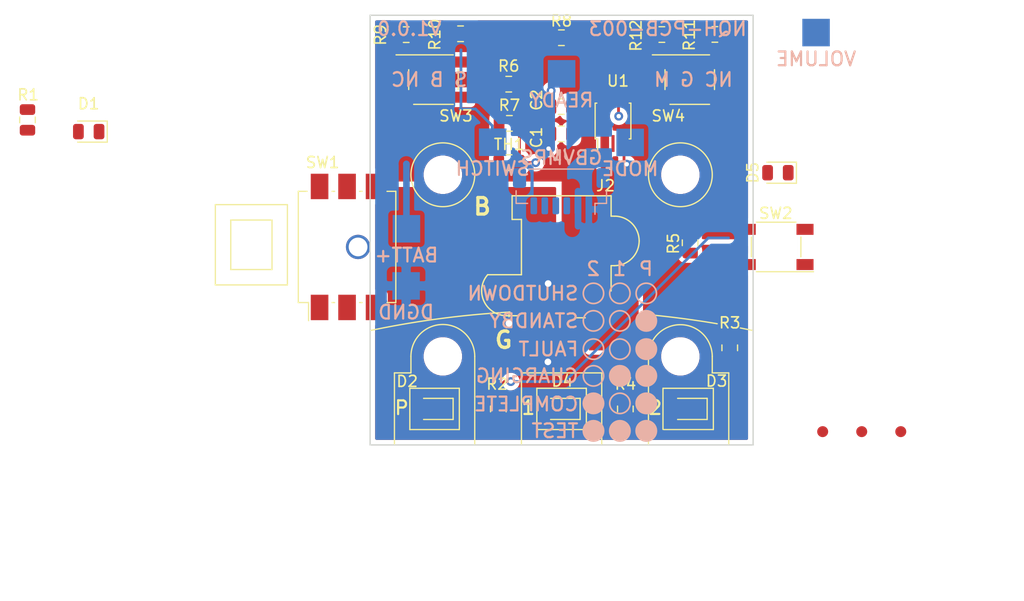
<source format=kicad_pcb>
(kicad_pcb (version 20171130) (host pcbnew "(5.1.5)-3")

  (general
    (thickness 1.6)
    (drawings 114)
    (tracks 75)
    (zones 0)
    (modules 43)
    (nets 21)
  )

  (page A4)
  (layers
    (0 F.Cu signal)
    (31 B.Cu signal)
    (32 B.Adhes user)
    (33 F.Adhes user)
    (34 B.Paste user)
    (35 F.Paste user)
    (36 B.SilkS user)
    (37 F.SilkS user)
    (38 B.Mask user)
    (39 F.Mask user)
    (40 Dwgs.User user)
    (41 Cmts.User user)
    (42 Eco1.User user)
    (43 Eco2.User user)
    (44 Edge.Cuts user)
    (45 Margin user)
    (46 B.CrtYd user)
    (47 F.CrtYd user)
    (48 B.Fab user hide)
    (49 F.Fab user)
  )

  (setup
    (last_trace_width 0.25)
    (user_trace_width 0.6)
    (user_trace_width 1)
    (trace_clearance 0.2)
    (zone_clearance 0.4)
    (zone_45_only no)
    (trace_min 0.2)
    (via_size 0.8)
    (via_drill 0.4)
    (via_min_size 0.4)
    (via_min_drill 0.3)
    (user_via 1 0.6)
    (user_via 1.2 0.8)
    (uvia_size 0.3)
    (uvia_drill 0.1)
    (uvias_allowed no)
    (uvia_min_size 0.2)
    (uvia_min_drill 0.1)
    (edge_width 0.05)
    (segment_width 0.2)
    (pcb_text_width 0.3)
    (pcb_text_size 1.5 1.5)
    (mod_edge_width 0.12)
    (mod_text_size 1 1)
    (mod_text_width 0.15)
    (pad_size 5 4.5)
    (pad_drill 0)
    (pad_to_mask_clearance 0.051)
    (solder_mask_min_width 0.25)
    (aux_axis_origin 0 0)
    (visible_elements 7FFFFFFF)
    (pcbplotparams
      (layerselection 0x010fc_ffffffff)
      (usegerberextensions false)
      (usegerberattributes false)
      (usegerberadvancedattributes false)
      (creategerberjobfile false)
      (excludeedgelayer true)
      (linewidth 0.100000)
      (plotframeref false)
      (viasonmask false)
      (mode 1)
      (useauxorigin false)
      (hpglpennumber 1)
      (hpglpenspeed 20)
      (hpglpendiameter 15.000000)
      (psnegative false)
      (psa4output false)
      (plotreference true)
      (plotvalue true)
      (plotinvisibletext false)
      (padsonsilk false)
      (subtractmaskfromsilk false)
      (outputformat 1)
      (mirror false)
      (drillshape 1)
      (scaleselection 1)
      (outputdirectory ""))
  )

  (net 0 "")
  (net 1 /PWRIN)
  (net 2 /BATT+)
  (net 3 "Net-(D2-Pad1)")
  (net 4 "Net-(D3-Pad1)")
  (net 5 "Net-(D4-Pad1)")
  (net 6 /SWITCH)
  (net 7 /READY)
  (net 8 /RDYIND)
  (net 9 /MODE)
  (net 10 /ONIND)
  (net 11 DGND)
  (net 12 "/Charge 750mA/PG")
  (net 13 "/Charge 750mA/ST2")
  (net 14 "/Charge 750mA/ST1")
  (net 15 "/Charge 750mA/THRMIC")
  (net 16 "/Charge 750mA/THRM")
  (net 17 "/Charge 750mA/PROG")
  (net 18 /VOLUME)
  (net 19 "Net-(R10-Pad2)")
  (net 20 "Net-(R11-Pad1)")

  (net_class Default "This is the default net class."
    (clearance 0.2)
    (trace_width 0.25)
    (via_dia 0.8)
    (via_drill 0.4)
    (uvia_dia 0.3)
    (uvia_drill 0.1)
    (add_net /BATT+)
    (add_net "/Charge 750mA/PG")
    (add_net "/Charge 750mA/PROG")
    (add_net "/Charge 750mA/ST1")
    (add_net "/Charge 750mA/ST2")
    (add_net "/Charge 750mA/THRM")
    (add_net "/Charge 750mA/THRMIC")
    (add_net /MODE)
    (add_net /ONIND)
    (add_net /PWRIN)
    (add_net /RDYIND)
    (add_net /READY)
    (add_net /SWITCH)
    (add_net /VOLUME)
    (add_net DGND)
    (add_net "Net-(D2-Pad1)")
    (add_net "Net-(D3-Pad1)")
    (add_net "Net-(D4-Pad1)")
    (add_net "Net-(J2-Pad3)")
    (add_net "Net-(R10-Pad2)")
    (add_net "Net-(R11-Pad1)")
    (add_net "Net-(SW1-Pad3)")
    (add_net "Net-(SW1-Pad6)")
  )

  (net_class Power ""
    (clearance 0.2)
    (trace_width 0.6)
    (via_dia 1)
    (via_drill 0.6)
    (uvia_dia 0.3)
    (uvia_drill 0.1)
  )

  (module Fiducial_LE:Fiducial_1mm_Mask2mm (layer F.Cu) (tedit 5F63A518) (tstamp 5F63AD9C)
    (at 176.33 126.24)
    (descr "Circular Fiducial, 1mm bare copper, 2mm soldermask opening (Level A)")
    (tags fiducial)
    (path /5F671088)
    (attr smd)
    (fp_text reference FID3 (at 0 -2) (layer F.Fab)
      (effects (font (size 1 1) (thickness 0.15)))
    )
    (fp_text value Fiducial (at 0 2) (layer F.Fab)
      (effects (font (size 1 1) (thickness 0.15)))
    )
    (fp_circle (center 0 0) (end 1 0) (layer F.Fab) (width 0.1))
    (fp_text user %R (at 0 0) (layer F.Fab)
      (effects (font (size 0.4 0.4) (thickness 0.06)))
    )
    (fp_circle (center 0 0) (end 1.25 0) (layer F.CrtYd) (width 0.05))
    (pad "" smd circle (at 0 0) (size 1 1) (layers F.Cu F.Mask)
      (solder_mask_margin 0.5) (clearance 0.5))
  )

  (module Fiducial_LE:Fiducial_1mm_Mask2mm (layer F.Cu) (tedit 5F63A518) (tstamp 5F63A886)
    (at 172.78 126.24)
    (descr "Circular Fiducial, 1mm bare copper, 2mm soldermask opening (Level A)")
    (tags fiducial)
    (path /5F66F7C2)
    (attr smd)
    (fp_text reference FID2 (at 0 -2) (layer F.Fab)
      (effects (font (size 1 1) (thickness 0.15)))
    )
    (fp_text value Fiducial (at 0 2) (layer F.Fab)
      (effects (font (size 1 1) (thickness 0.15)))
    )
    (fp_circle (center 0 0) (end 1 0) (layer F.Fab) (width 0.1))
    (fp_text user %R (at 0 0) (layer F.Fab)
      (effects (font (size 0.4 0.4) (thickness 0.06)))
    )
    (fp_circle (center 0 0) (end 1.25 0) (layer F.CrtYd) (width 0.05))
    (pad "" smd circle (at 0 0) (size 1 1) (layers F.Cu F.Mask)
      (solder_mask_margin 0.5) (clearance 0.5))
  )

  (module Fiducial_LE:Fiducial_1mm_Mask2mm (layer F.Cu) (tedit 5F63A518) (tstamp 5F63A87E)
    (at 169.23 126.24)
    (descr "Circular Fiducial, 1mm bare copper, 2mm soldermask opening (Level A)")
    (tags fiducial)
    (path /5F661157)
    (attr smd)
    (fp_text reference FID1 (at 0 -2) (layer F.Fab)
      (effects (font (size 1 1) (thickness 0.15)))
    )
    (fp_text value Fiducial (at 0 2) (layer F.Fab)
      (effects (font (size 1 1) (thickness 0.15)))
    )
    (fp_circle (center 0 0) (end 1 0) (layer F.Fab) (width 0.1))
    (fp_text user %R (at 0 0) (layer F.Fab)
      (effects (font (size 0.4 0.4) (thickness 0.06)))
    )
    (fp_circle (center 0 0) (end 1.25 0) (layer F.CrtYd) (width 0.05))
    (pad "" smd circle (at 0 0) (size 1 1) (layers F.Cu F.Mask)
      (solder_mask_margin 0.5) (clearance 0.5))
  )

  (module Connector_JST:JST_SH_BM06B-SRSS-TB_1x06-1MP_P1.00mm_Vertical (layer B.Cu) (tedit 5B78AD87) (tstamp 5EDC5A7A)
    (at 145.47 104.38 180)
    (descr "JST SH series connector, BM06B-SRSS-TB (http://www.jst-mfg.com/product/pdf/eng/eSH.pdf), generated with kicad-footprint-generator")
    (tags "connector JST SH side entry")
    (path /5EDA477E)
    (attr smd)
    (fp_text reference J1 (at 0 3.3) (layer B.SilkS)
      (effects (font (size 1 1) (thickness 0.15)) (justify mirror))
    )
    (fp_text value "Mother Board Conn" (at 0 -3.3) (layer B.Fab)
      (effects (font (size 1 1) (thickness 0.15)) (justify mirror))
    )
    (fp_text user %R (at 0 0.25) (layer B.Fab)
      (effects (font (size 1 1) (thickness 0.15)) (justify mirror))
    )
    (fp_line (start -2.5 -0.292893) (end -2 -1) (layer B.Fab) (width 0.1))
    (fp_line (start -3 -1) (end -2.5 -0.292893) (layer B.Fab) (width 0.1))
    (fp_line (start 4.9 2.6) (end -4.9 2.6) (layer B.CrtYd) (width 0.05))
    (fp_line (start 4.9 -2.6) (end 4.9 2.6) (layer B.CrtYd) (width 0.05))
    (fp_line (start -4.9 -2.6) (end 4.9 -2.6) (layer B.CrtYd) (width 0.05))
    (fp_line (start -4.9 2.6) (end -4.9 -2.6) (layer B.CrtYd) (width 0.05))
    (fp_line (start 2.65 1.55) (end 2.35 1.55) (layer B.Fab) (width 0.1))
    (fp_line (start 2.65 0.95) (end 2.65 1.55) (layer B.Fab) (width 0.1))
    (fp_line (start 2.35 0.95) (end 2.65 0.95) (layer B.Fab) (width 0.1))
    (fp_line (start 2.35 1.55) (end 2.35 0.95) (layer B.Fab) (width 0.1))
    (fp_line (start 1.65 1.55) (end 1.35 1.55) (layer B.Fab) (width 0.1))
    (fp_line (start 1.65 0.95) (end 1.65 1.55) (layer B.Fab) (width 0.1))
    (fp_line (start 1.35 0.95) (end 1.65 0.95) (layer B.Fab) (width 0.1))
    (fp_line (start 1.35 1.55) (end 1.35 0.95) (layer B.Fab) (width 0.1))
    (fp_line (start 0.65 1.55) (end 0.35 1.55) (layer B.Fab) (width 0.1))
    (fp_line (start 0.65 0.95) (end 0.65 1.55) (layer B.Fab) (width 0.1))
    (fp_line (start 0.35 0.95) (end 0.65 0.95) (layer B.Fab) (width 0.1))
    (fp_line (start 0.35 1.55) (end 0.35 0.95) (layer B.Fab) (width 0.1))
    (fp_line (start -0.35 1.55) (end -0.65 1.55) (layer B.Fab) (width 0.1))
    (fp_line (start -0.35 0.95) (end -0.35 1.55) (layer B.Fab) (width 0.1))
    (fp_line (start -0.65 0.95) (end -0.35 0.95) (layer B.Fab) (width 0.1))
    (fp_line (start -0.65 1.55) (end -0.65 0.95) (layer B.Fab) (width 0.1))
    (fp_line (start -1.35 1.55) (end -1.65 1.55) (layer B.Fab) (width 0.1))
    (fp_line (start -1.35 0.95) (end -1.35 1.55) (layer B.Fab) (width 0.1))
    (fp_line (start -1.65 0.95) (end -1.35 0.95) (layer B.Fab) (width 0.1))
    (fp_line (start -1.65 1.55) (end -1.65 0.95) (layer B.Fab) (width 0.1))
    (fp_line (start -2.35 1.55) (end -2.65 1.55) (layer B.Fab) (width 0.1))
    (fp_line (start -2.35 0.95) (end -2.35 1.55) (layer B.Fab) (width 0.1))
    (fp_line (start -2.65 0.95) (end -2.35 0.95) (layer B.Fab) (width 0.1))
    (fp_line (start -2.65 1.55) (end -2.65 0.95) (layer B.Fab) (width 0.1))
    (fp_line (start 4 -1) (end 4 1.9) (layer B.Fab) (width 0.1))
    (fp_line (start -4 -1) (end -4 1.9) (layer B.Fab) (width 0.1))
    (fp_line (start -4 1.9) (end 4 1.9) (layer B.Fab) (width 0.1))
    (fp_line (start -2.94 2.01) (end 2.94 2.01) (layer B.SilkS) (width 0.12))
    (fp_line (start 4.11 -1.11) (end 3.06 -1.11) (layer B.SilkS) (width 0.12))
    (fp_line (start 4.11 0.04) (end 4.11 -1.11) (layer B.SilkS) (width 0.12))
    (fp_line (start -3.06 -1.11) (end -3.06 -2.1) (layer B.SilkS) (width 0.12))
    (fp_line (start -4.11 -1.11) (end -3.06 -1.11) (layer B.SilkS) (width 0.12))
    (fp_line (start -4.11 0.04) (end -4.11 -1.11) (layer B.SilkS) (width 0.12))
    (fp_line (start -4 -1) (end 4 -1) (layer B.Fab) (width 0.1))
    (pad MP smd roundrect (at 3.8 1.2 180) (size 1.2 1.8) (layers B.Cu B.Paste B.Mask) (roundrect_rratio 0.208333))
    (pad MP smd roundrect (at -3.8 1.2 180) (size 1.2 1.8) (layers B.Cu B.Paste B.Mask) (roundrect_rratio 0.208333))
    (pad 6 smd roundrect (at 2.5 -1.325 180) (size 0.6 1.55) (layers B.Cu B.Paste B.Mask) (roundrect_rratio 0.25)
      (net 6 /SWITCH))
    (pad 5 smd roundrect (at 1.5 -1.325 180) (size 0.6 1.55) (layers B.Cu B.Paste B.Mask) (roundrect_rratio 0.25)
      (net 7 /READY))
    (pad 4 smd roundrect (at 0.5 -1.325 180) (size 0.6 1.55) (layers B.Cu B.Paste B.Mask) (roundrect_rratio 0.25)
      (net 9 /MODE))
    (pad 3 smd roundrect (at -0.5 -1.325 180) (size 0.6 1.55) (layers B.Cu B.Paste B.Mask) (roundrect_rratio 0.25)
      (net 18 /VOLUME))
    (pad 2 smd roundrect (at -1.5 -1.325 180) (size 0.6 1.55) (layers B.Cu B.Paste B.Mask) (roundrect_rratio 0.25)
      (net 2 /BATT+))
    (pad 1 smd roundrect (at -2.5 -1.325 180) (size 0.6 1.55) (layers B.Cu B.Paste B.Mask) (roundrect_rratio 0.25)
      (net 11 DGND))
    (model ${KISYS3DMOD}/Connector_JST.3dshapes/JST_SH_BM06B-SRSS-TB_1x06-1MP_P1.00mm_Vertical.wrl
      (at (xyz 0 0 0))
      (scale (xyz 1 1 1))
      (rotate (xyz 0 0 0))
    )
  )

  (module Mechanical_LE:Wire_Assembly (layer F.Cu) (tedit 5F4A964D) (tstamp 5ED7BB26)
    (at 144.7 137.3)
    (path /5EDA8160)
    (attr virtual)
    (fp_text reference WA1 (at 0 -3) (layer F.Fab)
      (effects (font (size 1 1) (thickness 0.15)))
    )
    (fp_text value WireAssembly (at 0 3.5) (layer F.Fab)
      (effects (font (size 1 1) (thickness 0.15)))
    )
    (fp_line (start -6.25 2.25) (end -6.25 -2.25) (layer F.Fab) (width 0.05))
    (fp_line (start -6.25 -2.25) (end -4.5 -2.25) (layer F.Fab) (width 0.05))
    (fp_line (start -4.5 -2.25) (end -4.5 2.25) (layer F.Fab) (width 0.05))
    (fp_poly (pts (xy -4.88 0.766) (xy -5.896 0.766) (xy -5.896 0.258) (xy -4.88 0.258)) (layer F.Fab) (width 0.1))
    (fp_poly (pts (xy -4.88 -0.258) (xy -5.896 -0.258) (xy -5.896 -0.766) (xy -4.88 -0.766)) (layer F.Fab) (width 0.1))
    (fp_line (start -6.25 2.25) (end -4.5 2.25) (layer F.Fab) (width 0.05))
    (fp_poly (pts (xy -4.88 1.79) (xy -5.896 1.79) (xy -5.896 1.282) (xy -4.88 1.282)) (layer F.Fab) (width 0.1))
    (fp_poly (pts (xy -4.88 -1.282) (xy -5.896 -1.282) (xy -5.896 -1.79) (xy -4.88 -1.79)) (layer F.Fab) (width 0.1))
    (fp_line (start -5 1.536) (end 4.5 1.536) (layer F.Fab) (width 0.12))
    (fp_line (start -5 0.5) (end 4.5 0.5) (layer F.Fab) (width 0.12))
    (fp_line (start -5 -0.5) (end 4.5 -0.5) (layer F.Fab) (width 0.12))
    (fp_line (start -5 -1.536) (end 4.5 -1.536) (layer F.Fab) (width 0.12))
    (fp_line (start 4 -2.25) (end 5.75 -2.25) (layer F.Fab) (width 0.05))
    (fp_line (start 4 2.25) (end 4 -2.25) (layer F.Fab) (width 0.05))
    (fp_poly (pts (xy 5.37 -1.282) (xy 4.354 -1.282) (xy 4.354 -1.79) (xy 5.37 -1.79)) (layer F.Fab) (width 0.1))
    (fp_line (start 5.75 -2.25) (end 5.75 2.25) (layer F.Fab) (width 0.05))
    (fp_poly (pts (xy 5.37 -0.258) (xy 4.354 -0.258) (xy 4.354 -0.766) (xy 5.37 -0.766)) (layer F.Fab) (width 0.1))
    (fp_poly (pts (xy 5.37 0.766) (xy 4.354 0.766) (xy 4.354 0.258) (xy 5.37 0.258)) (layer F.Fab) (width 0.1))
    (fp_poly (pts (xy 5.37 1.79) (xy 4.354 1.79) (xy 4.354 1.282) (xy 5.37 1.282)) (layer F.Fab) (width 0.1))
    (fp_line (start 4 2.25) (end 5.75 2.25) (layer F.Fab) (width 0.05))
  )

  (module Frequently_Used_LE:Pad_2.5-2.5 (layer B.Cu) (tedit 5F494DE0) (tstamp 5ED7C404)
    (at 131.39 107.8)
    (descr "SMD Pad 1.25x2.5 mm")
    (path /5EDE12B6)
    (attr smd)
    (fp_text reference TP3 (at 0 -3.175 -180) (layer B.Fab) hide
      (effects (font (size 1 1) (thickness 0.15)) (justify bottom mirror))
    )
    (fp_text value TestPoint (at 0 -5.08) (layer B.Fab) hide
      (effects (font (size 1 1) (thickness 0.15)) (justify bottom mirror))
    )
    (fp_line (start -1.524 -1.524) (end -1.524 1.524) (layer B.CrtYd) (width 0.05))
    (fp_line (start 1.524 -1.524) (end -1.524 -1.524) (layer B.CrtYd) (width 0.05))
    (fp_line (start 1.524 1.524) (end 1.524 -1.524) (layer B.CrtYd) (width 0.05))
    (fp_line (start -1.524 1.524) (end 1.524 1.524) (layer B.CrtYd) (width 0.05))
    (fp_text user BATT+ (at 0 2.4) (layer B.SilkS)
      (effects (font (size 1.25 1.25) (thickness 0.2)) (justify mirror))
    )
    (pad 1 smd rect (at 0 0) (size 2.5 2.5) (layers B.Cu B.Mask)
      (net 2 /BATT+) (solder_mask_margin 0.1016) (thermal_width 0.85))
  )

  (module Frequently_Used_LE:Pad_2.5-2.5 (layer B.Cu) (tedit 5F494DE0) (tstamp 5EDE1840)
    (at 131.36 112.99)
    (descr "SMD Pad 1.25x2.5 mm")
    (path /5ED845DB)
    (attr smd)
    (fp_text reference TP4 (at 0 -3.175 -180) (layer B.Fab) hide
      (effects (font (size 1 1) (thickness 0.15)) (justify bottom mirror))
    )
    (fp_text value TestPoint (at 0 -5.08) (layer B.Fab) hide
      (effects (font (size 1 1) (thickness 0.15)) (justify bottom mirror))
    )
    (fp_line (start -1.524 -1.524) (end -1.524 1.524) (layer B.CrtYd) (width 0.05))
    (fp_line (start 1.524 -1.524) (end -1.524 -1.524) (layer B.CrtYd) (width 0.05))
    (fp_line (start 1.524 1.524) (end 1.524 -1.524) (layer B.CrtYd) (width 0.05))
    (fp_line (start -1.524 1.524) (end 1.524 1.524) (layer B.CrtYd) (width 0.05))
    (fp_text user DGND (at 0 2.4) (layer B.SilkS)
      (effects (font (size 1.25 1.25) (thickness 0.2)) (justify mirror))
    )
    (pad 1 smd rect (at 0 0) (size 2.5 2.5) (layers B.Cu B.Mask)
      (net 11 DGND) (solder_mask_margin 0.1016) (thermal_width 0.85))
  )

  (module Frequently_Used_LE:Pad_2.5-2.5 (layer B.Cu) (tedit 5F494DE0) (tstamp 5F474268)
    (at 168.63 89.96)
    (descr "SMD Pad 1.25x2.5 mm")
    (path /5F48B11E)
    (attr smd)
    (fp_text reference TP6 (at 0 -3.175 -180) (layer B.Fab) hide
      (effects (font (size 1 1) (thickness 0.15)) (justify bottom mirror))
    )
    (fp_text value TestPoint (at 0 -5.08) (layer B.Fab) hide
      (effects (font (size 1 1) (thickness 0.15)) (justify bottom mirror))
    )
    (fp_line (start -1.524 -1.524) (end -1.524 1.524) (layer B.CrtYd) (width 0.05))
    (fp_line (start 1.524 -1.524) (end -1.524 -1.524) (layer B.CrtYd) (width 0.05))
    (fp_line (start 1.524 1.524) (end 1.524 -1.524) (layer B.CrtYd) (width 0.05))
    (fp_line (start -1.524 1.524) (end 1.524 1.524) (layer B.CrtYd) (width 0.05))
    (fp_text user VOLUME (at 0 2.4) (layer B.SilkS)
      (effects (font (size 1.25 1.25) (thickness 0.2)) (justify mirror))
    )
    (pad 1 smd rect (at 0 0) (size 2.5 2.5) (layers B.Cu B.Mask)
      (net 18 /VOLUME) (solder_mask_margin 0.1016) (thermal_width 0.85))
  )

  (module Frequently_Used_LE:Pad_2.5-2.5 (layer B.Cu) (tedit 5F494DE0) (tstamp 5EDF491A)
    (at 139.23 99.93)
    (descr "SMD Pad 1.25x2.5 mm")
    (path /5EDF054D)
    (attr smd)
    (fp_text reference TP5 (at 0 -3.175 -180) (layer B.Fab) hide
      (effects (font (size 1 1) (thickness 0.15)) (justify bottom mirror))
    )
    (fp_text value TestPoint (at 0 -5.08) (layer B.Fab) hide
      (effects (font (size 1 1) (thickness 0.15)) (justify bottom mirror))
    )
    (fp_line (start -1.524 -1.524) (end -1.524 1.524) (layer B.CrtYd) (width 0.05))
    (fp_line (start 1.524 -1.524) (end -1.524 -1.524) (layer B.CrtYd) (width 0.05))
    (fp_line (start 1.524 1.524) (end 1.524 -1.524) (layer B.CrtYd) (width 0.05))
    (fp_line (start -1.524 1.524) (end 1.524 1.524) (layer B.CrtYd) (width 0.05))
    (fp_text user SWITCH (at 0 2.4) (layer B.SilkS)
      (effects (font (size 1.25 1.25) (thickness 0.2)) (justify mirror))
    )
    (pad 1 smd rect (at 0 0) (size 2.5 2.5) (layers B.Cu B.Mask)
      (net 6 /SWITCH) (solder_mask_margin 0.1016) (thermal_width 0.85))
  )

  (module Frequently_Used_LE:Pad_2.5-2.5 (layer B.Cu) (tedit 5F494DE0) (tstamp 5EDF5CBF)
    (at 151.73 99.95)
    (descr "SMD Pad 1.25x2.5 mm")
    (path /5EDDF908)
    (attr smd)
    (fp_text reference TP2 (at 0 -3.175 -180) (layer B.Fab) hide
      (effects (font (size 1 1) (thickness 0.15)) (justify bottom mirror))
    )
    (fp_text value TestPoint (at 0 -5.08) (layer B.Fab) hide
      (effects (font (size 1 1) (thickness 0.15)) (justify bottom mirror))
    )
    (fp_line (start -1.524 -1.524) (end -1.524 1.524) (layer B.CrtYd) (width 0.05))
    (fp_line (start 1.524 -1.524) (end -1.524 -1.524) (layer B.CrtYd) (width 0.05))
    (fp_line (start 1.524 1.524) (end 1.524 -1.524) (layer B.CrtYd) (width 0.05))
    (fp_line (start -1.524 1.524) (end 1.524 1.524) (layer B.CrtYd) (width 0.05))
    (fp_text user MODE (at 0 2.4) (layer B.SilkS)
      (effects (font (size 1.25 1.25) (thickness 0.2)) (justify mirror))
    )
    (pad 1 smd rect (at 0 0) (size 2.5 2.5) (layers B.Cu B.Mask)
      (net 9 /MODE) (solder_mask_margin 0.1016) (thermal_width 0.85))
  )

  (module Frequently_Used_LE:Pad_2.5-2.5 (layer B.Cu) (tedit 5F494DE0) (tstamp 5EDF3847)
    (at 145.496516 93.712501)
    (descr "SMD Pad 1.25x2.5 mm")
    (path /5EDDCA36)
    (attr smd)
    (fp_text reference TP1 (at 0 -3.175 -180) (layer B.Fab) hide
      (effects (font (size 1 1) (thickness 0.15)) (justify bottom mirror))
    )
    (fp_text value TestPoint (at 0 -5.08) (layer B.Fab) hide
      (effects (font (size 1 1) (thickness 0.15)) (justify bottom mirror))
    )
    (fp_line (start -1.524 -1.524) (end -1.524 1.524) (layer B.CrtYd) (width 0.05))
    (fp_line (start 1.524 -1.524) (end -1.524 -1.524) (layer B.CrtYd) (width 0.05))
    (fp_line (start 1.524 1.524) (end 1.524 -1.524) (layer B.CrtYd) (width 0.05))
    (fp_line (start -1.524 1.524) (end 1.524 1.524) (layer B.CrtYd) (width 0.05))
    (fp_text user READY (at 0 2.4) (layer B.SilkS)
      (effects (font (size 1.25 1.25) (thickness 0.2)) (justify mirror))
    )
    (pad 1 smd rect (at 0 0) (size 2.5 2.5) (layers B.Cu B.Mask)
      (net 7 /READY) (solder_mask_margin 0.1016) (thermal_width 0.85))
  )

  (module Frequently_Used_LE:0805_2012Metric (layer F.Cu) (tedit 5F1A0DBC) (tstamp 5EDC1D83)
    (at 96.94 97.9 270)
    (descr "Resistor SMD 0805 (2012 Metric), square (rectangular) end terminal, IPC_7351 nominal, (Body size source: https://docs.google.com/spreadsheets/d/1BsfQQcO9C6DZCsRaXUlFlo91Tg2WpOkGARC1WS5S8t0/edit?usp=sharing), generated with kicad-footprint-generator")
    (tags resistor)
    (path /5EDBD7F9)
    (attr smd)
    (fp_text reference R1 (at -2.28 -0.06 180) (layer F.SilkS)
      (effects (font (size 1 1) (thickness 0.15)))
    )
    (fp_text value 1k (at 0 1.65 90) (layer F.Fab)
      (effects (font (size 1 1) (thickness 0.15)))
    )
    (fp_text user %R (at 0 0 90) (layer F.Fab)
      (effects (font (size 0.5 0.5) (thickness 0.08)))
    )
    (fp_line (start 1.68 0.95) (end -1.68 0.95) (layer F.CrtYd) (width 0.05))
    (fp_line (start 1.68 -0.95) (end 1.68 0.95) (layer F.CrtYd) (width 0.05))
    (fp_line (start -1.68 -0.95) (end 1.68 -0.95) (layer F.CrtYd) (width 0.05))
    (fp_line (start -1.68 0.95) (end -1.68 -0.95) (layer F.CrtYd) (width 0.05))
    (fp_line (start -0.258578 0.71) (end 0.258578 0.71) (layer F.SilkS) (width 0.12))
    (fp_line (start -0.258578 -0.71) (end 0.258578 -0.71) (layer F.SilkS) (width 0.12))
    (fp_line (start 1 0.6) (end -1 0.6) (layer F.Fab) (width 0.1))
    (fp_line (start 1 -0.6) (end 1 0.6) (layer F.Fab) (width 0.1))
    (fp_line (start -1 -0.6) (end 1 -0.6) (layer F.Fab) (width 0.1))
    (fp_line (start -1 0.6) (end -1 -0.6) (layer F.Fab) (width 0.1))
    (pad 2 smd roundrect (at 0.9375 0 270) (size 0.975 1.4) (layers F.Cu F.Paste F.Mask) (roundrect_rratio 0.25)
      (net 10 /ONIND))
    (pad 1 smd roundrect (at -0.9375 0 270) (size 0.975 1.4) (layers F.Cu F.Paste F.Mask) (roundrect_rratio 0.25)
      (net 6 /SWITCH))
    (model ${KISYS3DMOD}/Resistor_SMD.3dshapes/R_0805_2012Metric.wrl
      (at (xyz 0 0 0))
      (scale (xyz 1 1 1))
      (rotate (xyz 0 0 0))
    )
  )

  (module Frequently_Used_LE:LED_0805_2012Metric (layer F.Cu) (tedit 5B36C52C) (tstamp 5EDED3CD)
    (at 102.506516 98.9625 180)
    (descr "LED SMD 0805 (2012 Metric), square (rectangular) end terminal, IPC_7351 nominal, (Body size source: https://docs.google.com/spreadsheets/d/1BsfQQcO9C6DZCsRaXUlFlo91Tg2WpOkGARC1WS5S8t0/edit?usp=sharing), generated with kicad-footprint-generator")
    (tags diode)
    (path /5EDBD7E3)
    (attr smd)
    (fp_text reference D1 (at 0.006516 2.5325) (layer F.SilkS)
      (effects (font (size 1 1) (thickness 0.15)))
    )
    (fp_text value GREEN (at 0 1.65) (layer F.Fab)
      (effects (font (size 1 1) (thickness 0.15)))
    )
    (fp_line (start 1 -0.6) (end -0.7 -0.6) (layer F.Fab) (width 0.1))
    (fp_line (start -0.7 -0.6) (end -1 -0.3) (layer F.Fab) (width 0.1))
    (fp_line (start -1 -0.3) (end -1 0.6) (layer F.Fab) (width 0.1))
    (fp_line (start -1 0.6) (end 1 0.6) (layer F.Fab) (width 0.1))
    (fp_line (start 1 0.6) (end 1 -0.6) (layer F.Fab) (width 0.1))
    (fp_line (start 1 -0.96) (end -1.685 -0.96) (layer F.SilkS) (width 0.12))
    (fp_line (start -1.685 -0.96) (end -1.685 0.96) (layer F.SilkS) (width 0.12))
    (fp_line (start -1.685 0.96) (end 1 0.96) (layer F.SilkS) (width 0.12))
    (fp_line (start -1.68 0.95) (end -1.68 -0.95) (layer F.CrtYd) (width 0.05))
    (fp_line (start -1.68 -0.95) (end 1.68 -0.95) (layer F.CrtYd) (width 0.05))
    (fp_line (start 1.68 -0.95) (end 1.68 0.95) (layer F.CrtYd) (width 0.05))
    (fp_line (start 1.68 0.95) (end -1.68 0.95) (layer F.CrtYd) (width 0.05))
    (fp_text user %R (at 0 0) (layer F.Fab)
      (effects (font (size 0.5 0.5) (thickness 0.08)))
    )
    (pad 1 smd roundrect (at -0.9375 0 180) (size 0.975 1.4) (layers F.Cu F.Paste F.Mask) (roundrect_rratio 0.25)
      (net 11 DGND))
    (pad 2 smd roundrect (at 0.9375 0 180) (size 0.975 1.4) (layers F.Cu F.Paste F.Mask) (roundrect_rratio 0.25)
      (net 10 /ONIND))
    (model ${KISYS3DMOD}/LED_SMD.3dshapes/LED_0805_2012Metric.wrl
      (at (xyz 0 0 0))
      (scale (xyz 1 1 1))
      (rotate (xyz 0 0 0))
    )
  )

  (module Button_Switches_LE:PTS647SK38SMTR2LFS (layer F.Cu) (tedit 5F41C80C) (tstamp 5F4749A6)
    (at 157.146517 94.237501)
    (descr PTS647SK38SMTR2LFS)
    (tags "Tactile Switch SPST-NO Top Actuated Surface Mount")
    (path /5F4D2811)
    (fp_text reference SW4 (at -1.952517 3.298499) (layer F.SilkS)
      (effects (font (size 1 1) (thickness 0.15)))
    )
    (fp_text value SW_Push_Dual_1-3_2-4 (at -0.1 3.3) (layer F.Fab)
      (effects (font (size 1 1) (thickness 0.15)))
    )
    (fp_line (start -1.8 2.25) (end 1.8 2.25) (layer F.SilkS) (width 0.12))
    (fp_line (start 2.25 -0.9) (end 2.25 0.9) (layer F.SilkS) (width 0.12))
    (fp_line (start -2.25 -0.9) (end -2.25 0.9) (layer F.SilkS) (width 0.12))
    (fp_line (start -3.4 -2.25) (end 1.8 -2.25) (layer F.SilkS) (width 0.12))
    (fp_line (start -3.5 2.4) (end -3.5 -2.4) (layer F.CrtYd) (width 0.05))
    (fp_line (start 3.5 2.4) (end -3.5 2.4) (layer F.CrtYd) (width 0.05))
    (fp_line (start 3.5 -2.4) (end 3.5 2.4) (layer F.CrtYd) (width 0.05))
    (fp_line (start -3.5 -2.4) (end 3.5 -2.4) (layer F.CrtYd) (width 0.05))
    (fp_line (start -2.25 2.25) (end -2.25 -2.25) (layer F.Fab) (width 0.1))
    (fp_line (start 2.25 2.25) (end -2.25 2.25) (layer F.Fab) (width 0.1))
    (fp_line (start 2.25 -2.25) (end 2.25 2.25) (layer F.Fab) (width 0.1))
    (fp_line (start -3.4 -2.25) (end 2.25 -2.25) (layer F.Fab) (width 0.1))
    (pad 4 smd rect (at 2.625 1.6) (size 1.55 1) (layers F.Cu F.Paste F.Mask)
      (net 20 "Net-(R11-Pad1)"))
    (pad 3 smd rect (at -2.625 1.6) (size 1.55 1) (layers F.Cu F.Paste F.Mask)
      (net 18 /VOLUME))
    (pad 2 smd rect (at 2.625 -1.6) (size 1.55 1) (layers F.Cu F.Paste F.Mask)
      (net 20 "Net-(R11-Pad1)"))
    (pad 1 smd rect (at -2.625 -1.6) (size 1.55 1) (layers F.Cu F.Paste F.Mask)
      (net 18 /VOLUME))
    (model ${LE3DMOD}/PTS647SN70SMTR2LFS.step
      (at (xyz 0 0 0))
      (scale (xyz 1 1 1))
      (rotate (xyz 0 90 90))
    )
  )

  (module Button_Switches_LE:PTS647SK38SMTR2LFS (layer F.Cu) (tedit 5F41C80C) (tstamp 5F4741DB)
    (at 133.846516 94.237501)
    (descr PTS647SK38SMTR2LFS)
    (tags "Tactile Switch SPST-NO Top Actuated Surface Mount")
    (path /5F49A719)
    (fp_text reference SW3 (at 2.043484 3.298499) (layer F.SilkS)
      (effects (font (size 1 1) (thickness 0.15)))
    )
    (fp_text value SW_Push_Dual_1-3_2-4 (at -0.1 3.3) (layer F.Fab)
      (effects (font (size 1 1) (thickness 0.15)))
    )
    (fp_line (start -1.8 2.25) (end 1.8 2.25) (layer F.SilkS) (width 0.12))
    (fp_line (start 2.25 -0.9) (end 2.25 0.9) (layer F.SilkS) (width 0.12))
    (fp_line (start -2.25 -0.9) (end -2.25 0.9) (layer F.SilkS) (width 0.12))
    (fp_line (start -3.4 -2.25) (end 1.8 -2.25) (layer F.SilkS) (width 0.12))
    (fp_line (start -3.5 2.4) (end -3.5 -2.4) (layer F.CrtYd) (width 0.05))
    (fp_line (start 3.5 2.4) (end -3.5 2.4) (layer F.CrtYd) (width 0.05))
    (fp_line (start 3.5 -2.4) (end 3.5 2.4) (layer F.CrtYd) (width 0.05))
    (fp_line (start -3.5 -2.4) (end 3.5 -2.4) (layer F.CrtYd) (width 0.05))
    (fp_line (start -2.25 2.25) (end -2.25 -2.25) (layer F.Fab) (width 0.1))
    (fp_line (start 2.25 2.25) (end -2.25 2.25) (layer F.Fab) (width 0.1))
    (fp_line (start 2.25 -2.25) (end 2.25 2.25) (layer F.Fab) (width 0.1))
    (fp_line (start -3.4 -2.25) (end 2.25 -2.25) (layer F.Fab) (width 0.1))
    (pad 4 smd rect (at 2.625 1.6) (size 1.55 1) (layers F.Cu F.Paste F.Mask)
      (net 18 /VOLUME))
    (pad 3 smd rect (at -2.625 1.6) (size 1.55 1) (layers F.Cu F.Paste F.Mask)
      (net 19 "Net-(R10-Pad2)"))
    (pad 2 smd rect (at 2.625 -1.6) (size 1.55 1) (layers F.Cu F.Paste F.Mask)
      (net 18 /VOLUME))
    (pad 1 smd rect (at -2.625 -1.6) (size 1.55 1) (layers F.Cu F.Paste F.Mask)
      (net 19 "Net-(R10-Pad2)"))
    (model ${LE3DMOD}/PTS647SN70SMTR2LFS.step
      (at (xyz 0 0 0))
      (scale (xyz 1 1 1))
      (rotate (xyz 0 90 90))
    )
  )

  (module Frequently_Used_LE:0805_2012Metric (layer F.Cu) (tedit 5F1A0DBC) (tstamp 5F474153)
    (at 154.61 90.14)
    (descr "Resistor SMD 0805 (2012 Metric), square (rectangular) end terminal, IPC_7351 nominal, (Body size source: https://docs.google.com/spreadsheets/d/1BsfQQcO9C6DZCsRaXUlFlo91Tg2WpOkGARC1WS5S8t0/edit?usp=sharing), generated with kicad-footprint-generator")
    (tags resistor)
    (path /5F4E56FE)
    (attr smd)
    (fp_text reference R12 (at -2.35 0.1 270) (layer F.SilkS)
      (effects (font (size 1 1) (thickness 0.15)))
    )
    (fp_text value 2.7k (at 0 1.65) (layer F.Fab)
      (effects (font (size 1 1) (thickness 0.15)))
    )
    (fp_text user %R (at 0 0) (layer F.Fab)
      (effects (font (size 0.5 0.5) (thickness 0.08)))
    )
    (fp_line (start 1.68 0.95) (end -1.68 0.95) (layer F.CrtYd) (width 0.05))
    (fp_line (start 1.68 -0.95) (end 1.68 0.95) (layer F.CrtYd) (width 0.05))
    (fp_line (start -1.68 -0.95) (end 1.68 -0.95) (layer F.CrtYd) (width 0.05))
    (fp_line (start -1.68 0.95) (end -1.68 -0.95) (layer F.CrtYd) (width 0.05))
    (fp_line (start -0.258578 0.71) (end 0.258578 0.71) (layer F.SilkS) (width 0.12))
    (fp_line (start -0.258578 -0.71) (end 0.258578 -0.71) (layer F.SilkS) (width 0.12))
    (fp_line (start 1 0.6) (end -1 0.6) (layer F.Fab) (width 0.1))
    (fp_line (start 1 -0.6) (end 1 0.6) (layer F.Fab) (width 0.1))
    (fp_line (start -1 -0.6) (end 1 -0.6) (layer F.Fab) (width 0.1))
    (fp_line (start -1 0.6) (end -1 -0.6) (layer F.Fab) (width 0.1))
    (pad 2 smd roundrect (at 0.9375 0) (size 0.975 1.4) (layers F.Cu F.Paste F.Mask) (roundrect_rratio 0.25)
      (net 20 "Net-(R11-Pad1)"))
    (pad 1 smd roundrect (at -0.9375 0) (size 0.975 1.4) (layers F.Cu F.Paste F.Mask) (roundrect_rratio 0.25)
      (net 7 /READY))
    (model ${KISYS3DMOD}/Resistor_SMD.3dshapes/R_0805_2012Metric.wrl
      (at (xyz 0 0 0))
      (scale (xyz 1 1 1))
      (rotate (xyz 0 0 0))
    )
  )

  (module Frequently_Used_LE:0805_2012Metric (layer F.Cu) (tedit 5F1A0DBC) (tstamp 5F474142)
    (at 159.43 90.13 180)
    (descr "Resistor SMD 0805 (2012 Metric), square (rectangular) end terminal, IPC_7351 nominal, (Body size source: https://docs.google.com/spreadsheets/d/1BsfQQcO9C6DZCsRaXUlFlo91Tg2WpOkGARC1WS5S8t0/edit?usp=sharing), generated with kicad-footprint-generator")
    (tags resistor)
    (path /5F4DBAD4)
    (attr smd)
    (fp_text reference R11 (at 2.33 -0.06 90) (layer F.SilkS)
      (effects (font (size 1 1) (thickness 0.15)))
    )
    (fp_text value 2.7k (at 0 1.65) (layer F.Fab)
      (effects (font (size 1 1) (thickness 0.15)))
    )
    (fp_text user %R (at 0 0) (layer F.Fab)
      (effects (font (size 0.5 0.5) (thickness 0.08)))
    )
    (fp_line (start 1.68 0.95) (end -1.68 0.95) (layer F.CrtYd) (width 0.05))
    (fp_line (start 1.68 -0.95) (end 1.68 0.95) (layer F.CrtYd) (width 0.05))
    (fp_line (start -1.68 -0.95) (end 1.68 -0.95) (layer F.CrtYd) (width 0.05))
    (fp_line (start -1.68 0.95) (end -1.68 -0.95) (layer F.CrtYd) (width 0.05))
    (fp_line (start -0.258578 0.71) (end 0.258578 0.71) (layer F.SilkS) (width 0.12))
    (fp_line (start -0.258578 -0.71) (end 0.258578 -0.71) (layer F.SilkS) (width 0.12))
    (fp_line (start 1 0.6) (end -1 0.6) (layer F.Fab) (width 0.1))
    (fp_line (start 1 -0.6) (end 1 0.6) (layer F.Fab) (width 0.1))
    (fp_line (start -1 -0.6) (end 1 -0.6) (layer F.Fab) (width 0.1))
    (fp_line (start -1 0.6) (end -1 -0.6) (layer F.Fab) (width 0.1))
    (pad 2 smd roundrect (at 0.9375 0 180) (size 0.975 1.4) (layers F.Cu F.Paste F.Mask) (roundrect_rratio 0.25)
      (net 18 /VOLUME))
    (pad 1 smd roundrect (at -0.9375 0 180) (size 0.975 1.4) (layers F.Cu F.Paste F.Mask) (roundrect_rratio 0.25)
      (net 20 "Net-(R11-Pad1)"))
    (model ${KISYS3DMOD}/Resistor_SMD.3dshapes/R_0805_2012Metric.wrl
      (at (xyz 0 0 0))
      (scale (xyz 1 1 1))
      (rotate (xyz 0 0 0))
    )
  )

  (module Frequently_Used_LE:0805_2012Metric (layer F.Cu) (tedit 5F1A0DBC) (tstamp 5F474131)
    (at 136.31 90.07 180)
    (descr "Resistor SMD 0805 (2012 Metric), square (rectangular) end terminal, IPC_7351 nominal, (Body size source: https://docs.google.com/spreadsheets/d/1BsfQQcO9C6DZCsRaXUlFlo91Tg2WpOkGARC1WS5S8t0/edit?usp=sharing), generated with kicad-footprint-generator")
    (tags resistor)
    (path /5F4FC0FC)
    (attr smd)
    (fp_text reference R10 (at 2.34 -0.07 90) (layer F.SilkS)
      (effects (font (size 1 1) (thickness 0.15)))
    )
    (fp_text value 2.7k (at 0 1.65) (layer F.Fab)
      (effects (font (size 1 1) (thickness 0.15)))
    )
    (fp_text user %R (at 0 0) (layer F.Fab)
      (effects (font (size 0.5 0.5) (thickness 0.08)))
    )
    (fp_line (start 1.68 0.95) (end -1.68 0.95) (layer F.CrtYd) (width 0.05))
    (fp_line (start 1.68 -0.95) (end 1.68 0.95) (layer F.CrtYd) (width 0.05))
    (fp_line (start -1.68 -0.95) (end 1.68 -0.95) (layer F.CrtYd) (width 0.05))
    (fp_line (start -1.68 0.95) (end -1.68 -0.95) (layer F.CrtYd) (width 0.05))
    (fp_line (start -0.258578 0.71) (end 0.258578 0.71) (layer F.SilkS) (width 0.12))
    (fp_line (start -0.258578 -0.71) (end 0.258578 -0.71) (layer F.SilkS) (width 0.12))
    (fp_line (start 1 0.6) (end -1 0.6) (layer F.Fab) (width 0.1))
    (fp_line (start 1 -0.6) (end 1 0.6) (layer F.Fab) (width 0.1))
    (fp_line (start -1 -0.6) (end 1 -0.6) (layer F.Fab) (width 0.1))
    (fp_line (start -1 0.6) (end -1 -0.6) (layer F.Fab) (width 0.1))
    (pad 2 smd roundrect (at 0.9375 0 180) (size 0.975 1.4) (layers F.Cu F.Paste F.Mask) (roundrect_rratio 0.25)
      (net 19 "Net-(R10-Pad2)"))
    (pad 1 smd roundrect (at -0.9375 0 180) (size 0.975 1.4) (layers F.Cu F.Paste F.Mask) (roundrect_rratio 0.25)
      (net 18 /VOLUME))
    (model ${KISYS3DMOD}/Resistor_SMD.3dshapes/R_0805_2012Metric.wrl
      (at (xyz 0 0 0))
      (scale (xyz 1 1 1))
      (rotate (xyz 0 0 0))
    )
  )

  (module Frequently_Used_LE:0805_2012Metric (layer F.Cu) (tedit 5F1A0DBC) (tstamp 5F474120)
    (at 131.37 90.15 180)
    (descr "Resistor SMD 0805 (2012 Metric), square (rectangular) end terminal, IPC_7351 nominal, (Body size source: https://docs.google.com/spreadsheets/d/1BsfQQcO9C6DZCsRaXUlFlo91Tg2WpOkGARC1WS5S8t0/edit?usp=sharing), generated with kicad-footprint-generator")
    (tags resistor)
    (path /5F4EB5D2)
    (attr smd)
    (fp_text reference R9 (at 2.34 -0.02 90) (layer F.SilkS)
      (effects (font (size 1 1) (thickness 0.15)))
    )
    (fp_text value 2.7k (at 0 1.65) (layer F.Fab)
      (effects (font (size 1 1) (thickness 0.15)))
    )
    (fp_text user %R (at 0 0) (layer F.Fab)
      (effects (font (size 0.5 0.5) (thickness 0.08)))
    )
    (fp_line (start 1.68 0.95) (end -1.68 0.95) (layer F.CrtYd) (width 0.05))
    (fp_line (start 1.68 -0.95) (end 1.68 0.95) (layer F.CrtYd) (width 0.05))
    (fp_line (start -1.68 -0.95) (end 1.68 -0.95) (layer F.CrtYd) (width 0.05))
    (fp_line (start -1.68 0.95) (end -1.68 -0.95) (layer F.CrtYd) (width 0.05))
    (fp_line (start -0.258578 0.71) (end 0.258578 0.71) (layer F.SilkS) (width 0.12))
    (fp_line (start -0.258578 -0.71) (end 0.258578 -0.71) (layer F.SilkS) (width 0.12))
    (fp_line (start 1 0.6) (end -1 0.6) (layer F.Fab) (width 0.1))
    (fp_line (start 1 -0.6) (end 1 0.6) (layer F.Fab) (width 0.1))
    (fp_line (start -1 -0.6) (end 1 -0.6) (layer F.Fab) (width 0.1))
    (fp_line (start -1 0.6) (end -1 -0.6) (layer F.Fab) (width 0.1))
    (pad 2 smd roundrect (at 0.9375 0 180) (size 0.975 1.4) (layers F.Cu F.Paste F.Mask) (roundrect_rratio 0.25)
      (net 11 DGND))
    (pad 1 smd roundrect (at -0.9375 0 180) (size 0.975 1.4) (layers F.Cu F.Paste F.Mask) (roundrect_rratio 0.25)
      (net 19 "Net-(R10-Pad2)"))
    (model ${KISYS3DMOD}/Resistor_SMD.3dshapes/R_0805_2012Metric.wrl
      (at (xyz 0 0 0))
      (scale (xyz 1 1 1))
      (rotate (xyz 0 0 0))
    )
  )

  (module Naquadah_Generator:MountingHole_2.7mm_M2.5 locked (layer F.Cu) (tedit 5EDFC6B5) (tstamp 5F473F88)
    (at 108.12 110.03)
    (descr "Mounting Hole 2.7mm, no annular, M2.5")
    (tags "mounting hole 2.7mm no annular m2.5")
    (path /5F42F227)
    (fp_text reference H6 (at 0 -3.7) (layer F.Fab) hide
      (effects (font (size 1 1) (thickness 0.15)))
    )
    (fp_text value MountingHole (at 0 3.7) (layer F.Fab) hide
      (effects (font (size 1 1) (thickness 0.15)))
    )
    (fp_circle (center 0 0) (end 2.7 0) (layer Cmts.User) (width 0.15))
    (fp_circle (center 0 0) (end 2.95 0) (layer F.CrtYd) (width 0.05))
    (pad "" np_thru_hole circle (at 0 0) (size 2.7 2.7) (drill 2.7) (layers *.Cu *.Mask))
  )

  (module Naquadah_Generator:MountingHole_2.7mm_M2.5 locked (layer F.Cu) (tedit 5EDFC6B5) (tstamp 5F473F81)
    (at 184.56 109.64)
    (descr "Mounting Hole 2.7mm, no annular, M2.5")
    (tags "mounting hole 2.7mm no annular m2.5")
    (path /5F430597)
    (fp_text reference H5 (at 0 -3.7) (layer F.Fab) hide
      (effects (font (size 1 1) (thickness 0.15)))
    )
    (fp_text value MountingHole (at 0 3.7) (layer F.Fab) hide
      (effects (font (size 1 1) (thickness 0.15)))
    )
    (fp_circle (center 0 0) (end 2.7 0) (layer Cmts.User) (width 0.15))
    (fp_circle (center 0 0) (end 2.95 0) (layer F.CrtYd) (width 0.05))
    (pad "" np_thru_hole circle (at 0 0) (size 2.7 2.7) (drill 2.7) (layers *.Cu *.Mask))
  )

  (module Button_Switches_LE:PTS647SK38SMTR2LFS (layer F.Cu) (tedit 5F41C80C) (tstamp 5EDED00A)
    (at 165 109.449999 180)
    (descr PTS647SK38SMTR2LFS)
    (tags "Tactile Switch SPST-NO Top Actuated Surface Mount")
    (path /5F429549)
    (fp_text reference SW2 (at 0.03 3.06) (layer F.SilkS)
      (effects (font (size 1 1) (thickness 0.15)))
    )
    (fp_text value SW_Push_Dual_1-3_2-4 (at -0.1 3.3) (layer F.Fab)
      (effects (font (size 1 1) (thickness 0.15)))
    )
    (fp_line (start -1.8 2.25) (end 1.8 2.25) (layer F.SilkS) (width 0.12))
    (fp_line (start 2.25 -0.9) (end 2.25 0.9) (layer F.SilkS) (width 0.12))
    (fp_line (start -2.25 -0.9) (end -2.25 0.9) (layer F.SilkS) (width 0.12))
    (fp_line (start -3.4 -2.25) (end 1.8 -2.25) (layer F.SilkS) (width 0.12))
    (fp_line (start -3.5 2.4) (end -3.5 -2.4) (layer F.CrtYd) (width 0.05))
    (fp_line (start 3.5 2.4) (end -3.5 2.4) (layer F.CrtYd) (width 0.05))
    (fp_line (start 3.5 -2.4) (end 3.5 2.4) (layer F.CrtYd) (width 0.05))
    (fp_line (start -3.5 -2.4) (end 3.5 -2.4) (layer F.CrtYd) (width 0.05))
    (fp_line (start -2.25 2.25) (end -2.25 -2.25) (layer F.Fab) (width 0.1))
    (fp_line (start 2.25 2.25) (end -2.25 2.25) (layer F.Fab) (width 0.1))
    (fp_line (start 2.25 -2.25) (end 2.25 2.25) (layer F.Fab) (width 0.1))
    (fp_line (start -3.4 -2.25) (end 2.25 -2.25) (layer F.Fab) (width 0.1))
    (pad 4 smd rect (at 2.625 1.6 180) (size 1.55 1) (layers F.Cu F.Paste F.Mask)
      (net 9 /MODE))
    (pad 3 smd rect (at -2.625 1.6 180) (size 1.55 1) (layers F.Cu F.Paste F.Mask)
      (net 11 DGND))
    (pad 2 smd rect (at 2.625 -1.6 180) (size 1.55 1) (layers F.Cu F.Paste F.Mask)
      (net 9 /MODE))
    (pad 1 smd rect (at -2.625 -1.6 180) (size 1.55 1) (layers F.Cu F.Paste F.Mask)
      (net 11 DGND))
    (model ${LE3DMOD}/PTS647SN70SMTR2LFS.step
      (at (xyz 0 0 0))
      (scale (xyz 1 1 1))
      (rotate (xyz 0 90 90))
    )
  )

  (module Button_Switches_LE:ESB-33535A (layer F.Cu) (tedit 5F427D50) (tstamp 5EDED603)
    (at 125.99297 109.449999 90)
    (path /5F4363BF)
    (attr smd)
    (fp_text reference SW1 (at 7.679999 -2.22297 180) (layer F.SilkS)
      (effects (font (size 1 1) (thickness 0.15)))
    )
    (fp_text value SW_Push_DPDT_2-5_3-4_1-4 (at 0 5.7 90) (layer F.Fab)
      (effects (font (size 1 1) (thickness 0.15)))
    )
    (fp_line (start -5.0546 4.4323) (end 5.0546 4.4323) (layer F.SilkS) (width 0.12))
    (fp_line (start 5.0546 4.4323) (end 5.0546 3.63284) (layer F.SilkS) (width 0.12))
    (fp_line (start 5.0546 -4.4323) (end -5.0546 -4.4323) (layer F.SilkS) (width 0.12))
    (fp_line (start -5.0546 -4.4323) (end -5.0546 -3.5) (layer F.SilkS) (width 0.12))
    (fp_line (start -4.9276 4.3053) (end 4.9276 4.3053) (layer F.Fab) (width 0.1))
    (fp_line (start 4.9276 4.3053) (end 4.9276 -4.3053) (layer F.Fab) (width 0.1))
    (fp_line (start 4.9276 -4.3053) (end -4.9276 -4.3053) (layer F.Fab) (width 0.1))
    (fp_line (start -4.9276 -4.3053) (end -4.9276 4.3053) (layer F.Fab) (width 0.1))
    (fp_line (start -5.0546 -1.36716) (end -5.0546 -1.13284) (layer F.SilkS) (width 0.12))
    (fp_line (start -5.0546 1.13284) (end -5.0546 1.36716) (layer F.SilkS) (width 0.12))
    (fp_line (start -5.0546 3.63284) (end -5.0546 4.4323) (layer F.SilkS) (width 0.12))
    (fp_line (start 5.0546 1.36716) (end 5.0546 1.13284) (layer F.SilkS) (width 0.12))
    (fp_line (start 5.0546 -1.13284) (end 5.0546 -1.36716) (layer F.SilkS) (width 0.12))
    (fp_line (start 5.0546 -3.63284) (end 5.0546 -4.4323) (layer F.SilkS) (width 0.12))
    (fp_line (start -6.909701 3.5541) (end -6.909701 -3.5541) (layer F.CrtYd) (width 0.05))
    (fp_line (start -6.909701 -3.5541) (end -5.1816 -3.5541) (layer F.CrtYd) (width 0.05))
    (fp_line (start -5.1816 -3.5541) (end -5.1816 -4.5593) (layer F.CrtYd) (width 0.05))
    (fp_line (start -5.1816 -4.5593) (end 5.1816 -4.5593) (layer F.CrtYd) (width 0.05))
    (fp_line (start 5.1816 -4.5593) (end 5.1816 -3.5541) (layer F.CrtYd) (width 0.05))
    (fp_line (start 5.1816 -3.5541) (end 6.909701 -3.5541) (layer F.CrtYd) (width 0.05))
    (fp_line (start 6.909701 -3.5541) (end 6.909701 3.5541) (layer F.CrtYd) (width 0.05))
    (fp_line (start 6.909701 3.5541) (end 5.1816 3.5541) (layer F.CrtYd) (width 0.05))
    (fp_line (start 5.1816 3.5541) (end 5.1816 4.5593) (layer F.CrtYd) (width 0.05))
    (fp_line (start 5.1816 4.5593) (end -5.1816 4.5593) (layer F.CrtYd) (width 0.05))
    (fp_line (start -5.1816 4.5593) (end -5.1816 3.5541) (layer F.CrtYd) (width 0.05))
    (fp_line (start -5.1816 3.5541) (end -6.909701 3.5541) (layer F.CrtYd) (width 0.05))
    (fp_arc (start 0 -4.3053) (end 0.3048 -4.3053) (angle 180) (layer F.Fab) (width 0.1))
    (fp_line (start -6.7 -3.5) (end -5.0546 -3.5) (layer F.SilkS) (width 0.12))
    (fp_line (start -5 -3.5) (end -6.7 -3.5) (layer F.Fab) (width 0.1))
    (pad 1 smd rect (at -5.499999 -2.5 90) (size 2.3114 1.6002) (layers F.Cu F.Paste F.Mask)
      (net 6 /SWITCH))
    (pad 2 smd rect (at -5.499999 0 90) (size 2.3114 1.6002) (layers F.Cu F.Paste F.Mask)
      (net 2 /BATT+))
    (pad 3 smd rect (at -5.499999 2.5 90) (size 2.3114 1.6002) (layers F.Cu F.Paste F.Mask))
    (pad 6 smd rect (at 5.499999 2.5 90) (size 2.3114 1.6002) (layers F.Cu F.Paste F.Mask))
    (pad 5 smd rect (at 5.499999 0 90) (size 2.3114 1.6002) (layers F.Cu F.Paste F.Mask)
      (net 2 /BATT+))
    (pad 4 smd rect (at 5.499999 -2.5 90) (size 2.3114 1.6002) (layers F.Cu F.Paste F.Mask)
      (net 6 /SWITCH))
    (pad 7 thru_hole circle (at 0 1 90) (size 2.2098 2.2098) (drill 1.7018) (layers *.Cu *.Mask))
    (model ${LE3DMOD}/GESB-33535.step
      (at (xyz 0 0 0))
      (scale (xyz 1 1 1))
      (rotate (xyz 0 0 0))
    )
  )

  (module Li_Ion_LE:MCP73833 (layer F.Cu) (tedit 5EBC2DA0) (tstamp 5ED9C210)
    (at 150.17 97.9997 90)
    (descr MSOP-10)
    (path /5F3D757C/5EB6C38E)
    (attr smd)
    (fp_text reference U1 (at 3.6397 0.452 180) (layer F.SilkS)
      (effects (font (size 1 1) (thickness 0.15)))
    )
    (fp_text value MCP73833T (at 0 2.921 90) (layer F.Fab)
      (effects (font (size 1 1) (thickness 0.15)))
    )
    (fp_line (start -1.6256 -1.397) (end -2.794 -1.397) (layer F.SilkS) (width 0.12))
    (fp_circle (center -0.889 -1.016) (end -0.689 -1.016) (layer F.Fab) (width 0.1))
    (fp_arc (start 0 -1.4986) (end 0.3048 -1.4986) (angle 180) (layer F.Fab) (width 0.1))
    (fp_line (start -1.7526 1.3937) (end -3.0607 1.3937) (layer F.CrtYd) (width 0.05))
    (fp_line (start -1.7526 1.7526) (end -1.7526 1.3937) (layer F.CrtYd) (width 0.05))
    (fp_line (start 1.7526 1.7526) (end -1.7526 1.7526) (layer F.CrtYd) (width 0.05))
    (fp_line (start 1.7526 1.3937) (end 1.7526 1.7526) (layer F.CrtYd) (width 0.05))
    (fp_line (start 3.0607 1.3937) (end 1.7526 1.3937) (layer F.CrtYd) (width 0.05))
    (fp_line (start 3.0607 -1.3937) (end 3.0607 1.3937) (layer F.CrtYd) (width 0.05))
    (fp_line (start 1.7526 -1.3937) (end 3.0607 -1.3937) (layer F.CrtYd) (width 0.05))
    (fp_line (start 1.7526 -1.7526) (end 1.7526 -1.3937) (layer F.CrtYd) (width 0.05))
    (fp_line (start -1.7526 -1.7526) (end 1.7526 -1.7526) (layer F.CrtYd) (width 0.05))
    (fp_line (start -1.7526 -1.3937) (end -1.7526 -1.7526) (layer F.CrtYd) (width 0.05))
    (fp_line (start -3.0607 -1.3937) (end -1.7526 -1.3937) (layer F.CrtYd) (width 0.05))
    (fp_line (start -3.0607 1.3937) (end -3.0607 -1.3937) (layer F.CrtYd) (width 0.05))
    (fp_line (start 1.6256 -1.472441) (end 1.6256 -1.6256) (layer F.SilkS) (width 0.12))
    (fp_line (start -1.6256 1.472441) (end -1.6256 1.6256) (layer F.SilkS) (width 0.12))
    (fp_line (start -1.4986 -1.4986) (end -1.4986 1.4986) (layer F.Fab) (width 0.1))
    (fp_line (start 1.4986 -1.4986) (end -1.4986 -1.4986) (layer F.Fab) (width 0.1))
    (fp_line (start 1.4986 1.4986) (end 1.4986 -1.4986) (layer F.Fab) (width 0.1))
    (fp_line (start -1.4986 1.4986) (end 1.4986 1.4986) (layer F.Fab) (width 0.1))
    (fp_line (start -1.6256 -1.6256) (end -1.6256 -1.397) (layer F.SilkS) (width 0.12))
    (fp_line (start 1.6256 -1.6256) (end -1.6256 -1.6256) (layer F.SilkS) (width 0.12))
    (fp_line (start 1.6256 1.6256) (end 1.6256 1.472441) (layer F.SilkS) (width 0.12))
    (fp_line (start -1.6256 1.6256) (end 1.6256 1.6256) (layer F.SilkS) (width 0.12))
    (fp_line (start 2.4511 -1.1651) (end 1.4986 -1.1651) (layer F.Fab) (width 0.1))
    (fp_line (start 2.4511 -0.8349) (end 2.4511 -1.1651) (layer F.Fab) (width 0.1))
    (fp_line (start 1.4986 -0.8349) (end 2.4511 -0.8349) (layer F.Fab) (width 0.1))
    (fp_line (start 1.4986 -1.1651) (end 1.4986 -0.8349) (layer F.Fab) (width 0.1))
    (fp_line (start 2.4511 -0.6651) (end 1.4986 -0.6651) (layer F.Fab) (width 0.1))
    (fp_line (start 2.4511 -0.3349) (end 2.4511 -0.6651) (layer F.Fab) (width 0.1))
    (fp_line (start 1.4986 -0.3349) (end 2.4511 -0.3349) (layer F.Fab) (width 0.1))
    (fp_line (start 1.4986 -0.6651) (end 1.4986 -0.3349) (layer F.Fab) (width 0.1))
    (fp_line (start 2.4511 -0.1651) (end 1.4986 -0.1651) (layer F.Fab) (width 0.1))
    (fp_line (start 2.4511 0.1651) (end 2.4511 -0.1651) (layer F.Fab) (width 0.1))
    (fp_line (start 1.4986 0.1651) (end 2.4511 0.1651) (layer F.Fab) (width 0.1))
    (fp_line (start 1.4986 -0.1651) (end 1.4986 0.1651) (layer F.Fab) (width 0.1))
    (fp_line (start 2.4511 0.3349) (end 1.4986 0.3349) (layer F.Fab) (width 0.1))
    (fp_line (start 2.4511 0.6651) (end 2.4511 0.3349) (layer F.Fab) (width 0.1))
    (fp_line (start 1.4986 0.6651) (end 2.4511 0.6651) (layer F.Fab) (width 0.1))
    (fp_line (start 1.4986 0.3349) (end 1.4986 0.6651) (layer F.Fab) (width 0.1))
    (fp_line (start 2.4511 0.8349) (end 1.4986 0.8349) (layer F.Fab) (width 0.1))
    (fp_line (start 2.4511 1.1651) (end 2.4511 0.8349) (layer F.Fab) (width 0.1))
    (fp_line (start 1.4986 1.1651) (end 2.4511 1.1651) (layer F.Fab) (width 0.1))
    (fp_line (start 1.4986 0.8349) (end 1.4986 1.1651) (layer F.Fab) (width 0.1))
    (fp_line (start -2.4511 1.1651) (end -1.4986 1.1651) (layer F.Fab) (width 0.1))
    (fp_line (start -2.4511 0.8349) (end -2.4511 1.1651) (layer F.Fab) (width 0.1))
    (fp_line (start -1.4986 0.8349) (end -2.4511 0.8349) (layer F.Fab) (width 0.1))
    (fp_line (start -1.4986 1.1651) (end -1.4986 0.8349) (layer F.Fab) (width 0.1))
    (fp_line (start -2.4511 0.6651) (end -1.4986 0.6651) (layer F.Fab) (width 0.1))
    (fp_line (start -2.4511 0.3349) (end -2.4511 0.6651) (layer F.Fab) (width 0.1))
    (fp_line (start -1.4986 0.3349) (end -2.4511 0.3349) (layer F.Fab) (width 0.1))
    (fp_line (start -1.4986 0.6651) (end -1.4986 0.3349) (layer F.Fab) (width 0.1))
    (fp_line (start -2.4511 0.1651) (end -1.4986 0.1651) (layer F.Fab) (width 0.1))
    (fp_line (start -2.4511 -0.1651) (end -2.4511 0.1651) (layer F.Fab) (width 0.1))
    (fp_line (start -1.4986 -0.1651) (end -2.4511 -0.1651) (layer F.Fab) (width 0.1))
    (fp_line (start -1.4986 0.1651) (end -1.4986 -0.1651) (layer F.Fab) (width 0.1))
    (fp_line (start -2.4511 -0.3349) (end -1.4986 -0.3349) (layer F.Fab) (width 0.1))
    (fp_line (start -2.4511 -0.6651) (end -2.4511 -0.3349) (layer F.Fab) (width 0.1))
    (fp_line (start -1.4986 -0.6651) (end -2.4511 -0.6651) (layer F.Fab) (width 0.1))
    (fp_line (start -1.4986 -0.3349) (end -1.4986 -0.6651) (layer F.Fab) (width 0.1))
    (fp_line (start -2.4511 -0.8349) (end -1.4986 -0.8349) (layer F.Fab) (width 0.1))
    (fp_line (start -2.4511 -1.1651) (end -2.4511 -0.8349) (layer F.Fab) (width 0.1))
    (fp_line (start -1.4986 -1.1651) (end -2.4511 -1.1651) (layer F.Fab) (width 0.1))
    (fp_line (start -1.4986 -0.8349) (end -1.4986 -1.1651) (layer F.Fab) (width 0.1))
    (pad 10 smd rect (at 2.0447 -1.000001 90) (size 1.524 0.2794) (layers F.Cu F.Paste F.Mask)
      (net 2 /BATT+))
    (pad 9 smd rect (at 2.0447 -0.499999 90) (size 1.524 0.2794) (layers F.Cu F.Paste F.Mask)
      (net 2 /BATT+))
    (pad 8 smd rect (at 2.0447 0 90) (size 1.524 0.2794) (layers F.Cu F.Paste F.Mask)
      (net 15 "/Charge 750mA/THRMIC"))
    (pad 7 smd rect (at 2.0447 0.499999 90) (size 1.524 0.2794) (layers F.Cu F.Paste F.Mask)
      (net 12 "/Charge 750mA/PG"))
    (pad 6 smd rect (at 2.0447 1.000001 90) (size 1.524 0.2794) (layers F.Cu F.Paste F.Mask)
      (net 17 "/Charge 750mA/PROG"))
    (pad 5 smd rect (at -2.0447 1.000001 90) (size 1.524 0.2794) (layers F.Cu F.Paste F.Mask)
      (net 11 DGND))
    (pad 4 smd rect (at -2.0447 0.499999 90) (size 1.524 0.2794) (layers F.Cu F.Paste F.Mask)
      (net 13 "/Charge 750mA/ST2"))
    (pad 3 smd rect (at -2.0447 0 90) (size 1.524 0.2794) (layers F.Cu F.Paste F.Mask)
      (net 14 "/Charge 750mA/ST1"))
    (pad 2 smd rect (at -2.0447 -0.499999 90) (size 1.524 0.2794) (layers F.Cu F.Paste F.Mask)
      (net 1 /PWRIN))
    (pad 1 smd rect (at -2.0447 -1.000001 90) (size 1.524 0.2794) (layers F.Cu F.Paste F.Mask)
      (net 1 /PWRIN))
    (model ${KISYS3DMOD}/Package_SO.3dshapes/MSOP-10_3x3mm_P0.5mm.wrl
      (at (xyz 0 0 0))
      (scale (xyz 1 1 1))
      (rotate (xyz 0 0 0))
    )
  )

  (module Frequently_Used_LE:0805_2012Metric (layer F.Cu) (tedit 5F1A0DBC) (tstamp 5ED7BC17)
    (at 140.72 101.78)
    (descr "Resistor SMD 0805 (2012 Metric), square (rectangular) end terminal, IPC_7351 nominal, (Body size source: https://docs.google.com/spreadsheets/d/1BsfQQcO9C6DZCsRaXUlFlo91Tg2WpOkGARC1WS5S8t0/edit?usp=sharing), generated with kicad-footprint-generator")
    (tags resistor)
    (path /5F3D757C/5EBC49A8)
    (attr smd)
    (fp_text reference TH1 (at 0 -1.65) (layer F.SilkS)
      (effects (font (size 1 1) (thickness 0.15)))
    )
    (fp_text value 10k (at 0 1.65) (layer F.Fab)
      (effects (font (size 1 1) (thickness 0.15)))
    )
    (fp_text user %R (at 0 0) (layer F.Fab)
      (effects (font (size 0.5 0.5) (thickness 0.08)))
    )
    (fp_line (start 1.68 0.95) (end -1.68 0.95) (layer F.CrtYd) (width 0.05))
    (fp_line (start 1.68 -0.95) (end 1.68 0.95) (layer F.CrtYd) (width 0.05))
    (fp_line (start -1.68 -0.95) (end 1.68 -0.95) (layer F.CrtYd) (width 0.05))
    (fp_line (start -1.68 0.95) (end -1.68 -0.95) (layer F.CrtYd) (width 0.05))
    (fp_line (start -0.258578 0.71) (end 0.258578 0.71) (layer F.SilkS) (width 0.12))
    (fp_line (start -0.258578 -0.71) (end 0.258578 -0.71) (layer F.SilkS) (width 0.12))
    (fp_line (start 1 0.6) (end -1 0.6) (layer F.Fab) (width 0.1))
    (fp_line (start 1 -0.6) (end 1 0.6) (layer F.Fab) (width 0.1))
    (fp_line (start -1 -0.6) (end 1 -0.6) (layer F.Fab) (width 0.1))
    (fp_line (start -1 0.6) (end -1 -0.6) (layer F.Fab) (width 0.1))
    (pad 2 smd roundrect (at 0.9375 0) (size 0.975 1.4) (layers F.Cu F.Paste F.Mask) (roundrect_rratio 0.25)
      (net 11 DGND))
    (pad 1 smd roundrect (at -0.9375 0) (size 0.975 1.4) (layers F.Cu F.Paste F.Mask) (roundrect_rratio 0.25)
      (net 16 "/Charge 750mA/THRM"))
    (model ${KISYS3DMOD}/Resistor_SMD.3dshapes/R_0805_2012Metric.wrl
      (at (xyz 0 0 0))
      (scale (xyz 1 1 1))
      (rotate (xyz 0 0 0))
    )
  )

  (module Frequently_Used_LE:0805_2012Metric (layer F.Cu) (tedit 5F1A0DBC) (tstamp 5ED9C1A2)
    (at 145.48 90.43 180)
    (descr "Resistor SMD 0805 (2012 Metric), square (rectangular) end terminal, IPC_7351 nominal, (Body size source: https://docs.google.com/spreadsheets/d/1BsfQQcO9C6DZCsRaXUlFlo91Tg2WpOkGARC1WS5S8t0/edit?usp=sharing), generated with kicad-footprint-generator")
    (tags resistor)
    (path /5F3D757C/5EB60D47)
    (attr smd)
    (fp_text reference R8 (at 0 1.524) (layer F.SilkS)
      (effects (font (size 1 1) (thickness 0.15)))
    )
    (fp_text value 1.33k (at 0 1.65) (layer F.Fab)
      (effects (font (size 1 1) (thickness 0.15)))
    )
    (fp_text user %R (at 0 0) (layer F.Fab)
      (effects (font (size 0.5 0.5) (thickness 0.08)))
    )
    (fp_line (start 1.68 0.95) (end -1.68 0.95) (layer F.CrtYd) (width 0.05))
    (fp_line (start 1.68 -0.95) (end 1.68 0.95) (layer F.CrtYd) (width 0.05))
    (fp_line (start -1.68 -0.95) (end 1.68 -0.95) (layer F.CrtYd) (width 0.05))
    (fp_line (start -1.68 0.95) (end -1.68 -0.95) (layer F.CrtYd) (width 0.05))
    (fp_line (start -0.258578 0.71) (end 0.258578 0.71) (layer F.SilkS) (width 0.12))
    (fp_line (start -0.258578 -0.71) (end 0.258578 -0.71) (layer F.SilkS) (width 0.12))
    (fp_line (start 1 0.6) (end -1 0.6) (layer F.Fab) (width 0.1))
    (fp_line (start 1 -0.6) (end 1 0.6) (layer F.Fab) (width 0.1))
    (fp_line (start -1 -0.6) (end 1 -0.6) (layer F.Fab) (width 0.1))
    (fp_line (start -1 0.6) (end -1 -0.6) (layer F.Fab) (width 0.1))
    (pad 2 smd roundrect (at 0.9375 0 180) (size 0.975 1.4) (layers F.Cu F.Paste F.Mask) (roundrect_rratio 0.25)
      (net 11 DGND))
    (pad 1 smd roundrect (at -0.9375 0 180) (size 0.975 1.4) (layers F.Cu F.Paste F.Mask) (roundrect_rratio 0.25)
      (net 17 "/Charge 750mA/PROG"))
    (model ${KISYS3DMOD}/Resistor_SMD.3dshapes/R_0805_2012Metric.wrl
      (at (xyz 0 0 0))
      (scale (xyz 1 1 1))
      (rotate (xyz 0 0 0))
    )
  )

  (module Frequently_Used_LE:0805_2012Metric (layer F.Cu) (tedit 5F1A0DBC) (tstamp 5ED7BACD)
    (at 140.75 98.216666)
    (descr "Resistor SMD 0805 (2012 Metric), square (rectangular) end terminal, IPC_7351 nominal, (Body size source: https://docs.google.com/spreadsheets/d/1BsfQQcO9C6DZCsRaXUlFlo91Tg2WpOkGARC1WS5S8t0/edit?usp=sharing), generated with kicad-footprint-generator")
    (tags resistor)
    (path /5F3D757C/5EBB9C41)
    (attr smd)
    (fp_text reference R7 (at 0 -1.65) (layer F.SilkS)
      (effects (font (size 1 1) (thickness 0.15)))
    )
    (fp_text value 69.8k (at 0 1.65) (layer F.Fab)
      (effects (font (size 1 1) (thickness 0.15)))
    )
    (fp_text user %R (at 0 0) (layer F.Fab)
      (effects (font (size 0.5 0.5) (thickness 0.08)))
    )
    (fp_line (start 1.68 0.95) (end -1.68 0.95) (layer F.CrtYd) (width 0.05))
    (fp_line (start 1.68 -0.95) (end 1.68 0.95) (layer F.CrtYd) (width 0.05))
    (fp_line (start -1.68 -0.95) (end 1.68 -0.95) (layer F.CrtYd) (width 0.05))
    (fp_line (start -1.68 0.95) (end -1.68 -0.95) (layer F.CrtYd) (width 0.05))
    (fp_line (start -0.258578 0.71) (end 0.258578 0.71) (layer F.SilkS) (width 0.12))
    (fp_line (start -0.258578 -0.71) (end 0.258578 -0.71) (layer F.SilkS) (width 0.12))
    (fp_line (start 1 0.6) (end -1 0.6) (layer F.Fab) (width 0.1))
    (fp_line (start 1 -0.6) (end 1 0.6) (layer F.Fab) (width 0.1))
    (fp_line (start -1 -0.6) (end 1 -0.6) (layer F.Fab) (width 0.1))
    (fp_line (start -1 0.6) (end -1 -0.6) (layer F.Fab) (width 0.1))
    (pad 2 smd roundrect (at 0.9375 0) (size 0.975 1.4) (layers F.Cu F.Paste F.Mask) (roundrect_rratio 0.25)
      (net 11 DGND))
    (pad 1 smd roundrect (at -0.9375 0) (size 0.975 1.4) (layers F.Cu F.Paste F.Mask) (roundrect_rratio 0.25)
      (net 16 "/Charge 750mA/THRM"))
    (model ${KISYS3DMOD}/Resistor_SMD.3dshapes/R_0805_2012Metric.wrl
      (at (xyz 0 0 0))
      (scale (xyz 1 1 1))
      (rotate (xyz 0 0 0))
    )
  )

  (module Frequently_Used_LE:0805_2012Metric (layer F.Cu) (tedit 5F1A0DBC) (tstamp 5ED7BAFD)
    (at 140.69 94.653333)
    (descr "Resistor SMD 0805 (2012 Metric), square (rectangular) end terminal, IPC_7351 nominal, (Body size source: https://docs.google.com/spreadsheets/d/1BsfQQcO9C6DZCsRaXUlFlo91Tg2WpOkGARC1WS5S8t0/edit?usp=sharing), generated with kicad-footprint-generator")
    (tags resistor)
    (path /5F3D757C/5EB9EAAB)
    (attr smd)
    (fp_text reference R6 (at 0 -1.65) (layer F.SilkS)
      (effects (font (size 1 1) (thickness 0.15)))
    )
    (fp_text value 1.54k (at 0 1.65) (layer F.Fab)
      (effects (font (size 1 1) (thickness 0.15)))
    )
    (fp_text user %R (at 0 0) (layer F.Fab)
      (effects (font (size 0.5 0.5) (thickness 0.08)))
    )
    (fp_line (start 1.68 0.95) (end -1.68 0.95) (layer F.CrtYd) (width 0.05))
    (fp_line (start 1.68 -0.95) (end 1.68 0.95) (layer F.CrtYd) (width 0.05))
    (fp_line (start -1.68 -0.95) (end 1.68 -0.95) (layer F.CrtYd) (width 0.05))
    (fp_line (start -1.68 0.95) (end -1.68 -0.95) (layer F.CrtYd) (width 0.05))
    (fp_line (start -0.258578 0.71) (end 0.258578 0.71) (layer F.SilkS) (width 0.12))
    (fp_line (start -0.258578 -0.71) (end 0.258578 -0.71) (layer F.SilkS) (width 0.12))
    (fp_line (start 1 0.6) (end -1 0.6) (layer F.Fab) (width 0.1))
    (fp_line (start 1 -0.6) (end 1 0.6) (layer F.Fab) (width 0.1))
    (fp_line (start -1 -0.6) (end 1 -0.6) (layer F.Fab) (width 0.1))
    (fp_line (start -1 0.6) (end -1 -0.6) (layer F.Fab) (width 0.1))
    (pad 2 smd roundrect (at 0.9375 0) (size 0.975 1.4) (layers F.Cu F.Paste F.Mask) (roundrect_rratio 0.25)
      (net 15 "/Charge 750mA/THRMIC"))
    (pad 1 smd roundrect (at -0.9375 0) (size 0.975 1.4) (layers F.Cu F.Paste F.Mask) (roundrect_rratio 0.25)
      (net 16 "/Charge 750mA/THRM"))
    (model ${KISYS3DMOD}/Resistor_SMD.3dshapes/R_0805_2012Metric.wrl
      (at (xyz 0 0 0))
      (scale (xyz 1 1 1))
      (rotate (xyz 0 0 0))
    )
  )

  (module Frequently_Used_LE:0805_2012Metric (layer F.Cu) (tedit 5F1A0DBC) (tstamp 5EDADB78)
    (at 157.18 109.07 90)
    (descr "Resistor SMD 0805 (2012 Metric), square (rectangular) end terminal, IPC_7351 nominal, (Body size source: https://docs.google.com/spreadsheets/d/1BsfQQcO9C6DZCsRaXUlFlo91Tg2WpOkGARC1WS5S8t0/edit?usp=sharing), generated with kicad-footprint-generator")
    (tags resistor)
    (path /5ED96117)
    (attr smd)
    (fp_text reference R5 (at -0.076 -1.524 90) (layer F.SilkS)
      (effects (font (size 1 1) (thickness 0.15)))
    )
    (fp_text value 1k (at 0 1.65 90) (layer F.Fab)
      (effects (font (size 1 1) (thickness 0.15)))
    )
    (fp_text user %R (at 0 0 90) (layer F.Fab)
      (effects (font (size 0.5 0.5) (thickness 0.08)))
    )
    (fp_line (start 1.68 0.95) (end -1.68 0.95) (layer F.CrtYd) (width 0.05))
    (fp_line (start 1.68 -0.95) (end 1.68 0.95) (layer F.CrtYd) (width 0.05))
    (fp_line (start -1.68 -0.95) (end 1.68 -0.95) (layer F.CrtYd) (width 0.05))
    (fp_line (start -1.68 0.95) (end -1.68 -0.95) (layer F.CrtYd) (width 0.05))
    (fp_line (start -0.258578 0.71) (end 0.258578 0.71) (layer F.SilkS) (width 0.12))
    (fp_line (start -0.258578 -0.71) (end 0.258578 -0.71) (layer F.SilkS) (width 0.12))
    (fp_line (start 1 0.6) (end -1 0.6) (layer F.Fab) (width 0.1))
    (fp_line (start 1 -0.6) (end 1 0.6) (layer F.Fab) (width 0.1))
    (fp_line (start -1 -0.6) (end 1 -0.6) (layer F.Fab) (width 0.1))
    (fp_line (start -1 0.6) (end -1 -0.6) (layer F.Fab) (width 0.1))
    (pad 2 smd roundrect (at 0.9375 0 90) (size 0.975 1.4) (layers F.Cu F.Paste F.Mask) (roundrect_rratio 0.25)
      (net 8 /RDYIND))
    (pad 1 smd roundrect (at -0.9375 0 90) (size 0.975 1.4) (layers F.Cu F.Paste F.Mask) (roundrect_rratio 0.25)
      (net 7 /READY))
    (model ${KISYS3DMOD}/Resistor_SMD.3dshapes/R_0805_2012Metric.wrl
      (at (xyz 0 0 0))
      (scale (xyz 1 1 1))
      (rotate (xyz 0 0 0))
    )
  )

  (module Frequently_Used_LE:0805_2012Metric (layer F.Cu) (tedit 5F1A0DBC) (tstamp 5ED7A7F2)
    (at 151.292227 124.174999 270)
    (descr "Resistor SMD 0805 (2012 Metric), square (rectangular) end terminal, IPC_7351 nominal, (Body size source: https://docs.google.com/spreadsheets/d/1BsfQQcO9C6DZCsRaXUlFlo91Tg2WpOkGARC1WS5S8t0/edit?usp=sharing), generated with kicad-footprint-generator")
    (tags resistor)
    (path /5F3D757C/5EBD0C80)
    (attr smd)
    (fp_text reference R4 (at -2.254999 -0.007773 180) (layer F.SilkS)
      (effects (font (size 1 1) (thickness 0.15)))
    )
    (fp_text value 1k (at 0 1.65 90) (layer F.Fab)
      (effects (font (size 1 1) (thickness 0.15)))
    )
    (fp_text user %R (at 0 0 90) (layer F.Fab)
      (effects (font (size 0.5 0.5) (thickness 0.08)))
    )
    (fp_line (start 1.68 0.95) (end -1.68 0.95) (layer F.CrtYd) (width 0.05))
    (fp_line (start 1.68 -0.95) (end 1.68 0.95) (layer F.CrtYd) (width 0.05))
    (fp_line (start -1.68 -0.95) (end 1.68 -0.95) (layer F.CrtYd) (width 0.05))
    (fp_line (start -1.68 0.95) (end -1.68 -0.95) (layer F.CrtYd) (width 0.05))
    (fp_line (start -0.258578 0.71) (end 0.258578 0.71) (layer F.SilkS) (width 0.12))
    (fp_line (start -0.258578 -0.71) (end 0.258578 -0.71) (layer F.SilkS) (width 0.12))
    (fp_line (start 1 0.6) (end -1 0.6) (layer F.Fab) (width 0.1))
    (fp_line (start 1 -0.6) (end 1 0.6) (layer F.Fab) (width 0.1))
    (fp_line (start -1 -0.6) (end 1 -0.6) (layer F.Fab) (width 0.1))
    (fp_line (start -1 0.6) (end -1 -0.6) (layer F.Fab) (width 0.1))
    (pad 2 smd roundrect (at 0.9375 0 270) (size 0.975 1.4) (layers F.Cu F.Paste F.Mask) (roundrect_rratio 0.25)
      (net 5 "Net-(D4-Pad1)"))
    (pad 1 smd roundrect (at -0.9375 0 270) (size 0.975 1.4) (layers F.Cu F.Paste F.Mask) (roundrect_rratio 0.25)
      (net 14 "/Charge 750mA/ST1"))
    (model ${KISYS3DMOD}/Resistor_SMD.3dshapes/R_0805_2012Metric.wrl
      (at (xyz 0 0 0))
      (scale (xyz 1 1 1))
      (rotate (xyz 0 0 0))
    )
  )

  (module Frequently_Used_LE:0805_2012Metric (layer F.Cu) (tedit 5F1A0DBC) (tstamp 5EDBD563)
    (at 160.782 118.618 270)
    (descr "Resistor SMD 0805 (2012 Metric), square (rectangular) end terminal, IPC_7351 nominal, (Body size source: https://docs.google.com/spreadsheets/d/1BsfQQcO9C6DZCsRaXUlFlo91Tg2WpOkGARC1WS5S8t0/edit?usp=sharing), generated with kicad-footprint-generator")
    (tags resistor)
    (path /5F3D757C/5EBEA227)
    (attr smd)
    (fp_text reference R3 (at -2.27 0 180) (layer F.SilkS)
      (effects (font (size 1 1) (thickness 0.15)))
    )
    (fp_text value 1k (at 0 1.65 90) (layer F.Fab)
      (effects (font (size 1 1) (thickness 0.15)))
    )
    (fp_text user %R (at 0 0 90) (layer F.Fab)
      (effects (font (size 0.5 0.5) (thickness 0.08)))
    )
    (fp_line (start 1.68 0.95) (end -1.68 0.95) (layer F.CrtYd) (width 0.05))
    (fp_line (start 1.68 -0.95) (end 1.68 0.95) (layer F.CrtYd) (width 0.05))
    (fp_line (start -1.68 -0.95) (end 1.68 -0.95) (layer F.CrtYd) (width 0.05))
    (fp_line (start -1.68 0.95) (end -1.68 -0.95) (layer F.CrtYd) (width 0.05))
    (fp_line (start -0.258578 0.71) (end 0.258578 0.71) (layer F.SilkS) (width 0.12))
    (fp_line (start -0.258578 -0.71) (end 0.258578 -0.71) (layer F.SilkS) (width 0.12))
    (fp_line (start 1 0.6) (end -1 0.6) (layer F.Fab) (width 0.1))
    (fp_line (start 1 -0.6) (end 1 0.6) (layer F.Fab) (width 0.1))
    (fp_line (start -1 -0.6) (end 1 -0.6) (layer F.Fab) (width 0.1))
    (fp_line (start -1 0.6) (end -1 -0.6) (layer F.Fab) (width 0.1))
    (pad 2 smd roundrect (at 0.9375 0 270) (size 0.975 1.4) (layers F.Cu F.Paste F.Mask) (roundrect_rratio 0.25)
      (net 4 "Net-(D3-Pad1)"))
    (pad 1 smd roundrect (at -0.9375 0 270) (size 0.975 1.4) (layers F.Cu F.Paste F.Mask) (roundrect_rratio 0.25)
      (net 13 "/Charge 750mA/ST2"))
    (model ${KISYS3DMOD}/Resistor_SMD.3dshapes/R_0805_2012Metric.wrl
      (at (xyz 0 0 0))
      (scale (xyz 1 1 1))
      (rotate (xyz 0 0 0))
    )
  )

  (module Frequently_Used_LE:0805_2012Metric (layer F.Cu) (tedit 5F1A0DBC) (tstamp 5ED7A7D0)
    (at 139.745743 124.174999 270)
    (descr "Resistor SMD 0805 (2012 Metric), square (rectangular) end terminal, IPC_7351 nominal, (Body size source: https://docs.google.com/spreadsheets/d/1BsfQQcO9C6DZCsRaXUlFlo91Tg2WpOkGARC1WS5S8t0/edit?usp=sharing), generated with kicad-footprint-generator")
    (tags resistor)
    (path /5F3D757C/5EBF1B19)
    (attr smd)
    (fp_text reference R2 (at -2.254999 0.115743 180) (layer F.SilkS)
      (effects (font (size 1 1) (thickness 0.15)))
    )
    (fp_text value 1k (at 0 1.65 90) (layer F.Fab)
      (effects (font (size 1 1) (thickness 0.15)))
    )
    (fp_text user %R (at 0 0 90) (layer F.Fab)
      (effects (font (size 0.5 0.5) (thickness 0.08)))
    )
    (fp_line (start 1.68 0.95) (end -1.68 0.95) (layer F.CrtYd) (width 0.05))
    (fp_line (start 1.68 -0.95) (end 1.68 0.95) (layer F.CrtYd) (width 0.05))
    (fp_line (start -1.68 -0.95) (end 1.68 -0.95) (layer F.CrtYd) (width 0.05))
    (fp_line (start -1.68 0.95) (end -1.68 -0.95) (layer F.CrtYd) (width 0.05))
    (fp_line (start -0.258578 0.71) (end 0.258578 0.71) (layer F.SilkS) (width 0.12))
    (fp_line (start -0.258578 -0.71) (end 0.258578 -0.71) (layer F.SilkS) (width 0.12))
    (fp_line (start 1 0.6) (end -1 0.6) (layer F.Fab) (width 0.1))
    (fp_line (start 1 -0.6) (end 1 0.6) (layer F.Fab) (width 0.1))
    (fp_line (start -1 -0.6) (end 1 -0.6) (layer F.Fab) (width 0.1))
    (fp_line (start -1 0.6) (end -1 -0.6) (layer F.Fab) (width 0.1))
    (pad 2 smd roundrect (at 0.9375 0 270) (size 0.975 1.4) (layers F.Cu F.Paste F.Mask) (roundrect_rratio 0.25)
      (net 3 "Net-(D2-Pad1)"))
    (pad 1 smd roundrect (at -0.9375 0 270) (size 0.975 1.4) (layers F.Cu F.Paste F.Mask) (roundrect_rratio 0.25)
      (net 12 "/Charge 750mA/PG"))
    (model ${KISYS3DMOD}/Resistor_SMD.3dshapes/R_0805_2012Metric.wrl
      (at (xyz 0 0 0))
      (scale (xyz 1 1 1))
      (rotate (xyz 0 0 0))
    )
  )

  (module Frequently_Used_LE:LED_0805_2012Metric (layer F.Cu) (tedit 5B36C52C) (tstamp 5EDEF0B2)
    (at 165.16 102.7 180)
    (descr "LED SMD 0805 (2012 Metric), square (rectangular) end terminal, IPC_7351 nominal, (Body size source: https://docs.google.com/spreadsheets/d/1BsfQQcO9C6DZCsRaXUlFlo91Tg2WpOkGARC1WS5S8t0/edit?usp=sharing), generated with kicad-footprint-generator")
    (tags diode)
    (path /5ED9610C)
    (attr smd)
    (fp_text reference D5 (at 2.286 0 270) (layer F.SilkS)
      (effects (font (size 1 1) (thickness 0.15)))
    )
    (fp_text value RED (at 0 1.65) (layer F.Fab)
      (effects (font (size 1 1) (thickness 0.15)))
    )
    (fp_line (start 1 -0.6) (end -0.7 -0.6) (layer F.Fab) (width 0.1))
    (fp_line (start -0.7 -0.6) (end -1 -0.3) (layer F.Fab) (width 0.1))
    (fp_line (start -1 -0.3) (end -1 0.6) (layer F.Fab) (width 0.1))
    (fp_line (start -1 0.6) (end 1 0.6) (layer F.Fab) (width 0.1))
    (fp_line (start 1 0.6) (end 1 -0.6) (layer F.Fab) (width 0.1))
    (fp_line (start 1 -0.96) (end -1.685 -0.96) (layer F.SilkS) (width 0.12))
    (fp_line (start -1.685 -0.96) (end -1.685 0.96) (layer F.SilkS) (width 0.12))
    (fp_line (start -1.685 0.96) (end 1 0.96) (layer F.SilkS) (width 0.12))
    (fp_line (start -1.68 0.95) (end -1.68 -0.95) (layer F.CrtYd) (width 0.05))
    (fp_line (start -1.68 -0.95) (end 1.68 -0.95) (layer F.CrtYd) (width 0.05))
    (fp_line (start 1.68 -0.95) (end 1.68 0.95) (layer F.CrtYd) (width 0.05))
    (fp_line (start 1.68 0.95) (end -1.68 0.95) (layer F.CrtYd) (width 0.05))
    (fp_text user %R (at 0 0) (layer F.Fab)
      (effects (font (size 0.5 0.5) (thickness 0.08)))
    )
    (pad 1 smd roundrect (at -0.9375 0 180) (size 0.975 1.4) (layers F.Cu F.Paste F.Mask) (roundrect_rratio 0.25)
      (net 11 DGND))
    (pad 2 smd roundrect (at 0.9375 0 180) (size 0.975 1.4) (layers F.Cu F.Paste F.Mask) (roundrect_rratio 0.25)
      (net 8 /RDYIND))
    (model ${KISYS3DMOD}/LED_SMD.3dshapes/LED_0805_2012Metric.wrl
      (at (xyz 0 0 0))
      (scale (xyz 1 1 1))
      (rotate (xyz 0 0 0))
    )
  )

  (module Frequently_Used_LE:LED_0805_2012Metric (layer F.Cu) (tedit 5B36C52C) (tstamp 5EDB8E2D)
    (at 145.496485 124.174999 180)
    (descr "LED SMD 0805 (2012 Metric), square (rectangular) end terminal, IPC_7351 nominal, (Body size source: https://docs.google.com/spreadsheets/d/1BsfQQcO9C6DZCsRaXUlFlo91Tg2WpOkGARC1WS5S8t0/edit?usp=sharing), generated with kicad-footprint-generator")
    (tags diode)
    (path /5F3D757C/5EBA883B)
    (attr smd)
    (fp_text reference D4 (at -0.063515 2.534999) (layer F.SilkS)
      (effects (font (size 1 1) (thickness 0.15)))
    )
    (fp_text value RED (at 0 1.65) (layer F.Fab)
      (effects (font (size 1 1) (thickness 0.15)))
    )
    (fp_line (start 1 -0.6) (end -0.7 -0.6) (layer F.Fab) (width 0.1))
    (fp_line (start -0.7 -0.6) (end -1 -0.3) (layer F.Fab) (width 0.1))
    (fp_line (start -1 -0.3) (end -1 0.6) (layer F.Fab) (width 0.1))
    (fp_line (start -1 0.6) (end 1 0.6) (layer F.Fab) (width 0.1))
    (fp_line (start 1 0.6) (end 1 -0.6) (layer F.Fab) (width 0.1))
    (fp_line (start 1 -0.96) (end -1.685 -0.96) (layer F.SilkS) (width 0.12))
    (fp_line (start -1.685 -0.96) (end -1.685 0.96) (layer F.SilkS) (width 0.12))
    (fp_line (start -1.685 0.96) (end 1 0.96) (layer F.SilkS) (width 0.12))
    (fp_line (start -1.68 0.95) (end -1.68 -0.95) (layer F.CrtYd) (width 0.05))
    (fp_line (start -1.68 -0.95) (end 1.68 -0.95) (layer F.CrtYd) (width 0.05))
    (fp_line (start 1.68 -0.95) (end 1.68 0.95) (layer F.CrtYd) (width 0.05))
    (fp_line (start 1.68 0.95) (end -1.68 0.95) (layer F.CrtYd) (width 0.05))
    (fp_text user %R (at 0 0) (layer F.Fab)
      (effects (font (size 0.5 0.5) (thickness 0.08)))
    )
    (pad 1 smd roundrect (at -0.9375 0 180) (size 0.975 1.4) (layers F.Cu F.Paste F.Mask) (roundrect_rratio 0.25)
      (net 5 "Net-(D4-Pad1)"))
    (pad 2 smd roundrect (at 0.9375 0 180) (size 0.975 1.4) (layers F.Cu F.Paste F.Mask) (roundrect_rratio 0.25)
      (net 1 /PWRIN))
    (model ${KISYS3DMOD}/LED_SMD.3dshapes/LED_0805_2012Metric.wrl
      (at (xyz 0 0 0))
      (scale (xyz 1 1 1))
      (rotate (xyz 0 0 0))
    )
  )

  (module Frequently_Used_LE:LED_0805_2012Metric (layer F.Cu) (tedit 5B36C52C) (tstamp 5ED7A749)
    (at 157.042969 124.174999 180)
    (descr "LED SMD 0805 (2012 Metric), square (rectangular) end terminal, IPC_7351 nominal, (Body size source: https://docs.google.com/spreadsheets/d/1BsfQQcO9C6DZCsRaXUlFlo91Tg2WpOkGARC1WS5S8t0/edit?usp=sharing), generated with kicad-footprint-generator")
    (tags diode)
    (path /5F3D757C/5EBA8419)
    (attr smd)
    (fp_text reference D3 (at -2.547031 2.534999) (layer F.SilkS)
      (effects (font (size 1 1) (thickness 0.15)))
    )
    (fp_text value GREEN (at 0 1.65) (layer F.Fab)
      (effects (font (size 1 1) (thickness 0.15)))
    )
    (fp_line (start 1 -0.6) (end -0.7 -0.6) (layer F.Fab) (width 0.1))
    (fp_line (start -0.7 -0.6) (end -1 -0.3) (layer F.Fab) (width 0.1))
    (fp_line (start -1 -0.3) (end -1 0.6) (layer F.Fab) (width 0.1))
    (fp_line (start -1 0.6) (end 1 0.6) (layer F.Fab) (width 0.1))
    (fp_line (start 1 0.6) (end 1 -0.6) (layer F.Fab) (width 0.1))
    (fp_line (start 1 -0.96) (end -1.685 -0.96) (layer F.SilkS) (width 0.12))
    (fp_line (start -1.685 -0.96) (end -1.685 0.96) (layer F.SilkS) (width 0.12))
    (fp_line (start -1.685 0.96) (end 1 0.96) (layer F.SilkS) (width 0.12))
    (fp_line (start -1.68 0.95) (end -1.68 -0.95) (layer F.CrtYd) (width 0.05))
    (fp_line (start -1.68 -0.95) (end 1.68 -0.95) (layer F.CrtYd) (width 0.05))
    (fp_line (start 1.68 -0.95) (end 1.68 0.95) (layer F.CrtYd) (width 0.05))
    (fp_line (start 1.68 0.95) (end -1.68 0.95) (layer F.CrtYd) (width 0.05))
    (fp_text user %R (at 0 0) (layer F.Fab)
      (effects (font (size 0.5 0.5) (thickness 0.08)))
    )
    (pad 1 smd roundrect (at -0.9375 0 180) (size 0.975 1.4) (layers F.Cu F.Paste F.Mask) (roundrect_rratio 0.25)
      (net 4 "Net-(D3-Pad1)"))
    (pad 2 smd roundrect (at 0.9375 0 180) (size 0.975 1.4) (layers F.Cu F.Paste F.Mask) (roundrect_rratio 0.25)
      (net 1 /PWRIN))
    (model ${KISYS3DMOD}/LED_SMD.3dshapes/LED_0805_2012Metric.wrl
      (at (xyz 0 0 0))
      (scale (xyz 1 1 1))
      (rotate (xyz 0 0 0))
    )
  )

  (module Frequently_Used_LE:LED_0805_2012Metric (layer F.Cu) (tedit 5B36C52C) (tstamp 5EDB8EC4)
    (at 133.950001 124.174999 180)
    (descr "LED SMD 0805 (2012 Metric), square (rectangular) end terminal, IPC_7351 nominal, (Body size source: https://docs.google.com/spreadsheets/d/1BsfQQcO9C6DZCsRaXUlFlo91Tg2WpOkGARC1WS5S8t0/edit?usp=sharing), generated with kicad-footprint-generator")
    (tags diode)
    (path /5F3D757C/5EBA65E2)
    (attr smd)
    (fp_text reference D2 (at 2.490001 2.504999) (layer F.SilkS)
      (effects (font (size 1 1) (thickness 0.15)))
    )
    (fp_text value GREEN (at 0 1.65) (layer F.Fab)
      (effects (font (size 1 1) (thickness 0.15)))
    )
    (fp_line (start 1 -0.6) (end -0.7 -0.6) (layer F.Fab) (width 0.1))
    (fp_line (start -0.7 -0.6) (end -1 -0.3) (layer F.Fab) (width 0.1))
    (fp_line (start -1 -0.3) (end -1 0.6) (layer F.Fab) (width 0.1))
    (fp_line (start -1 0.6) (end 1 0.6) (layer F.Fab) (width 0.1))
    (fp_line (start 1 0.6) (end 1 -0.6) (layer F.Fab) (width 0.1))
    (fp_line (start 1 -0.96) (end -1.685 -0.96) (layer F.SilkS) (width 0.12))
    (fp_line (start -1.685 -0.96) (end -1.685 0.96) (layer F.SilkS) (width 0.12))
    (fp_line (start -1.685 0.96) (end 1 0.96) (layer F.SilkS) (width 0.12))
    (fp_line (start -1.68 0.95) (end -1.68 -0.95) (layer F.CrtYd) (width 0.05))
    (fp_line (start -1.68 -0.95) (end 1.68 -0.95) (layer F.CrtYd) (width 0.05))
    (fp_line (start 1.68 -0.95) (end 1.68 0.95) (layer F.CrtYd) (width 0.05))
    (fp_line (start 1.68 0.95) (end -1.68 0.95) (layer F.CrtYd) (width 0.05))
    (fp_text user %R (at 0 0) (layer F.Fab)
      (effects (font (size 0.5 0.5) (thickness 0.08)))
    )
    (pad 1 smd roundrect (at -0.9375 0 180) (size 0.975 1.4) (layers F.Cu F.Paste F.Mask) (roundrect_rratio 0.25)
      (net 3 "Net-(D2-Pad1)"))
    (pad 2 smd roundrect (at 0.9375 0 180) (size 0.975 1.4) (layers F.Cu F.Paste F.Mask) (roundrect_rratio 0.25)
      (net 1 /PWRIN))
    (model ${KISYS3DMOD}/LED_SMD.3dshapes/LED_0805_2012Metric.wrl
      (at (xyz 0 0 0))
      (scale (xyz 1 1 1))
      (rotate (xyz 0 0 0))
    )
  )

  (module Frequently_Used_LE:0805_2012Metric (layer F.Cu) (tedit 5F1A0DBC) (tstamp 5EE025A6)
    (at 145.46 96.69 180)
    (descr "Resistor SMD 0805 (2012 Metric), square (rectangular) end terminal, IPC_7351 nominal, (Body size source: https://docs.google.com/spreadsheets/d/1BsfQQcO9C6DZCsRaXUlFlo91Tg2WpOkGARC1WS5S8t0/edit?usp=sharing), generated with kicad-footprint-generator")
    (tags resistor)
    (path /5F3D757C/5EB4A5BF)
    (attr smd)
    (fp_text reference C2 (at 2.24 0.6 90) (layer F.SilkS)
      (effects (font (size 1 1) (thickness 0.15)))
    )
    (fp_text value 22uF (at 0 1.65) (layer F.Fab)
      (effects (font (size 1 1) (thickness 0.15)))
    )
    (fp_text user %R (at 0 0) (layer F.Fab)
      (effects (font (size 0.5 0.5) (thickness 0.08)))
    )
    (fp_line (start 1.68 0.95) (end -1.68 0.95) (layer F.CrtYd) (width 0.05))
    (fp_line (start 1.68 -0.95) (end 1.68 0.95) (layer F.CrtYd) (width 0.05))
    (fp_line (start -1.68 -0.95) (end 1.68 -0.95) (layer F.CrtYd) (width 0.05))
    (fp_line (start -1.68 0.95) (end -1.68 -0.95) (layer F.CrtYd) (width 0.05))
    (fp_line (start -0.258578 0.71) (end 0.258578 0.71) (layer F.SilkS) (width 0.12))
    (fp_line (start -0.258578 -0.71) (end 0.258578 -0.71) (layer F.SilkS) (width 0.12))
    (fp_line (start 1 0.6) (end -1 0.6) (layer F.Fab) (width 0.1))
    (fp_line (start 1 -0.6) (end 1 0.6) (layer F.Fab) (width 0.1))
    (fp_line (start -1 -0.6) (end 1 -0.6) (layer F.Fab) (width 0.1))
    (fp_line (start -1 0.6) (end -1 -0.6) (layer F.Fab) (width 0.1))
    (pad 2 smd roundrect (at 0.9375 0 180) (size 0.975 1.4) (layers F.Cu F.Paste F.Mask) (roundrect_rratio 0.25)
      (net 11 DGND))
    (pad 1 smd roundrect (at -0.9375 0 180) (size 0.975 1.4) (layers F.Cu F.Paste F.Mask) (roundrect_rratio 0.25)
      (net 2 /BATT+))
    (model ${KISYS3DMOD}/Resistor_SMD.3dshapes/R_0805_2012Metric.wrl
      (at (xyz 0 0 0))
      (scale (xyz 1 1 1))
      (rotate (xyz 0 0 0))
    )
  )

  (module Frequently_Used_LE:0805_2012Metric (layer F.Cu) (tedit 5F1A0DBC) (tstamp 5EE02565)
    (at 145.46 99.17 180)
    (descr "Resistor SMD 0805 (2012 Metric), square (rectangular) end terminal, IPC_7351 nominal, (Body size source: https://docs.google.com/spreadsheets/d/1BsfQQcO9C6DZCsRaXUlFlo91Tg2WpOkGARC1WS5S8t0/edit?usp=sharing), generated with kicad-footprint-generator")
    (tags resistor)
    (path /5F3D757C/5EB4C1AB)
    (attr smd)
    (fp_text reference C1 (at 2.25 -0.33 90) (layer F.SilkS)
      (effects (font (size 1 1) (thickness 0.15)))
    )
    (fp_text value 22uF (at 0 1.65) (layer F.Fab)
      (effects (font (size 1 1) (thickness 0.15)))
    )
    (fp_text user %R (at 0 0) (layer F.Fab)
      (effects (font (size 0.5 0.5) (thickness 0.08)))
    )
    (fp_line (start 1.68 0.95) (end -1.68 0.95) (layer F.CrtYd) (width 0.05))
    (fp_line (start 1.68 -0.95) (end 1.68 0.95) (layer F.CrtYd) (width 0.05))
    (fp_line (start -1.68 -0.95) (end 1.68 -0.95) (layer F.CrtYd) (width 0.05))
    (fp_line (start -1.68 0.95) (end -1.68 -0.95) (layer F.CrtYd) (width 0.05))
    (fp_line (start -0.258578 0.71) (end 0.258578 0.71) (layer F.SilkS) (width 0.12))
    (fp_line (start -0.258578 -0.71) (end 0.258578 -0.71) (layer F.SilkS) (width 0.12))
    (fp_line (start 1 0.6) (end -1 0.6) (layer F.Fab) (width 0.1))
    (fp_line (start 1 -0.6) (end 1 0.6) (layer F.Fab) (width 0.1))
    (fp_line (start -1 -0.6) (end 1 -0.6) (layer F.Fab) (width 0.1))
    (fp_line (start -1 0.6) (end -1 -0.6) (layer F.Fab) (width 0.1))
    (pad 2 smd roundrect (at 0.9375 0 180) (size 0.975 1.4) (layers F.Cu F.Paste F.Mask) (roundrect_rratio 0.25)
      (net 11 DGND))
    (pad 1 smd roundrect (at -0.9375 0 180) (size 0.975 1.4) (layers F.Cu F.Paste F.Mask) (roundrect_rratio 0.25)
      (net 1 /PWRIN))
    (model ${KISYS3DMOD}/Resistor_SMD.3dshapes/R_0805_2012Metric.wrl
      (at (xyz 0 0 0))
      (scale (xyz 1 1 1))
      (rotate (xyz 0 0 0))
    )
  )

  (module Naquadah_Generator:PJ-006A-SMT (layer F.Cu) (tedit 5F47A6C5) (tstamp 5EDAD085)
    (at 145.496485 109.449999)
    (path /5EDD61FB)
    (attr smd)
    (fp_text reference J2 (at 3.993515 -5.569999) (layer F.SilkS)
      (effects (font (size 1 1) (thickness 0.15)))
    )
    (fp_text value Jack-DC (at 0.2 11.2) (layer F.Fab) hide
      (effects (font (size 1 1) (thickness 0.15)))
    )
    (fp_line (start -6.717913 2.524239) (end -3.652 2.524239) (layer F.SilkS) (width 0.127))
    (fp_line (start -4.5 -2.5) (end -3.652 -2.5) (layer F.SilkS) (width 0.127))
    (fp_line (start -3.652 -2.5) (end -3.652 2.524239) (layer F.SilkS) (width 0.127))
    (fp_line (start -3.75 6.5) (end -5.225 6.5) (layer F.CrtYd) (width 0.05))
    (fp_line (start -3.75 9.65) (end -3.75 6.5) (layer F.CrtYd) (width 0.05))
    (fp_line (start 7.25 9.65) (end -3.75 9.65) (layer F.CrtYd) (width 0.05))
    (fp_line (start 7.25 4.25) (end 7.25 9.65) (layer F.CrtYd) (width 0.05))
    (fp_line (start 4.75 4.25) (end 7.25 4.25) (layer F.CrtYd) (width 0.05))
    (fp_line (start -9.45 -2.5) (end -4.75 -2.5) (layer F.CrtYd) (width 0.05))
    (fp_line (start -9.45 2.5) (end -9.45 -2.5) (layer F.CrtYd) (width 0.05))
    (fp_line (start -7.025 2.5) (end -9.45 2.5) (layer F.CrtYd) (width 0.05))
    (fp_line (start -2.2 0) (end 0 0) (layer Dwgs.User) (width 0.025))
    (fp_line (start 0 -2) (end 0 2) (layer Dwgs.User) (width 0.025))
    (fp_arc (start -5.054842 3.987548) (end -7.27 4) (angle 41.666099) (layer F.SilkS) (width 0.127))
    (fp_line (start -4.97 6.25) (end -4 6.25) (layer F.SilkS) (width 0.127))
    (fp_line (start 4.5 4) (end 4.5 1.7) (layer F.SilkS) (width 0.127))
    (fp_line (start -4.5 -4.65) (end -4.5 -2.5) (layer F.SilkS) (width 0.127))
    (fp_arc (start 4.8 -0.55) (end 7.05 -0.55) (angle -90) (layer F.SilkS) (width 0.127))
    (fp_line (start 4.5 -2.8) (end 4.8 -2.8) (layer F.SilkS) (width 0.127))
    (fp_arc (start -4.995 3.975) (end -4.97 6.25) (angle 90) (layer F.SilkS) (width 0.127))
    (fp_line (start 4.5 -2.8) (end 4.5 -4.65) (layer F.SilkS) (width 0.127))
    (fp_arc (start 4.8 -0.55) (end 7.05 -0.55) (angle 90) (layer F.SilkS) (width 0.127))
    (fp_line (start 4.5 1.7) (end 4.8 1.7) (layer F.SilkS) (width 0.127))
    (fp_line (start 4.5 -4.65) (end -4.5 -4.65) (layer F.SilkS) (width 0.127))
    (fp_arc (start 4.925 -0.675) (end 7.3 -0.55) (angle -90) (layer F.CrtYd) (width 0.05))
    (fp_line (start 4.75 -3.05) (end 5.05 -3.05) (layer F.CrtYd) (width 0.05))
    (fp_arc (start -5.095 4.125) (end -5.22 6.5) (angle 90) (layer F.CrtYd) (width 0.05))
    (fp_arc (start -5.241534 3.845103) (end -7.47 4) (angle 41) (layer F.CrtYd) (width 0.05))
    (fp_line (start 4.75 -3.05) (end 4.75 -4.9) (layer F.CrtYd) (width 0.05))
    (fp_arc (start 4.925 -0.425) (end 7.3 -0.55) (angle 90) (layer F.CrtYd) (width 0.05))
    (fp_line (start 4.75 1.95) (end 5.05 1.95) (layer F.CrtYd) (width 0.05))
    (fp_line (start 4.75 4.25) (end 4.75 1.95) (layer F.CrtYd) (width 0.05))
    (fp_line (start -4.75 -4.9) (end -4.75 -2.5) (layer F.CrtYd) (width 0.05))
    (fp_line (start 4.75 -4.9) (end -4.75 -4.9) (layer F.CrtYd) (width 0.05))
    (fp_arc (start 4.775 -0.525) (end 7.05 -0.55) (angle -90) (layer F.Fab) (width 0.127))
    (fp_line (start 4.5 -2.8) (end 4.75 -2.8) (layer F.Fab) (width 0.127))
    (fp_arc (start -5.02 4) (end -5.02 6.25) (angle 90) (layer F.Fab) (width 0.127))
    (fp_arc (start -5.02 4) (end -7.27 4) (angle 90) (layer F.Fab) (width 0.127))
    (fp_line (start 4.5 -2.8) (end 4.5 -4.65) (layer F.Fab) (width 0.127))
    (fp_arc (start 4.775 -0.575) (end 7.05 -0.55) (angle 90) (layer F.Fab) (width 0.127))
    (fp_line (start 4.5 1.7) (end 4.75 1.7) (layer F.Fab) (width 0.127))
    (fp_line (start 4.5 6.25) (end 4.5 1.7) (layer F.Fab) (width 0.127))
    (fp_line (start -5.02 6.25) (end 4.5 6.25) (layer F.Fab) (width 0.127))
    (fp_line (start -4.5 1.75) (end -5.02 1.75) (layer F.Fab) (width 0.127))
    (fp_line (start -4.5 -4.65) (end -4.5 1.75) (layer F.Fab) (width 0.127))
    (fp_line (start 4.5 -4.65) (end -4.5 -4.65) (layer F.Fab) (width 0.127))
    (pad 3 smd rect (at 4.75 6.95) (size 4.5 4.9) (layers F.Cu F.Paste F.Mask))
    (pad 2 smd rect (at -1.25 6.95) (size 4.5 4.9) (layers F.Cu F.Paste F.Mask)
      (net 11 DGND))
    (pad 1 smd rect (at -6.7 0) (size 5 4.5) (layers F.Cu F.Paste F.Mask)
      (net 1 /PWRIN) (thermal_width 0.75))
    (model "$(LE3DMOD)/PJ-006A-SMT.step"
      (offset (xyz 0 -6.25 14.4))
      (scale (xyz 1 1 1))
      (rotate (xyz 0 0 0))
    )
  )

  (module Naquadah_Generator:MountingHole_2.7mm_M2.5 (layer F.Cu) (tedit 5EDFC6B5) (tstamp 5EDA5674)
    (at 156.293 119.400001)
    (descr "Mounting Hole 2.7mm, no annular, M2.5")
    (tags "mounting hole 2.7mm no annular m2.5")
    (path /5EDD7A5B)
    (fp_text reference H4 (at 0 -3.7) (layer F.Fab) hide
      (effects (font (size 1 1) (thickness 0.15)))
    )
    (fp_text value MountingHole (at 0 3.7) (layer F.Fab) hide
      (effects (font (size 1 1) (thickness 0.15)))
    )
    (fp_circle (center 0 0) (end 2.7 0) (layer Cmts.User) (width 0.15))
    (fp_circle (center 0 0) (end 2.95 0) (layer F.CrtYd) (width 0.05))
    (fp_text user %R (at 0.3 0) (layer F.Fab) hide
      (effects (font (size 1 1) (thickness 0.15)))
    )
    (pad "" np_thru_hole circle (at 0 0) (size 2.7 2.7) (drill 2.7) (layers *.Cu *.Mask))
  )

  (module Naquadah_Generator:MountingHole_2.7mm_M2.5 (layer F.Cu) (tedit 5EDFC6B5) (tstamp 5EDA566C)
    (at 134.700032 119.400001)
    (descr "Mounting Hole 2.7mm, no annular, M2.5")
    (tags "mounting hole 2.7mm no annular m2.5")
    (path /5EDD5BD4)
    (fp_text reference H3 (at 0 -3.7) (layer F.Fab) hide
      (effects (font (size 1 1) (thickness 0.15)))
    )
    (fp_text value MountingHole (at 0 3.7) (layer F.Fab) hide
      (effects (font (size 1 1) (thickness 0.15)))
    )
    (fp_circle (center 0 0) (end 2.7 0) (layer Cmts.User) (width 0.15))
    (fp_circle (center 0 0) (end 2.95 0) (layer F.CrtYd) (width 0.05))
    (fp_text user %R (at 0.3 0) (layer F.Fab) hide
      (effects (font (size 1 1) (thickness 0.15)))
    )
    (pad "" np_thru_hole circle (at 0 0) (size 2.7 2.7) (drill 2.7) (layers *.Cu *.Mask))
  )

  (module Naquadah_Generator:MountingHole_2.7mm_M2.5 (layer F.Cu) (tedit 5EDFC6B5) (tstamp 5EDED7F2)
    (at 156.293 102.8875)
    (descr "Mounting Hole 2.7mm, no annular, M2.5")
    (tags "mounting hole 2.7mm no annular m2.5")
    (path /5EDD3F85)
    (fp_text reference H2 (at 0 -3.7) (layer F.Fab) hide
      (effects (font (size 1 1) (thickness 0.15)))
    )
    (fp_text value MountingHole (at 0 3.7) (layer F.Fab) hide
      (effects (font (size 1 1) (thickness 0.15)))
    )
    (fp_circle (center 0 0) (end 2.7 0) (layer Cmts.User) (width 0.15))
    (fp_circle (center 0 0) (end 2.95 0) (layer F.CrtYd) (width 0.05))
    (fp_text user %R (at 0.3 0) (layer F.Fab) hide
      (effects (font (size 1 1) (thickness 0.15)))
    )
    (pad "" np_thru_hole circle (at 0 0) (size 2.7 2.7) (drill 2.7) (layers *.Cu *.Mask))
  )

  (module Naquadah_Generator:MountingHole_2.7mm_M2.5 (layer F.Cu) (tedit 5EDFC6B5) (tstamp 5EDED206)
    (at 134.700032 102.8875)
    (descr "Mounting Hole 2.7mm, no annular, M2.5")
    (tags "mounting hole 2.7mm no annular m2.5")
    (path /5EDD2B63)
    (fp_text reference H1 (at 0 -3.7) (layer F.Fab) hide
      (effects (font (size 1 1) (thickness 0.15)))
    )
    (fp_text value MountingHole (at 0 3.7) (layer F.Fab) hide
      (effects (font (size 1 1) (thickness 0.15)))
    )
    (fp_circle (center 0 0) (end 2.7 0) (layer Cmts.User) (width 0.15))
    (fp_circle (center 0 0) (end 2.95 0) (layer F.CrtYd) (width 0.05))
    (fp_text user %R (at 0.3 0) (layer F.Fab) hide
      (effects (font (size 1 1) (thickness 0.15)))
    )
    (pad "" np_thru_hole circle (at 0 0) (size 2.7 2.7) (drill 2.7) (layers *.Cu *.Mask))
  )

  (gr_line (start 125.99297 109.449999) (end 125.99297 102.8875) (layer Dwgs.User) (width 0.1) (tstamp 5F47B198))
  (gr_line (start 120.57 105.603517) (end 120.57 112.903516) (layer F.SilkS) (width 0.12) (tstamp 5F47B16D))
  (gr_line (start 119.17 107.003516) (end 119.17 111.503516) (layer F.SilkS) (width 0.12) (tstamp 5F47B14A))
  (gr_line (start 114.020001 112.903516) (end 120.57 112.903516) (layer F.SilkS) (width 0.12) (tstamp 5F47B149))
  (gr_line (start 115.42 107.003516) (end 119.17 107.003516) (layer F.SilkS) (width 0.12) (tstamp 5F47B148))
  (gr_line (start 119.17 111.503516) (end 115.42 111.503516) (layer F.SilkS) (width 0.12) (tstamp 5F47B147))
  (gr_line (start 115.42 111.503516) (end 115.42 107.003516) (layer F.SilkS) (width 0.12) (tstamp 5F47B146))
  (gr_line (start 120.57 105.603517) (end 114.020001 105.603517) (layer F.SilkS) (width 0.12) (tstamp 5F47B145))
  (gr_line (start 114.020001 105.603517) (end 114.020001 112.903516) (layer F.SilkS) (width 0.12) (tstamp 5F47B144))
  (gr_line (start 117.294999 109.253515) (end 117.560164 109.51868) (layer Dwgs.User) (width 0.12) (tstamp 5F47B143))
  (gr_line (start 117.294999 109.253515) (end 117.560164 108.98835) (layer Dwgs.User) (width 0.12) (tstamp 5F47B142))
  (gr_line (start 125.99297 109.449999) (end 145.496485 109.449999) (layer Dwgs.User) (width 0.1) (tstamp 5F47AE4B))
  (gr_line (start 145.496485 109.449999) (end 165 109.449999) (layer Dwgs.User) (width 0.1))
  (gr_text V1.0.0 (at 128.6 89.62) (layer B.SilkS) (tstamp 5EDF6872)
    (effects (font (size 1.25 1.25) (thickness 0.2)) (justify right mirror))
  )
  (gr_text NQH-PCB-003 (at 162.45 89.62) (layer B.SilkS) (tstamp 5EDF6B24)
    (effects (font (size 1.25 1.25) (thickness 0.2)) (justify left mirror))
  )
  (gr_arc (start 145.496485 199.741544) (end 159.64 116.43) (angle -4.690626162) (layer F.SilkS) (width 0.12) (tstamp 5EDF53F4))
  (gr_arc (start 145.496485 199.741544) (end 162.905468 117.051764) (angle -0.8) (layer F.SilkS) (width 0.12) (tstamp 5EDF53DD))
  (gr_line (start 147.746484 122.3) (end 147.746484 126.05) (layer F.SilkS) (width 0.12) (tstamp 5EDF6A3C))
  (gr_line (start 143.246484 122.3) (end 147.746484 122.3) (layer F.SilkS) (width 0.12) (tstamp 5EDF6A4E))
  (gr_line (start 143.246484 126.05) (end 143.246484 122.3) (layer F.SilkS) (width 0.12) (tstamp 5EDF6A48))
  (gr_line (start 141.846484 120.900001) (end 141.846484 127.45) (layer F.SilkS) (width 0.12) (tstamp 5EDF6A3F))
  (gr_line (start 149.146483 127.45) (end 149.146483 120.900001) (layer F.SilkS) (width 0.12) (tstamp 5EDF6A4B))
  (gr_line (start 149.146483 120.900001) (end 141.846484 120.900001) (layer F.SilkS) (width 0.12) (tstamp 5EDF6A45))
  (gr_line (start 147.746484 126.05) (end 143.246484 126.05) (layer F.SilkS) (width 0.12) (tstamp 5EDF6A42))
  (gr_text "NC G M" (at 157.48 94.24) (layer B.SilkS) (tstamp 5EDF3D3A)
    (effects (font (size 1.25 1.25) (thickness 0.2)) (justify mirror))
  )
  (gr_circle (center 134.700032 102.8875) (end 135.500032 102.8875) (layer Dwgs.User) (width 0.12))
  (gr_line (start 134.700032 119.400001) (end 134.434867 119.665166) (layer Dwgs.User) (width 0.12))
  (gr_line (start 157.146517 94.237501) (end 157.411682 94.502666) (layer Dwgs.User) (width 0.12))
  (gr_line (start 134.700032 119.400001) (end 134.965197 119.665166) (layer Dwgs.User) (width 0.12))
  (gr_line (start 156.293 119.400001) (end 156.027835 119.665166) (layer Dwgs.User) (width 0.12))
  (gr_line (start 134.700032 102.8875) (end 134.965197 103.152666) (layer Dwgs.User) (width 0.12))
  (gr_circle (center 156.293 102.8875) (end 159.193 102.8875) (layer F.SilkS) (width 0.12))
  (gr_circle (center 156.293 119.400001) (end 157.093 119.400001) (layer Dwgs.User) (width 0.12))
  (gr_line (start 156.293 102.8875) (end 156.558165 103.152666) (layer Dwgs.User) (width 0.12))
  (gr_circle (center 156.293 102.8875) (end 157.093 102.8875) (layer Dwgs.User) (width 0.12))
  (gr_line (start 156.293 102.8875) (end 156.027835 103.152666) (layer Dwgs.User) (width 0.12))
  (gr_line (start 133.846516 94.237501) (end 133.581351 94.502666) (layer Dwgs.User) (width 0.12))
  (gr_arc (start 134.700032 119.400001) (end 137.600032 119.400001) (angle -180) (layer F.SilkS) (width 0.12))
  (gr_arc (start 156.293 119.400001) (end 159.193 119.400001) (angle -180) (layer F.SilkS) (width 0.12))
  (gr_line (start 134.700032 102.8875) (end 134.434867 103.152666) (layer Dwgs.User) (width 0.12))
  (gr_line (start 133.846516 94.237501) (end 134.111681 94.502666) (layer Dwgs.User) (width 0.12))
  (gr_line (start 156.293 119.400001) (end 156.558165 119.665166) (layer Dwgs.User) (width 0.12))
  (gr_circle (center 134.700032 119.400001) (end 135.500032 119.400001) (layer Dwgs.User) (width 0.12))
  (gr_line (start 157.146517 94.237501) (end 156.881351 94.502666) (layer Dwgs.User) (width 0.12))
  (gr_circle (center 134.700032 102.8875) (end 137.600032 102.8875) (layer F.SilkS) (width 0.12))
  (gr_circle (center 133.846516 94.237501) (end 137.196516 94.237501) (layer Dwgs.User) (width 0.12))
  (gr_circle (center 157.146517 94.237501) (end 160.496517 94.237501) (layer Dwgs.User) (width 0.12))
  (gr_line (start 137.600032 127.45) (end 137.600032 119.400001) (layer F.SilkS) (width 0.12) (tstamp 5EDF6A54))
  (gr_line (start 131.800032 119.400001) (end 131.800032 120.900001) (layer F.SilkS) (width 0.12))
  (gr_line (start 159.193 120.900001) (end 159.193 119.400001) (layer F.SilkS) (width 0.12))
  (gr_line (start 153.393 119.400001) (end 153.393 127.45) (layer F.SilkS) (width 0.12) (tstamp 5EDF6A51))
  (gr_line (start 160.693001 120.900001) (end 159.193 120.900001) (layer F.SilkS) (width 0.12))
  (gr_line (start 130.300032 120.900001) (end 131.800032 120.900001) (layer F.SilkS) (width 0.12))
  (gr_text "S B NC" (at 133.46 94.24) (layer B.SilkS) (tstamp 5EDE3446)
    (effects (font (size 1.25 1.25) (thickness 0.2)) (justify mirror))
  )
  (gr_text GBVMRS (at 145.48 101.34) (layer B.SilkS) (tstamp 5EDE3456)
    (effects (font (size 1.25 1.25) (thickness 0.2)) (justify mirror))
  )
  (gr_circle (center 153.19381 113.67) (end 154.11881 113.67) (layer B.SilkS) (width 0.15) (tstamp 5EDF6AE1))
  (gr_text SHUTDOWN (at 147.14 113.67) (layer B.SilkS) (tstamp 5EDF6AC9)
    (effects (font (size 1.25 1.25) (thickness 0.2)) (justify left mirror))
  )
  (gr_circle (center 148.39381 113.67) (end 149.31881 113.67) (layer B.SilkS) (width 0.15) (tstamp 5EDF6ACF))
  (gr_circle (center 150.79381 113.67) (end 151.71881 113.67) (layer B.SilkS) (width 0.15) (tstamp 5EDF6AFF))
  (gr_circle (center 153.19381 121.17) (end 153.69381 121.17) (layer B.SilkS) (width 1) (tstamp 5EDF6AF0))
  (gr_circle (center 148.39381 116.17) (end 149.31881 116.17) (layer B.SilkS) (width 0.15) (tstamp 5EDF6ACC))
  (gr_text STANDBY (at 147.14 116.17) (layer B.SilkS) (tstamp 5EDF6AC3)
    (effects (font (size 1.25 1.25) (thickness 0.2)) (justify left mirror))
  )
  (gr_circle (center 153.19381 116.17) (end 153.69381 116.17) (layer B.SilkS) (width 1) (tstamp 5EDF6AFC))
  (gr_circle (center 150.79381 116.17) (end 151.71881 116.17) (layer B.SilkS) (width 0.15) (tstamp 5EDF6AED))
  (gr_text CHARGING (at 147.14 121.17) (layer B.SilkS) (tstamp 5EDF6AC6)
    (effects (font (size 1.25 1.25) (thickness 0.2)) (justify left mirror))
  )
  (gr_circle (center 150.79381 121.17) (end 151.29381 121.17) (layer B.SilkS) (width 1) (tstamp 5EDF6AE4))
  (gr_circle (center 148.39381 121.17) (end 149.31881 121.17) (layer B.SilkS) (width 0.15) (tstamp 5EDF6AD5))
  (gr_text COMPLETE (at 147.14 123.74) (layer B.SilkS) (tstamp 5EDF6AB7)
    (effects (font (size 1.25 1.25) (thickness 0.2)) (justify left mirror))
  )
  (gr_circle (center 150.79381 123.67) (end 151.71881 123.67) (layer B.SilkS) (width 0.15) (tstamp 5EDF6AF9))
  (gr_circle (center 148.39381 123.67) (end 148.89381 123.67) (layer B.SilkS) (width 1) (tstamp 5EDF6AF6))
  (gr_circle (center 153.19381 123.67) (end 153.69381 123.67) (layer B.SilkS) (width 1) (tstamp 5EDF6ADE))
  (gr_text P (at 153.91881 111.44) (layer B.SilkS) (tstamp 5EDF6AB4)
    (effects (font (size 1.25 1.25) (thickness 0.2)) (justify left mirror))
  )
  (gr_text 2 (at 149.089048 111.44) (layer B.SilkS) (tstamp 5EDF6AB1)
    (effects (font (size 1.25 1.25) (thickness 0.2)) (justify left mirror))
  )
  (gr_text 1 (at 151.489048 111.44) (layer B.SilkS) (tstamp 5EDF6ABA)
    (effects (font (size 1.25 1.25) (thickness 0.2)) (justify left mirror))
  )
  (gr_text TEST (at 147.14 126.17) (layer B.SilkS) (tstamp 5EDF6ABD)
    (effects (font (size 1.25 1.25) (thickness 0.2)) (justify left mirror))
  )
  (gr_circle (center 150.79381 126.17) (end 151.29381 126.17) (layer B.SilkS) (width 1) (tstamp 5EDF6ADB))
  (gr_circle (center 148.39381 126.17) (end 148.89381 126.17) (layer B.SilkS) (width 1) (tstamp 5EDF6AF3))
  (gr_circle (center 153.19381 126.17) (end 153.69381 126.17) (layer B.SilkS) (width 1) (tstamp 5EDF6AD8))
  (gr_circle (center 153.19381 118.74) (end 153.69381 118.74) (layer B.SilkS) (width 1) (tstamp 5EDF6AD2))
  (gr_circle (center 148.39381 118.74) (end 149.31881 118.74) (layer B.SilkS) (width 0.15) (tstamp 5EDF6AEA))
  (gr_circle (center 150.79381 118.74) (end 151.71881 118.74) (layer B.SilkS) (width 0.15) (tstamp 5EDF6AE7))
  (gr_text FAULT (at 147.14 118.74) (layer B.SilkS) (tstamp 5EDF6AC0)
    (effects (font (size 1.25 1.25) (thickness 0.2)) (justify left mirror))
  )
  (gr_text 2 (at 154.02 124.064999) (layer F.SilkS) (tstamp 5EDF6A36)
    (effects (font (size 1.25 1.25) (thickness 0.2)))
  )
  (gr_text 1 (at 142.47 124.064999) (layer F.SilkS) (tstamp 5EDF6A2A)
    (effects (font (size 1.25 1.25) (thickness 0.2)))
  )
  (gr_text P (at 130.96 124.074999) (layer F.SilkS)
    (effects (font (size 1.25 1.25) (thickness 0.2)))
  )
  (gr_text G (at 140.22 117.91) (layer F.SilkS) (tstamp 5EDF6A18)
    (effects (font (size 1.5 1.5) (thickness 0.3)))
  )
  (gr_text B (at 138.28 105.78) (layer F.SilkS)
    (effects (font (size 1.5 1.5) (thickness 0.3)))
  )
  (gr_arc (start 145.496485 199.741544) (end 162.905468 117.051764) (angle -6.9) (layer Dwgs.User) (width 0.12))
  (gr_line (start 130.3 120.9) (end 130.3 127.449999) (layer F.SilkS) (width 0.12))
  (gr_line (start 136.200001 126.049999) (end 131.700001 126.049999) (layer F.SilkS) (width 0.12))
  (gr_line (start 131.700001 126.049999) (end 131.700001 122.299999) (layer F.SilkS) (width 0.12))
  (gr_line (start 131.700001 122.299999) (end 136.200001 122.299999) (layer F.SilkS) (width 0.12))
  (gr_line (start 140.716485 115.8) (end 140.716485 115.359851) (layer F.SilkS) (width 0.12) (tstamp 5EDF6A8A))
  (gr_line (start 159.292969 122.299999) (end 159.292969 126.049999) (layer F.SilkS) (width 0.12))
  (gr_line (start 128.087501 127.449999) (end 128.087501 88.3875) (layer Edge.Cuts) (width 0.12))
  (gr_line (start 162.905468 88.3875) (end 162.905468 127.449999) (layer Edge.Cuts) (width 0.12))
  (gr_line (start 133.950001 124.174999) (end 134.215166 124.440164) (layer Dwgs.User) (width 0.12))
  (gr_line (start 145.496485 124.174999) (end 145.76165 124.440164) (layer Dwgs.User) (width 0.12))
  (gr_line (start 147.65 115.89) (end 146.69 115.89) (layer F.SilkS) (width 0.12) (tstamp 5EDF6A93))
  (gr_line (start 154.712969 126.039999) (end 154.712969 122.289999) (layer F.SilkS) (width 0.12) (tstamp 5EDF6A87))
  (gr_line (start 154.792969 122.299999) (end 159.292969 122.299999) (layer F.SilkS) (width 0.12))
  (gr_line (start 159.292969 126.049999) (end 154.792969 126.049999) (layer F.SilkS) (width 0.12))
  (gr_line (start 162.905468 127.449999) (end 128.087501 127.449999) (layer Edge.Cuts) (width 0.12))
  (gr_line (start 128.087501 88.3875) (end 162.905468 88.3875) (layer Edge.Cuts) (width 0.12))
  (gr_line (start 133.950001 124.174999) (end 133.684836 124.440164) (layer Dwgs.User) (width 0.12))
  (gr_line (start 145.496485 124.174999) (end 145.23132 124.440164) (layer Dwgs.User) (width 0.12))
  (gr_line (start 136.200001 122.299999) (end 136.200001 126.049999) (layer F.SilkS) (width 0.12))
  (gr_line (start 157.042969 124.174999) (end 157.308134 124.440164) (layer Dwgs.User) (width 0.12))
  (gr_line (start 160.692968 127.449999) (end 160.692968 120.9) (layer F.SilkS) (width 0.12))
  (gr_arc (start 145.496485 199.741544) (end 140.796485 115.369851) (angle -8.700645) (layer F.SilkS) (width 0.12))
  (gr_line (start 157.042969 124.174999) (end 156.777804 124.440164) (layer Dwgs.User) (width 0.12))
  (gr_circle (center 145.496485 109.449999) (end 148.646485 109.449999) (layer Dwgs.User) (width 0.12))
  (gr_line (start 145.496485 109.449999) (end 145.76165 109.715165) (layer Dwgs.User) (width 0.12))
  (gr_line (start 145.496485 109.449999) (end 145.23132 109.715165) (layer Dwgs.User) (width 0.12))

  (segment (start 149.43 98.71) (end 149.38 98.66) (width 0.6) (layer F.Cu) (net 1))
  (segment (start 149.43 99.9488) (end 149.43 98.71) (width 0.6) (layer F.Cu) (net 1))
  (segment (start 149.42 101.92) (end 149.29 102.05) (width 0.6) (layer F.Cu) (net 1))
  (segment (start 149.42 100.35) (end 149.42 101.92) (width 0.6) (layer F.Cu) (net 1))
  (segment (start 149.525 95.955) (end 149.53 95.96) (width 0.6) (layer F.Cu) (net 2))
  (segment (start 149.169999 95.955) (end 149.525 95.955) (width 0.6) (layer F.Cu) (net 2))
  (segment (start 149.525 95.955) (end 149.41 96.07) (width 0.6) (layer F.Cu) (net 2))
  (segment (start 149.41 97.22) (end 149.525 97.335) (width 0.6) (layer F.Cu) (net 2))
  (segment (start 149.41 96.07) (end 149.41 97.22) (width 0.6) (layer F.Cu) (net 2))
  (segment (start 149.41 94.83) (end 149.03 94.45) (width 0.6) (layer F.Cu) (net 2))
  (segment (start 149.41 96.07) (end 149.41 94.83) (width 0.6) (layer F.Cu) (net 2))
  (segment (start 131.39 101.91) (end 131.38 101.9) (width 0.6) (layer B.Cu) (net 2))
  (segment (start 131.39 107.8) (end 131.39 101.91) (width 0.6) (layer B.Cu) (net 2))
  (segment (start 146.99 107.57) (end 146.99 104.377106) (width 0.6) (layer B.Cu) (net 2))
  (segment (start 136.9 124.2) (end 135 124.2) (width 0.25) (layer F.Cu) (net 3))
  (segment (start 139.745743 125.199999) (end 137.899999 125.199999) (width 0.25) (layer F.Cu) (net 3))
  (segment (start 137.899999 125.199999) (end 136.9 124.2) (width 0.25) (layer F.Cu) (net 3))
  (segment (start 160.74 120.438) (end 158.1 123.078) (width 0.25) (layer F.Cu) (net 4))
  (segment (start 158.1 123.078) (end 158.1 124.15) (width 0.25) (layer F.Cu) (net 4))
  (segment (start 160.782 119.634) (end 160.74 119.676) (width 0.25) (layer F.Cu) (net 4))
  (segment (start 160.74 119.676) (end 160.74 120.438) (width 0.25) (layer F.Cu) (net 4))
  (segment (start 148.4 124.2) (end 146.6 124.2) (width 0.25) (layer F.Cu) (net 5))
  (segment (start 151.292227 125.199999) (end 149.399999 125.199999) (width 0.25) (layer F.Cu) (net 5))
  (segment (start 149.399999 125.199999) (end 148.4 124.2) (width 0.25) (layer F.Cu) (net 5))
  (segment (start 136.346516 91.533484) (end 136.35 91.53) (width 0.25) (layer B.Cu) (net 6))
  (segment (start 136.346516 96.937501) (end 136.346516 91.533484) (width 0.25) (layer B.Cu) (net 6))
  (segment (start 139.19 98.43) (end 137.67 96.91) (width 0.25) (layer B.Cu) (net 6))
  (segment (start 139.19 99.89) (end 139.19 98.43) (width 0.25) (layer B.Cu) (net 6))
  (segment (start 137.67 96.91) (end 136.27 96.91) (width 0.25) (layer B.Cu) (net 6))
  (segment (start 152.19 99.95) (end 152.21 99.93) (width 0.25) (layer B.Cu) (net 9))
  (segment (start 144.246485 119.896487) (end 144.25 119.900002) (width 0.6) (layer F.Cu) (net 11))
  (via (at 144.25 119.900002) (size 1) (drill 0.6) (layers F.Cu B.Cu) (net 11))
  (segment (start 144.246485 116.399999) (end 144.246485 119.896487) (width 0.6) (layer F.Cu) (net 11))
  (via (at 151.419992 101.93) (size 0.8) (drill 0.4) (layers F.Cu B.Cu) (net 11))
  (segment (start 151.170001 101.680009) (end 151.419992 101.93) (width 0.25) (layer F.Cu) (net 11))
  (segment (start 151.170001 100.0444) (end 151.170001 101.680009) (width 0.25) (layer F.Cu) (net 11))
  (via (at 144.27201 112.776) (size 1) (drill 0.6) (layers F.Cu B.Cu) (net 11))
  (segment (start 144.246485 112.801525) (end 144.27201 112.776) (width 0.6) (layer F.Cu) (net 11))
  (segment (start 144.246485 116.399999) (end 144.246485 112.801525) (width 0.6) (layer F.Cu) (net 11))
  (segment (start 144.246485 116.399999) (end 140.700001 116.399999) (width 0.6) (layer F.Cu) (net 11))
  (via (at 140.7 116.4) (size 1) (drill 0.6) (layers F.Cu B.Cu) (net 11))
  (segment (start 140.700001 116.399999) (end 140.7 116.4) (width 0.6) (layer F.Cu) (net 11))
  (via (at 143.13 101.79) (size 0.8) (drill 0.4) (layers F.Cu B.Cu) (net 11))
  (segment (start 141.665 101.79) (end 143.13 101.79) (width 0.25) (layer F.Cu) (net 11))
  (segment (start 141.665 98.136666) (end 141.665 101.79) (width 0.25) (layer F.Cu) (net 11))
  (via (at 144.55 95.24) (size 0.8) (drill 0.4) (layers F.Cu B.Cu) (net 11))
  (segment (start 144.55 96.575) (end 144.55 95.805685) (width 0.25) (layer F.Cu) (net 11))
  (segment (start 144.55 95.805685) (end 144.55 95.24) (width 0.25) (layer F.Cu) (net 11))
  (segment (start 144.435 96.69) (end 144.55 96.575) (width 0.25) (layer F.Cu) (net 11))
  (segment (start 144.31 99.944316) (end 144.31 100.510001) (width 0.25) (layer F.Cu) (net 11))
  (via (at 144.31 100.510001) (size 0.8) (drill 0.4) (layers F.Cu B.Cu) (net 11))
  (segment (start 144.435 99.17) (end 144.31 99.295) (width 0.25) (layer F.Cu) (net 11))
  (segment (start 144.31 99.295) (end 144.31 99.944316) (width 0.25) (layer F.Cu) (net 11))
  (via (at 150.69 97.56) (size 0.8) (drill 0.4) (layers F.Cu B.Cu) (net 12))
  (segment (start 150.669999 95.955) (end 150.669999 97.539999) (width 0.25) (layer F.Cu) (net 12))
  (segment (start 150.669999 97.539999) (end 150.69 97.56) (width 0.25) (layer F.Cu) (net 12))
  (via (at 140.88 121.689998) (size 0.8) (drill 0.4) (layers F.Cu B.Cu) (net 12))
  (segment (start 140.29 121.69) (end 140.879998 121.69) (width 0.25) (layer F.Cu) (net 12))
  (segment (start 140.879998 121.69) (end 140.88 121.689998) (width 0.25) (layer F.Cu) (net 12))
  (segment (start 139.8 123) (end 139.8 122.18) (width 0.25) (layer F.Cu) (net 12))
  (segment (start 139.8 122.18) (end 140.29 121.69) (width 0.25) (layer F.Cu) (net 12))
  (segment (start 141.445685 121.689998) (end 140.88 121.689998) (width 0.25) (layer B.Cu) (net 12))
  (segment (start 145.772002 121.689998) (end 141.445685 121.689998) (width 0.25) (layer B.Cu) (net 12))
  (segment (start 160.67 108.63) (end 158.832 108.63) (width 0.25) (layer B.Cu) (net 12))
  (segment (start 158.832 108.63) (end 145.772002 121.689998) (width 0.25) (layer B.Cu) (net 12))
  (segment (start 160.81 117.72) (end 160.79 117.74) (width 0.25) (layer F.Cu) (net 13))
  (segment (start 160.76 114.89) (end 160.81 114.94) (width 0.25) (layer F.Cu) (net 13))
  (segment (start 160.81 114.94) (end 160.81 117.72) (width 0.25) (layer F.Cu) (net 13))
  (segment (start 152.5 122) (end 151.25 123.25) (width 0.25) (layer F.Cu) (net 14))
  (segment (start 160.19 116.33) (end 159 117.52) (width 0.25) (layer F.Cu) (net 14))
  (segment (start 160.19 114.87) (end 160.19 116.33) (width 0.25) (layer F.Cu) (net 14))
  (segment (start 159 117.52) (end 159 120.39) (width 0.25) (layer F.Cu) (net 14))
  (segment (start 157.39 122) (end 152.5 122) (width 0.25) (layer F.Cu) (net 14))
  (segment (start 159 120.39) (end 157.39 122) (width 0.25) (layer F.Cu) (net 14))
  (segment (start 139.77 102.29) (end 139.77 94.54) (width 0.25) (layer F.Cu) (net 16))

  (zone (net 11) (net_name DGND) (layer B.Cu) (tstamp 0) (hatch edge 0.508)
    (connect_pads (clearance 0.4))
    (min_thickness 0.254)
    (fill yes (arc_segments 32) (thermal_gap 0.5) (thermal_bridge_width 0.6))
    (polygon
      (pts
        (xy 164 129) (xy 127 129) (xy 127 87) (xy 164 87)
      )
    )
    (filled_polygon
      (pts
        (xy 162.318469 126.862999) (xy 128.674501 126.862999) (xy 128.674501 121.598697) (xy 139.953 121.598697) (xy 139.953 121.781299)
        (xy 139.988624 121.960394) (xy 140.058504 122.129097) (xy 140.159952 122.280926) (xy 140.289072 122.410046) (xy 140.440901 122.511494)
        (xy 140.609604 122.581374) (xy 140.788699 122.616998) (xy 140.971301 122.616998) (xy 141.150396 122.581374) (xy 141.319099 122.511494)
        (xy 141.470928 122.410046) (xy 141.538976 122.341998) (xy 145.73998 122.341998) (xy 145.772002 122.345152) (xy 145.804024 122.341998)
        (xy 145.899816 122.332563) (xy 146.022719 122.295281) (xy 146.135986 122.234739) (xy 146.235266 122.153262) (xy 146.255687 122.128379)
        (xy 149.168933 119.215133) (xy 154.416 119.215133) (xy 154.416 119.584869) (xy 154.488132 119.947502) (xy 154.629624 120.289094)
        (xy 154.835039 120.596519) (xy 155.096482 120.857962) (xy 155.403907 121.063377) (xy 155.745499 121.204869) (xy 156.108132 121.277001)
        (xy 156.477868 121.277001) (xy 156.840501 121.204869) (xy 157.182093 121.063377) (xy 157.489518 120.857962) (xy 157.750961 120.596519)
        (xy 157.956376 120.289094) (xy 158.097868 119.947502) (xy 158.17 119.584869) (xy 158.17 119.215133) (xy 158.097868 118.8525)
        (xy 157.956376 118.510908) (xy 157.750961 118.203483) (xy 157.489518 117.94204) (xy 157.182093 117.736625) (xy 156.840501 117.595133)
        (xy 156.477868 117.523001) (xy 156.108132 117.523001) (xy 155.745499 117.595133) (xy 155.403907 117.736625) (xy 155.096482 117.94204)
        (xy 154.835039 118.203483) (xy 154.629624 118.510908) (xy 154.488132 118.8525) (xy 154.416 119.215133) (xy 149.168933 119.215133)
        (xy 159.102067 109.282) (xy 160.702022 109.282) (xy 160.797814 109.272565) (xy 160.920717 109.235283) (xy 161.033984 109.174741)
        (xy 161.133264 109.093264) (xy 161.214741 108.993984) (xy 161.275283 108.880717) (xy 161.312565 108.757814) (xy 161.325154 108.63)
        (xy 161.312565 108.502186) (xy 161.275283 108.379283) (xy 161.214741 108.266016) (xy 161.133264 108.166736) (xy 161.033984 108.085259)
        (xy 160.920717 108.024717) (xy 160.797814 107.987435) (xy 160.702022 107.978) (xy 158.864021 107.978) (xy 158.831999 107.974846)
        (xy 158.704185 107.987435) (xy 158.650145 108.003828) (xy 158.581283 108.024717) (xy 158.468016 108.085259) (xy 158.368736 108.166736)
        (xy 158.34832 108.191613) (xy 145.501936 121.037998) (xy 141.538976 121.037998) (xy 141.470928 120.96995) (xy 141.319099 120.868502)
        (xy 141.150396 120.798622) (xy 140.971301 120.762998) (xy 140.788699 120.762998) (xy 140.609604 120.798622) (xy 140.440901 120.868502)
        (xy 140.289072 120.96995) (xy 140.159952 121.09907) (xy 140.058504 121.250899) (xy 139.988624 121.419602) (xy 139.953 121.598697)
        (xy 128.674501 121.598697) (xy 128.674501 119.215133) (xy 132.823032 119.215133) (xy 132.823032 119.584869) (xy 132.895164 119.947502)
        (xy 133.036656 120.289094) (xy 133.242071 120.596519) (xy 133.503514 120.857962) (xy 133.810939 121.063377) (xy 134.152531 121.204869)
        (xy 134.515164 121.277001) (xy 134.8849 121.277001) (xy 135.247533 121.204869) (xy 135.589125 121.063377) (xy 135.89655 120.857962)
        (xy 136.157993 120.596519) (xy 136.363408 120.289094) (xy 136.5049 119.947502) (xy 136.577032 119.584869) (xy 136.577032 119.215133)
        (xy 136.5049 118.8525) (xy 136.363408 118.510908) (xy 136.157993 118.203483) (xy 135.89655 117.94204) (xy 135.589125 117.736625)
        (xy 135.247533 117.595133) (xy 134.8849 117.523001) (xy 134.515164 117.523001) (xy 134.152531 117.595133) (xy 133.810939 117.736625)
        (xy 133.503514 117.94204) (xy 133.242071 118.203483) (xy 133.036656 118.510908) (xy 132.895164 118.8525) (xy 132.823032 119.215133)
        (xy 128.674501 119.215133) (xy 128.674501 114.24) (xy 129.479966 114.24) (xy 129.492072 114.362914) (xy 129.527924 114.481104)
        (xy 129.586146 114.590028) (xy 129.664499 114.685501) (xy 129.759972 114.763854) (xy 129.868896 114.822076) (xy 129.987086 114.857928)
        (xy 130.11 114.870034) (xy 130.90525 114.867) (xy 131.062 114.71025) (xy 131.062 113.288) (xy 131.658 113.288)
        (xy 131.658 114.71025) (xy 131.81475 114.867) (xy 132.61 114.870034) (xy 132.732914 114.857928) (xy 132.851104 114.822076)
        (xy 132.960028 114.763854) (xy 133.055501 114.685501) (xy 133.133854 114.590028) (xy 133.192076 114.481104) (xy 133.227928 114.362914)
        (xy 133.240034 114.24) (xy 133.237 113.44475) (xy 133.08025 113.288) (xy 131.658 113.288) (xy 131.062 113.288)
        (xy 129.63975 113.288) (xy 129.483 113.44475) (xy 129.479966 114.24) (xy 128.674501 114.24) (xy 128.674501 111.74)
        (xy 129.479966 111.74) (xy 129.483 112.53525) (xy 129.63975 112.692) (xy 131.062 112.692) (xy 131.062 111.26975)
        (xy 131.658 111.26975) (xy 131.658 112.692) (xy 133.08025 112.692) (xy 133.237 112.53525) (xy 133.240034 111.74)
        (xy 133.227928 111.617086) (xy 133.192076 111.498896) (xy 133.133854 111.389972) (xy 133.055501 111.294499) (xy 132.960028 111.216146)
        (xy 132.851104 111.157924) (xy 132.732914 111.122072) (xy 132.61 111.109966) (xy 131.81475 111.113) (xy 131.658 111.26975)
        (xy 131.062 111.26975) (xy 130.90525 111.113) (xy 130.11 111.109966) (xy 129.987086 111.122072) (xy 129.868896 111.157924)
        (xy 129.759972 111.216146) (xy 129.664499 111.294499) (xy 129.586146 111.389972) (xy 129.527924 111.498896) (xy 129.492072 111.617086)
        (xy 129.479966 111.74) (xy 128.674501 111.74) (xy 128.674501 106.55) (xy 129.610451 106.55) (xy 129.610451 109.05)
        (xy 129.620626 109.15331) (xy 129.650761 109.25265) (xy 129.699696 109.344202) (xy 129.765552 109.424448) (xy 129.845798 109.490304)
        (xy 129.93735 109.539239) (xy 130.03669 109.569374) (xy 130.14 109.579549) (xy 132.64 109.579549) (xy 132.74331 109.569374)
        (xy 132.84265 109.539239) (xy 132.934202 109.490304) (xy 133.014448 109.424448) (xy 133.080304 109.344202) (xy 133.129239 109.25265)
        (xy 133.159374 109.15331) (xy 133.169549 109.05) (xy 133.169549 106.55) (xy 133.159374 106.44669) (xy 133.129239 106.34735)
        (xy 133.080304 106.255798) (xy 133.014448 106.175552) (xy 132.934202 106.109696) (xy 132.84265 106.060761) (xy 132.74331 106.030626)
        (xy 132.64 106.020451) (xy 132.217 106.020451) (xy 132.217 102.702632) (xy 132.823032 102.702632) (xy 132.823032 103.072368)
        (xy 132.895164 103.435001) (xy 133.036656 103.776593) (xy 133.242071 104.084018) (xy 133.503514 104.345461) (xy 133.810939 104.550876)
        (xy 134.152531 104.692368) (xy 134.515164 104.7645) (xy 134.8849 104.7645) (xy 135.247533 104.692368) (xy 135.589125 104.550876)
        (xy 135.89655 104.345461) (xy 136.157993 104.084018) (xy 136.363408 103.776593) (xy 136.5049 103.435001) (xy 136.577032 103.072368)
        (xy 136.577032 102.905) (xy 140.540451 102.905) (xy 140.540451 104.105) (xy 140.556391 104.266837) (xy 140.603597 104.422455)
        (xy 140.680255 104.565873) (xy 140.78342 104.69158) (xy 140.909127 104.794745) (xy 141.052545 104.871403) (xy 141.208163 104.918609)
        (xy 141.37 104.934549) (xy 141.97 104.934549) (xy 142.131837 104.918609) (xy 142.287455 104.871403) (xy 142.430873 104.794745)
        (xy 142.55658 104.69158) (xy 142.659745 104.565873) (xy 142.736403 104.422455) (xy 142.783609 104.266837) (xy 142.799549 104.105)
        (xy 142.799549 102.905) (xy 142.783609 102.743163) (xy 142.736403 102.587545) (xy 142.659745 102.444127) (xy 142.55658 102.31842)
        (xy 142.430873 102.215255) (xy 142.287455 102.138597) (xy 142.131837 102.091391) (xy 141.97 102.075451) (xy 141.37 102.075451)
        (xy 141.208163 102.091391) (xy 141.052545 102.138597) (xy 140.909127 102.215255) (xy 140.78342 102.31842) (xy 140.680255 102.444127)
        (xy 140.603597 102.587545) (xy 140.556391 102.743163) (xy 140.540451 102.905) (xy 136.577032 102.905) (xy 136.577032 102.702632)
        (xy 136.5049 102.339999) (xy 136.363408 101.998407) (xy 136.157993 101.690982) (xy 135.89655 101.429539) (xy 135.589125 101.224124)
        (xy 135.247533 101.082632) (xy 134.8849 101.0105) (xy 134.515164 101.0105) (xy 134.152531 101.082632) (xy 133.810939 101.224124)
        (xy 133.503514 101.429539) (xy 133.242071 101.690982) (xy 133.036656 101.998407) (xy 132.895164 102.339999) (xy 132.823032 102.702632)
        (xy 132.217 102.702632) (xy 132.217 101.950613) (xy 132.221 101.909999) (xy 132.217 101.869385) (xy 132.217 101.869376)
        (xy 132.205034 101.74788) (xy 132.157745 101.59199) (xy 132.094786 101.474202) (xy 132.080952 101.44832) (xy 132.027057 101.38265)
        (xy 131.977606 101.322394) (xy 131.946048 101.296495) (xy 131.936051 101.286498) (xy 131.841679 101.209048) (xy 131.69801 101.132256)
        (xy 131.54212 101.084967) (xy 131.38 101.069) (xy 131.21788 101.084967) (xy 131.06199 101.132256) (xy 130.918321 101.209048)
        (xy 130.792394 101.312394) (xy 130.689048 101.438321) (xy 130.612256 101.58199) (xy 130.564967 101.73788) (xy 130.549 101.9)
        (xy 130.563001 102.042158) (xy 130.563 106.020451) (xy 130.14 106.020451) (xy 130.03669 106.030626) (xy 129.93735 106.060761)
        (xy 129.845798 106.109696) (xy 129.765552 106.175552) (xy 129.699696 106.255798) (xy 129.650761 106.34735) (xy 129.620626 106.44669)
        (xy 129.610451 106.55) (xy 128.674501 106.55) (xy 128.674501 96.91) (xy 135.614846 96.91) (xy 135.627435 97.037814)
        (xy 135.664717 97.160717) (xy 135.725259 97.273984) (xy 135.806736 97.373264) (xy 135.906016 97.454741) (xy 136.019283 97.515283)
        (xy 136.077239 97.532864) (xy 136.095799 97.542784) (xy 136.218702 97.580066) (xy 136.346516 97.592655) (xy 136.474329 97.580066)
        (xy 136.533885 97.562) (xy 137.399934 97.562) (xy 137.988384 98.150451) (xy 137.98 98.150451) (xy 137.87669 98.160626)
        (xy 137.77735 98.190761) (xy 137.685798 98.239696) (xy 137.605552 98.305552) (xy 137.539696 98.385798) (xy 137.490761 98.47735)
        (xy 137.460626 98.57669) (xy 137.450451 98.68) (xy 137.450451 101.18) (xy 137.460626 101.28331) (xy 137.490761 101.38265)
        (xy 137.539696 101.474202) (xy 137.605552 101.554448) (xy 137.685798 101.620304) (xy 137.77735 101.669239) (xy 137.87669 101.699374)
        (xy 137.98 101.709549) (xy 140.48 101.709549) (xy 140.58331 101.699374) (xy 140.68265 101.669239) (xy 140.774202 101.620304)
        (xy 140.854448 101.554448) (xy 140.920304 101.474202) (xy 140.969239 101.38265) (xy 140.999374 101.28331) (xy 141.009549 101.18)
        (xy 141.009549 100.542) (xy 141.099934 100.542) (xy 142.828001 102.270068) (xy 142.828 104.725451) (xy 142.82 104.725451)
        (xy 142.687427 104.738508) (xy 142.559948 104.777179) (xy 142.442463 104.839976) (xy 142.339486 104.924486) (xy 142.254976 105.027463)
        (xy 142.192179 105.144948) (xy 142.153508 105.272427) (xy 142.140451 105.405) (xy 142.140451 106.655) (xy 142.153508 106.787573)
        (xy 142.192179 106.915052) (xy 142.254976 107.032537) (xy 142.339486 107.135514) (xy 142.442463 107.220024) (xy 142.559948 107.282821)
        (xy 142.687427 107.321492) (xy 142.82 107.334549) (xy 143.12 107.334549) (xy 143.252573 107.321492) (xy 143.380052 107.282821)
        (xy 143.47 107.234743) (xy 143.559948 107.282821) (xy 143.687427 107.321492) (xy 143.82 107.334549) (xy 144.12 107.334549)
        (xy 144.252573 107.321492) (xy 144.380052 107.282821) (xy 144.47 107.234743) (xy 144.559948 107.282821) (xy 144.687427 107.321492)
        (xy 144.82 107.334549) (xy 145.12 107.334549) (xy 145.252573 107.321492) (xy 145.380052 107.282821) (xy 145.47 107.234743)
        (xy 145.559948 107.282821) (xy 145.633 107.304982) (xy 145.633 107.890623) (xy 145.644966 108.012119) (xy 145.692255 108.168009)
        (xy 145.769048 108.311678) (xy 145.872394 108.437606) (xy 145.998321 108.540952) (xy 146.14199 108.617745) (xy 146.29788 108.665034)
        (xy 146.46 108.681001) (xy 146.622119 108.665034) (xy 146.778009 108.617745) (xy 146.921678 108.540952) (xy 147.047606 108.437606)
        (xy 147.150952 108.311679) (xy 147.227745 108.16801) (xy 147.275034 108.01212) (xy 147.287 107.890624) (xy 147.287 107.311049)
        (xy 147.294702 107.308712) (xy 147.312846 107.324022) (xy 147.420965 107.383727) (xy 147.538654 107.421191) (xy 147.64025 107.432)
        (xy 147.797 107.27525) (xy 147.797 106.680881) (xy 147.799549 106.655) (xy 147.799549 106.203) (xy 148.143 106.203)
        (xy 148.143 107.27525) (xy 148.29975 107.432) (xy 148.401346 107.421191) (xy 148.519035 107.383727) (xy 148.627154 107.324022)
        (xy 148.721547 107.244372) (xy 148.798588 107.147837) (xy 148.855316 107.038127) (xy 148.88955 106.919458) (xy 148.899975 106.796391)
        (xy 148.897 106.35975) (xy 148.74025 106.203) (xy 148.143 106.203) (xy 147.799549 106.203) (xy 147.799549 105.405)
        (xy 147.797 105.379119) (xy 147.797 104.78475) (xy 147.64025 104.628) (xy 147.538654 104.638809) (xy 147.420965 104.676273)
        (xy 147.312846 104.735978) (xy 147.294702 104.751288) (xy 147.287 104.748951) (xy 147.287 103.909376) (xy 147.275034 103.78788)
        (xy 147.227745 103.63199) (xy 147.150952 103.488321) (xy 147.047606 103.362394) (xy 146.921679 103.259048) (xy 146.77801 103.182255)
        (xy 146.62212 103.134966) (xy 146.46 103.118999) (xy 146.297881 103.134966) (xy 146.141991 103.182255) (xy 146.122 103.19294)
        (xy 146.122 102.905) (xy 148.140451 102.905) (xy 148.140451 104.105) (xy 148.156391 104.266837) (xy 148.203597 104.422455)
        (xy 148.280255 104.565873) (xy 148.334254 104.631671) (xy 148.29975 104.628) (xy 148.143 104.78475) (xy 148.143 105.857)
        (xy 148.74025 105.857) (xy 148.897 105.70025) (xy 148.899975 105.263609) (xy 148.88955 105.140542) (xy 148.855316 105.021873)
        (xy 148.80076 104.916363) (xy 148.808163 104.918609) (xy 148.97 104.934549) (xy 149.57 104.934549) (xy 149.731837 104.918609)
        (xy 149.887455 104.871403) (xy 150.030873 104.794745) (xy 150.15658 104.69158) (xy 150.259745 104.565873) (xy 150.336403 104.422455)
        (xy 150.383609 104.266837) (xy 150.399549 104.105) (xy 150.399549 102.905) (xy 150.383609 102.743163) (xy 150.371315 102.702632)
        (xy 154.416 102.702632) (xy 154.416 103.072368) (xy 154.488132 103.435001) (xy 154.629624 103.776593) (xy 154.835039 104.084018)
        (xy 155.096482 104.345461) (xy 155.403907 104.550876) (xy 155.745499 104.692368) (xy 156.108132 104.7645) (xy 156.477868 104.7645)
        (xy 156.840501 104.692368) (xy 157.182093 104.550876) (xy 157.489518 104.345461) (xy 157.750961 104.084018) (xy 157.956376 103.776593)
        (xy 158.097868 103.435001) (xy 158.17 103.072368) (xy 158.17 102.702632) (xy 158.097868 102.339999) (xy 157.956376 101.998407)
        (xy 157.750961 101.690982) (xy 157.489518 101.429539) (xy 157.182093 101.224124) (xy 156.840501 101.082632) (xy 156.477868 101.0105)
        (xy 156.108132 101.0105) (xy 155.745499 101.082632) (xy 155.403907 101.224124) (xy 155.096482 101.429539) (xy 154.835039 101.690982)
        (xy 154.629624 101.998407) (xy 154.488132 102.339999) (xy 154.416 102.702632) (xy 150.371315 102.702632) (xy 150.336403 102.587545)
        (xy 150.259745 102.444127) (xy 150.15658 102.31842) (xy 150.030873 102.215255) (xy 149.887455 102.138597) (xy 149.731837 102.091391)
        (xy 149.57 102.075451) (xy 148.97 102.075451) (xy 148.808163 102.091391) (xy 148.652545 102.138597) (xy 148.509127 102.215255)
        (xy 148.38342 102.31842) (xy 148.280255 102.444127) (xy 148.203597 102.587545) (xy 148.156391 102.743163) (xy 148.140451 102.905)
        (xy 146.122 102.905) (xy 146.122 102.250066) (xy 147.770067 100.602) (xy 149.950451 100.602) (xy 149.950451 101.2)
        (xy 149.960626 101.30331) (xy 149.990761 101.40265) (xy 150.039696 101.494202) (xy 150.105552 101.574448) (xy 150.185798 101.640304)
        (xy 150.27735 101.689239) (xy 150.37669 101.719374) (xy 150.48 101.729549) (xy 152.98 101.729549) (xy 153.08331 101.719374)
        (xy 153.18265 101.689239) (xy 153.274202 101.640304) (xy 153.354448 101.574448) (xy 153.420304 101.494202) (xy 153.469239 101.40265)
        (xy 153.499374 101.30331) (xy 153.509549 101.2) (xy 153.509549 98.7) (xy 153.499374 98.59669) (xy 153.469239 98.49735)
        (xy 153.420304 98.405798) (xy 153.354448 98.325552) (xy 153.274202 98.259696) (xy 153.18265 98.210761) (xy 153.08331 98.180626)
        (xy 152.98 98.170451) (xy 151.390525 98.170451) (xy 151.410048 98.150928) (xy 151.511496 97.999099) (xy 151.581376 97.830396)
        (xy 151.617 97.651301) (xy 151.617 97.468699) (xy 151.581376 97.289604) (xy 151.511496 97.120901) (xy 151.410048 96.969072)
        (xy 151.280928 96.839952) (xy 151.129099 96.738504) (xy 150.960396 96.668624) (xy 150.781301 96.633) (xy 150.598699 96.633)
        (xy 150.419604 96.668624) (xy 150.250901 96.738504) (xy 150.099072 96.839952) (xy 149.969952 96.969072) (xy 149.868504 97.120901)
        (xy 149.798624 97.289604) (xy 149.763 97.468699) (xy 149.763 97.651301) (xy 149.798624 97.830396) (xy 149.868504 97.999099)
        (xy 149.969952 98.150928) (xy 150.099072 98.280048) (xy 150.133207 98.302856) (xy 150.105552 98.325552) (xy 150.039696 98.405798)
        (xy 149.990761 98.49735) (xy 149.960626 98.59669) (xy 149.950451 98.7) (xy 149.950451 99.298) (xy 147.532022 99.298)
        (xy 147.5 99.294846) (xy 147.372185 99.307435) (xy 147.310735 99.326076) (xy 147.249283 99.344717) (xy 147.136016 99.405259)
        (xy 147.036736 99.486736) (xy 147.01632 99.511613) (xy 146.072 100.455933) (xy 146.072 95.49205) (xy 146.746516 95.49205)
        (xy 146.849826 95.481875) (xy 146.949166 95.45174) (xy 147.040718 95.402805) (xy 147.120964 95.336949) (xy 147.18682 95.256703)
        (xy 147.235755 95.165151) (xy 147.26589 95.065811) (xy 147.276065 94.962501) (xy 147.276065 92.462501) (xy 147.26589 92.359191)
        (xy 147.235755 92.259851) (xy 147.18682 92.168299) (xy 147.120964 92.088053) (xy 147.040718 92.022197) (xy 146.949166 91.973262)
        (xy 146.849826 91.943127) (xy 146.746516 91.932952) (xy 144.246516 91.932952) (xy 144.143206 91.943127) (xy 144.043866 91.973262)
        (xy 143.952314 92.022197) (xy 143.872068 92.088053) (xy 143.806212 92.168299) (xy 143.757277 92.259851) (xy 143.727142 92.359191)
        (xy 143.716967 92.462501) (xy 143.716967 94.962501) (xy 143.727142 95.065811) (xy 143.757277 95.165151) (xy 143.806212 95.256703)
        (xy 143.872068 95.336949) (xy 143.952314 95.402805) (xy 144.043866 95.45174) (xy 144.143206 95.481875) (xy 144.246516 95.49205)
        (xy 144.768001 95.49205) (xy 144.768 100.589933) (xy 144.041614 101.31632) (xy 144.016737 101.336736) (xy 143.93526 101.436016)
        (xy 143.904159 101.494202) (xy 143.901411 101.499344) (xy 141.853685 99.451619) (xy 141.833264 99.426736) (xy 141.733984 99.345259)
        (xy 141.620717 99.284717) (xy 141.497814 99.247435) (xy 141.402022 99.238) (xy 141.37 99.234846) (xy 141.337978 99.238)
        (xy 141.009549 99.238) (xy 141.009549 98.68) (xy 140.999374 98.57669) (xy 140.969239 98.47735) (xy 140.920304 98.385798)
        (xy 140.854448 98.305552) (xy 140.774202 98.239696) (xy 140.68265 98.190761) (xy 140.58331 98.160626) (xy 140.48 98.150451)
        (xy 139.779872 98.150451) (xy 139.734741 98.066016) (xy 139.653264 97.966736) (xy 139.628387 97.94632) (xy 138.153685 96.471619)
        (xy 138.133264 96.446736) (xy 138.033984 96.365259) (xy 137.920717 96.304717) (xy 137.797814 96.267435) (xy 137.702022 96.258)
        (xy 137.67 96.254846) (xy 137.637978 96.258) (xy 136.998516 96.258) (xy 136.998516 91.597395) (xy 137.005154 91.530001)
        (xy 136.992565 91.402186) (xy 136.955283 91.279285) (xy 136.89474 91.166017) (xy 136.813263 91.066737) (xy 136.713983 90.98526)
        (xy 136.600715 90.924717) (xy 136.477814 90.887435) (xy 136.349999 90.874846) (xy 136.222186 90.887435) (xy 136.099284 90.924717)
        (xy 135.986016 90.98526) (xy 135.91161 91.046324) (xy 135.90813 91.049804) (xy 135.883253 91.07022) (xy 135.801776 91.1695)
        (xy 135.769415 91.230043) (xy 135.741233 91.282768) (xy 135.703951 91.40567) (xy 135.691362 91.533484) (xy 135.694517 91.565516)
        (xy 135.694516 96.603532) (xy 135.664717 96.659283) (xy 135.627435 96.782186) (xy 135.614846 96.91) (xy 128.674501 96.91)
        (xy 128.674501 88.9745) (xy 162.318468 88.9745)
      )
    )
  )
  (zone (net 1) (net_name /PWRIN) (layer F.Cu) (tstamp 0) (hatch edge 0.508)
    (connect_pads (clearance 0.4))
    (min_thickness 0.254)
    (fill yes (arc_segments 32) (thermal_gap 0.5) (thermal_bridge_width 0.6))
    (polygon
      (pts
        (xy 145 109.25) (xy 164 109.25) (xy 164 128) (xy 126 128) (xy 126 104)
        (xy 145 104)
      )
    )
    (filled_polygon
      (pts
        (xy 133.503514 104.345461) (xy 133.810939 104.550876) (xy 134.152531 104.692368) (xy 134.515164 104.7645) (xy 134.8849 104.7645)
        (xy 135.247533 104.692368) (xy 135.589125 104.550876) (xy 135.89655 104.345461) (xy 136.115011 104.127) (xy 144.873 104.127)
        (xy 144.873 109.25) (xy 144.87544 109.274776) (xy 144.882667 109.298601) (xy 144.894403 109.320557) (xy 144.910197 109.339803)
        (xy 144.929443 109.355597) (xy 144.951399 109.367333) (xy 144.975224 109.37456) (xy 145 109.377) (xy 156.05786 109.377)
        (xy 156.009315 109.467821) (xy 155.96531 109.612887) (xy 155.950451 109.76375) (xy 155.950451 110.25125) (xy 155.96531 110.402113)
        (xy 156.009315 110.547179) (xy 156.080775 110.680872) (xy 156.176945 110.798055) (xy 156.294128 110.894225) (xy 156.427821 110.965685)
        (xy 156.572887 111.00969) (xy 156.72375 111.024549) (xy 157.63625 111.024549) (xy 157.787113 111.00969) (xy 157.932179 110.965685)
        (xy 158.065872 110.894225) (xy 158.183055 110.798055) (xy 158.279225 110.680872) (xy 158.350685 110.547179) (xy 158.39469 110.402113)
        (xy 158.409549 110.25125) (xy 158.409549 109.76375) (xy 158.39469 109.612887) (xy 158.350685 109.467821) (xy 158.30214 109.377)
        (xy 162.318469 109.377) (xy 162.318469 110.02045) (xy 161.6 110.02045) (xy 161.49669 110.030625) (xy 161.39735 110.06076)
        (xy 161.305798 110.109695) (xy 161.225552 110.175551) (xy 161.159696 110.255797) (xy 161.110761 110.347349) (xy 161.080626 110.446689)
        (xy 161.070451 110.549999) (xy 161.070451 111.549999) (xy 161.080626 111.653309) (xy 161.110761 111.752649) (xy 161.159696 111.844201)
        (xy 161.225552 111.924447) (xy 161.305798 111.990303) (xy 161.39735 112.039238) (xy 161.49669 112.069373) (xy 161.6 112.079548)
        (xy 162.318469 112.079548) (xy 162.318469 126.862999) (xy 128.674501 126.862999) (xy 128.674501 124.874999) (xy 131.894967 124.874999)
        (xy 131.907073 124.997913) (xy 131.942925 125.116103) (xy 132.001147 125.225027) (xy 132.0795 125.3205) (xy 132.174973 125.398853)
        (xy 132.283897 125.457075) (xy 132.402087 125.492927) (xy 132.525001 125.505033) (xy 132.682751 125.501999) (xy 132.839501 125.345249)
        (xy 132.839501 124.347999) (xy 132.054751 124.347999) (xy 131.898001 124.504749) (xy 131.894967 124.874999) (xy 128.674501 124.874999)
        (xy 128.674501 123.474999) (xy 131.894967 123.474999) (xy 131.898001 123.845249) (xy 132.054751 124.001999) (xy 132.839501 124.001999)
        (xy 132.839501 123.004749) (xy 133.185501 123.004749) (xy 133.185501 124.001999) (xy 133.205501 124.001999) (xy 133.205501 124.347999)
        (xy 133.185501 124.347999) (xy 133.185501 125.345249) (xy 133.342251 125.501999) (xy 133.500001 125.505033) (xy 133.622915 125.492927)
        (xy 133.741105 125.457075) (xy 133.850029 125.398853) (xy 133.945502 125.3205) (xy 134.023855 125.225027) (xy 134.067888 125.142647)
        (xy 134.096946 125.178054) (xy 134.214129 125.274224) (xy 134.347822 125.345684) (xy 134.492888 125.389689) (xy 134.643751 125.404548)
        (xy 135.131251 125.404548) (xy 135.282114 125.389689) (xy 135.42718 125.345684) (xy 135.560873 125.274224) (xy 135.678056 125.178054)
        (xy 135.774226 125.060871) (xy 135.845686 124.927178) (xy 135.868491 124.852) (xy 136.629934 124.852) (xy 137.416319 125.638386)
        (xy 137.436735 125.663263) (xy 137.536015 125.74474) (xy 137.649282 125.805282) (xy 137.772184 125.842564) (xy 137.899998 125.855153)
        (xy 137.93202 125.851999) (xy 138.700788 125.851999) (xy 138.742688 125.903054) (xy 138.859871 125.999224) (xy 138.993564 126.070684)
        (xy 139.13863 126.114689) (xy 139.289493 126.129548) (xy 140.201993 126.129548) (xy 140.352856 126.114689) (xy 140.497922 126.070684)
        (xy 140.631615 125.999224) (xy 140.748798 125.903054) (xy 140.844968 125.785871) (xy 140.916428 125.652178) (xy 140.960433 125.507112)
        (xy 140.975292 125.356249) (xy 140.975292 124.874999) (xy 143.441451 124.874999) (xy 143.453557 124.997913) (xy 143.489409 125.116103)
        (xy 143.547631 125.225027) (xy 143.625984 125.3205) (xy 143.721457 125.398853) (xy 143.830381 125.457075) (xy 143.948571 125.492927)
        (xy 144.071485 125.505033) (xy 144.229235 125.501999) (xy 144.385985 125.345249) (xy 144.385985 124.347999) (xy 143.601235 124.347999)
        (xy 143.444485 124.504749) (xy 143.441451 124.874999) (xy 140.975292 124.874999) (xy 140.975292 124.868749) (xy 140.960433 124.717886)
        (xy 140.916428 124.57282) (xy 140.844968 124.439127) (xy 140.748798 124.321944) (xy 140.631615 124.225774) (xy 140.536621 124.174999)
        (xy 140.631615 124.124224) (xy 140.748798 124.028054) (xy 140.844968 123.910871) (xy 140.916428 123.777178) (xy 140.960433 123.632112)
        (xy 140.975292 123.481249) (xy 140.975292 123.474999) (xy 143.441451 123.474999) (xy 143.444485 123.845249) (xy 143.601235 124.001999)
        (xy 144.385985 124.001999) (xy 144.385985 123.004749) (xy 144.731985 123.004749) (xy 144.731985 124.001999) (xy 144.751985 124.001999)
        (xy 144.751985 124.347999) (xy 144.731985 124.347999) (xy 144.731985 125.345249) (xy 144.888735 125.501999) (xy 145.046485 125.505033)
        (xy 145.169399 125.492927) (xy 145.287589 125.457075) (xy 145.396513 125.398853) (xy 145.491986 125.3205) (xy 145.570339 125.225027)
        (xy 145.614372 125.142647) (xy 145.64343 125.178054) (xy 145.760613 125.274224) (xy 145.894306 125.345684) (xy 146.039372 125.389689)
        (xy 146.190235 125.404548) (xy 146.677735 125.404548) (xy 146.828598 125.389689) (xy 146.973664 125.345684) (xy 147.107357 125.274224)
        (xy 147.22454 125.178054) (xy 147.32071 125.060871) (xy 147.39217 124.927178) (xy 147.414975 124.852) (xy 148.129934 124.852)
        (xy 148.916319 125.638386) (xy 148.936735 125.663263) (xy 149.036015 125.74474) (xy 149.149282 125.805282) (xy 149.272184 125.842564)
        (xy 149.399998 125.855153) (xy 149.43202 125.851999) (xy 150.247272 125.851999) (xy 150.289172 125.903054) (xy 150.406355 125.999224)
        (xy 150.540048 126.070684) (xy 150.685114 126.114689) (xy 150.835977 126.129548) (xy 151.748477 126.129548) (xy 151.89934 126.114689)
        (xy 152.044406 126.070684) (xy 152.178099 125.999224) (xy 152.295282 125.903054) (xy 152.391452 125.785871) (xy 152.462912 125.652178)
        (xy 152.506917 125.507112) (xy 152.521776 125.356249) (xy 152.521776 124.874999) (xy 154.987935 124.874999) (xy 155.000041 124.997913)
        (xy 155.035893 125.116103) (xy 155.094115 125.225027) (xy 155.172468 125.3205) (xy 155.267941 125.398853) (xy 155.376865 125.457075)
        (xy 155.495055 125.492927) (xy 155.617969 125.505033) (xy 155.775719 125.501999) (xy 155.932469 125.345249) (xy 155.932469 124.347999)
        (xy 155.147719 124.347999) (xy 154.990969 124.504749) (xy 154.987935 124.874999) (xy 152.521776 124.874999) (xy 152.521776 124.868749)
        (xy 152.506917 124.717886) (xy 152.462912 124.57282) (xy 152.391452 124.439127) (xy 152.295282 124.321944) (xy 152.178099 124.225774)
        (xy 152.083105 124.174999) (xy 152.178099 124.124224) (xy 152.295282 124.028054) (xy 152.391452 123.910871) (xy 152.462912 123.777178)
        (xy 152.506917 123.632112) (xy 152.521776 123.481249) (xy 152.521776 123.474999) (xy 154.987935 123.474999) (xy 154.990969 123.845249)
        (xy 155.147719 124.001999) (xy 155.932469 124.001999) (xy 155.932469 123.004749) (xy 155.775719 122.847999) (xy 155.617969 122.844965)
        (xy 155.495055 122.857071) (xy 155.376865 122.892923) (xy 155.267941 122.951145) (xy 155.172468 123.029498) (xy 155.094115 123.124971)
        (xy 155.035893 123.233895) (xy 155.000041 123.352085) (xy 154.987935 123.474999) (xy 152.521776 123.474999) (xy 152.521776 122.993749)
        (xy 152.513396 122.90867) (xy 152.770067 122.652) (xy 157.357978 122.652) (xy 157.39 122.655154) (xy 157.422022 122.652)
        (xy 157.517814 122.642565) (xy 157.640717 122.605283) (xy 157.662058 122.593876) (xy 157.661619 122.594315) (xy 157.636736 122.614736)
        (xy 157.555259 122.714017) (xy 157.517167 122.785283) (xy 157.494717 122.827284) (xy 157.457435 122.950186) (xy 157.452452 123.000776)
        (xy 157.44079 123.004314) (xy 157.307097 123.075774) (xy 157.189914 123.171944) (xy 157.160856 123.207351) (xy 157.116823 123.124971)
        (xy 157.03847 123.029498) (xy 156.942997 122.951145) (xy 156.834073 122.892923) (xy 156.715883 122.857071) (xy 156.592969 122.844965)
        (xy 156.435219 122.847999) (xy 156.278469 123.004749) (xy 156.278469 124.001999) (xy 156.298469 124.001999) (xy 156.298469 124.347999)
        (xy 156.278469 124.347999) (xy 156.278469 125.345249) (xy 156.435219 125.501999) (xy 156.592969 125.505033) (xy 156.715883 125.492927)
        (xy 156.834073 125.457075) (xy 156.942997 125.398853) (xy 157.03847 125.3205) (xy 157.116823 125.225027) (xy 157.160856 125.142647)
        (xy 157.189914 125.178054) (xy 157.307097 125.274224) (xy 157.44079 125.345684) (xy 157.585856 125.389689) (xy 157.736719 125.404548)
        (xy 158.224219 125.404548) (xy 158.375082 125.389689) (xy 158.520148 125.345684) (xy 158.653841 125.274224) (xy 158.771024 125.178054)
        (xy 158.867194 125.060871) (xy 158.938654 124.927178) (xy 158.982659 124.782112) (xy 158.997518 124.631249) (xy 158.997518 123.718749)
        (xy 158.982659 123.567886) (xy 158.938654 123.42282) (xy 158.867194 123.289127) (xy 158.841837 123.258229) (xy 161.178387 120.92168)
        (xy 161.203264 120.901264) (xy 161.284741 120.801984) (xy 161.345283 120.688717) (xy 161.382565 120.565814) (xy 161.383309 120.558262)
        (xy 161.389113 120.55769) (xy 161.534179 120.513685) (xy 161.667872 120.442225) (xy 161.785055 120.346055) (xy 161.881225 120.228872)
        (xy 161.952685 120.095179) (xy 161.99669 119.950113) (xy 162.011549 119.79925) (xy 162.011549 119.31175) (xy 161.99669 119.160887)
        (xy 161.952685 119.015821) (xy 161.881225 118.882128) (xy 161.785055 118.764945) (xy 161.667872 118.668775) (xy 161.572878 118.618)
        (xy 161.667872 118.567225) (xy 161.785055 118.471055) (xy 161.881225 118.353872) (xy 161.952685 118.220179) (xy 161.99669 118.075113)
        (xy 162.011549 117.92425) (xy 162.011549 117.43675) (xy 161.99669 117.285887) (xy 161.952685 117.140821) (xy 161.881225 117.007128)
        (xy 161.785055 116.889945) (xy 161.667872 116.793775) (xy 161.534179 116.722315) (xy 161.462 116.70042) (xy 161.462 114.972022)
        (xy 161.465154 114.94) (xy 161.452565 114.812186) (xy 161.431331 114.742186) (xy 161.415283 114.689283) (xy 161.354741 114.576016)
        (xy 161.273264 114.476736) (xy 161.248382 114.456316) (xy 161.19839 114.406324) (xy 161.123983 114.34526) (xy 161.010716 114.284717)
        (xy 160.887814 114.247435) (xy 160.76 114.234846) (xy 160.632186 114.247435) (xy 160.509284 114.284717) (xy 160.493709 114.293042)
        (xy 160.440716 114.264717) (xy 160.317813 114.227435) (xy 160.19 114.214846) (xy 160.062186 114.227435) (xy 159.939283 114.264717)
        (xy 159.826016 114.325259) (xy 159.726736 114.406736) (xy 159.645259 114.506017) (xy 159.584717 114.619284) (xy 159.547435 114.742187)
        (xy 159.538 114.837979) (xy 159.538001 116.059932) (xy 158.561619 117.036315) (xy 158.536736 117.056736) (xy 158.455259 117.156017)
        (xy 158.394718 117.269283) (xy 158.394717 117.269284) (xy 158.357435 117.392186) (xy 158.344846 117.52) (xy 158.348 117.552022)
        (xy 158.348001 120.119932) (xy 157.119934 121.348) (xy 152.532022 121.348) (xy 152.5 121.344846) (xy 152.372185 121.357435)
        (xy 152.249283 121.394717) (xy 152.136016 121.455259) (xy 152.036736 121.536736) (xy 152.01632 121.561613) (xy 151.357484 122.22045)
        (xy 150.835977 122.22045) (xy 150.685114 122.235309) (xy 150.540048 122.279314) (xy 150.406355 122.350774) (xy 150.289172 122.446944)
        (xy 150.193002 122.564127) (xy 150.121542 122.69782) (xy 150.077537 122.842886) (xy 150.062678 122.993749) (xy 150.062678 123.481249)
        (xy 150.077537 123.632112) (xy 150.121542 123.777178) (xy 150.193002 123.910871) (xy 150.289172 124.028054) (xy 150.406355 124.124224)
        (xy 150.501349 124.174999) (xy 150.406355 124.225774) (xy 150.289172 124.321944) (xy 150.193002 124.439127) (xy 150.134809 124.547999)
        (xy 149.670066 124.547999) (xy 148.883685 123.761618) (xy 148.863264 123.736736) (xy 148.763984 123.655259) (xy 148.650717 123.594717)
        (xy 148.527814 123.557435) (xy 148.432022 123.548) (xy 148.4 123.544846) (xy 148.367978 123.548) (xy 147.430143 123.548)
        (xy 147.39217 123.42282) (xy 147.32071 123.289127) (xy 147.22454 123.171944) (xy 147.107357 123.075774) (xy 146.973664 123.004314)
        (xy 146.828598 122.960309) (xy 146.677735 122.94545) (xy 146.190235 122.94545) (xy 146.039372 122.960309) (xy 145.894306 123.004314)
        (xy 145.760613 123.075774) (xy 145.64343 123.171944) (xy 145.614372 123.207351) (xy 145.570339 123.124971) (xy 145.491986 123.029498)
        (xy 145.396513 122.951145) (xy 145.287589 122.892923) (xy 145.169399 122.857071) (xy 145.046485 122.844965) (xy 144.888735 122.847999)
        (xy 144.731985 123.004749) (xy 144.385985 123.004749) (xy 144.229235 122.847999) (xy 144.071485 122.844965) (xy 143.948571 122.857071)
        (xy 143.830381 122.892923) (xy 143.721457 122.951145) (xy 143.625984 123.029498) (xy 143.547631 123.124971) (xy 143.489409 123.233895)
        (xy 143.453557 123.352085) (xy 143.441451 123.474999) (xy 140.975292 123.474999) (xy 140.975292 122.993749) (xy 140.960433 122.842886)
        (xy 140.916428 122.69782) (xy 140.873228 122.616998) (xy 140.971301 122.616998) (xy 141.150396 122.581374) (xy 141.319099 122.511494)
        (xy 141.470928 122.410046) (xy 141.600048 122.280926) (xy 141.701496 122.129097) (xy 141.771376 121.960394) (xy 141.807 121.781299)
        (xy 141.807 121.598697) (xy 141.771376 121.419602) (xy 141.701496 121.250899) (xy 141.600048 121.09907) (xy 141.470928 120.96995)
        (xy 141.319099 120.868502) (xy 141.150396 120.798622) (xy 140.971301 120.762998) (xy 140.788699 120.762998) (xy 140.609604 120.798622)
        (xy 140.440901 120.868502) (xy 140.289072 120.96995) (xy 140.216984 121.042038) (xy 140.162185 121.047435) (xy 140.109632 121.063377)
        (xy 140.039283 121.084717) (xy 139.926016 121.145259) (xy 139.826736 121.226736) (xy 139.806319 121.251614) (xy 139.361614 121.69632)
        (xy 139.336737 121.716736) (xy 139.25526 121.816016) (xy 139.225237 121.872186) (xy 139.194717 121.929284) (xy 139.157435 122.052186)
        (xy 139.144846 122.18) (xy 139.148 122.212022) (xy 139.148 122.234386) (xy 139.13863 122.235309) (xy 138.993564 122.279314)
        (xy 138.859871 122.350774) (xy 138.742688 122.446944) (xy 138.646518 122.564127) (xy 138.575058 122.69782) (xy 138.531053 122.842886)
        (xy 138.516194 122.993749) (xy 138.516194 123.481249) (xy 138.531053 123.632112) (xy 138.575058 123.777178) (xy 138.646518 123.910871)
        (xy 138.742688 124.028054) (xy 138.859871 124.124224) (xy 138.954865 124.174999) (xy 138.859871 124.225774) (xy 138.742688 124.321944)
        (xy 138.646518 124.439127) (xy 138.588325 124.547999) (xy 138.170066 124.547999) (xy 137.383685 123.761618) (xy 137.363264 123.736736)
        (xy 137.263984 123.655259) (xy 137.150717 123.594717) (xy 137.027814 123.557435) (xy 136.932022 123.548) (xy 136.9 123.544846)
        (xy 136.867978 123.548) (xy 135.883659 123.548) (xy 135.845686 123.42282) (xy 135.774226 123.289127) (xy 135.678056 123.171944)
        (xy 135.560873 123.075774) (xy 135.42718 123.004314) (xy 135.282114 122.960309) (xy 135.131251 122.94545) (xy 134.643751 122.94545)
        (xy 134.492888 122.960309) (xy 134.347822 123.004314) (xy 134.214129 123.075774) (xy 134.096946 123.171944) (xy 134.067888 123.207351)
        (xy 134.023855 123.124971) (xy 133.945502 123.029498) (xy 133.850029 122.951145) (xy 133.741105 122.892923) (xy 133.622915 122.857071)
        (xy 133.500001 122.844965) (xy 133.342251 122.847999) (xy 133.185501 123.004749) (xy 132.839501 123.004749) (xy 132.682751 122.847999)
        (xy 132.525001 122.844965) (xy 132.402087 122.857071) (xy 132.283897 122.892923) (xy 132.174973 122.951145) (xy 132.0795 123.029498)
        (xy 132.001147 123.124971) (xy 131.942925 123.233895) (xy 131.907073 123.352085) (xy 131.894967 123.474999) (xy 128.674501 123.474999)
        (xy 128.674501 119.215133) (xy 132.823032 119.215133) (xy 132.823032 119.584869) (xy 132.895164 119.947502) (xy 133.036656 120.289094)
        (xy 133.242071 120.596519) (xy 133.503514 120.857962) (xy 133.810939 121.063377) (xy 134.152531 121.204869) (xy 134.515164 121.277001)
        (xy 134.8849 121.277001) (xy 135.247533 121.204869) (xy 135.589125 121.063377) (xy 135.89655 120.857962) (xy 136.157993 120.596519)
        (xy 136.363408 120.289094) (xy 136.5049 119.947502) (xy 136.577032 119.584869) (xy 136.577032 119.215133) (xy 136.5049 118.8525)
        (xy 136.363408 118.510908) (xy 136.157993 118.203483) (xy 135.89655 117.94204) (xy 135.589125 117.736625) (xy 135.247533 117.595133)
        (xy 134.8849 117.523001) (xy 134.515164 117.523001) (xy 134.152531 117.595133) (xy 133.810939 117.736625) (xy 133.503514 117.94204)
        (xy 133.242071 118.203483) (xy 133.036656 118.510908) (xy 132.895164 118.8525) (xy 132.823032 119.215133) (xy 128.674501 119.215133)
        (xy 128.674501 116.635247) (xy 129.29307 116.635247) (xy 129.39638 116.625072) (xy 129.49572 116.594937) (xy 129.587272 116.546002)
        (xy 129.667518 116.480146) (xy 129.733374 116.3999) (xy 129.782309 116.308348) (xy 129.78519 116.298849) (xy 139.673 116.298849)
        (xy 139.673 116.501151) (xy 139.712467 116.699565) (xy 139.789885 116.886467) (xy 139.902277 117.054674) (xy 140.045326 117.197723)
        (xy 140.213533 117.310115) (xy 140.400435 117.387533) (xy 140.598849 117.427) (xy 140.801151 117.427) (xy 140.999565 117.387533)
        (xy 141.186467 117.310115) (xy 141.310859 117.226999) (xy 141.466936 117.226999) (xy 141.466936 118.849999) (xy 141.477111 118.953309)
        (xy 141.507246 119.052649) (xy 141.556181 119.144201) (xy 141.622037 119.224447) (xy 141.702283 119.290303) (xy 141.793835 119.339238)
        (xy 141.893175 119.369373) (xy 141.996485 119.379548) (xy 143.362594 119.379548) (xy 143.339885 119.413535) (xy 143.262467 119.600437)
        (xy 143.223 119.798851) (xy 143.223 120.001153) (xy 143.262467 120.199567) (xy 143.339885 120.386469) (xy 143.452277 120.554676)
        (xy 143.595326 120.697725) (xy 143.763533 120.810117) (xy 143.950435 120.887535) (xy 144.148849 120.927002) (xy 144.351151 120.927002)
        (xy 144.549565 120.887535) (xy 144.736467 120.810117) (xy 144.904674 120.697725) (xy 145.047723 120.554676) (xy 145.160115 120.386469)
        (xy 145.237533 120.199567) (xy 145.277 120.001153) (xy 145.277 119.798851) (xy 145.237533 119.600437) (xy 145.160115 119.413535)
        (xy 145.137406 119.379548) (xy 146.496485 119.379548) (xy 146.599795 119.369373) (xy 146.699135 119.339238) (xy 146.790687 119.290303)
        (xy 146.870933 119.224447) (xy 146.936789 119.144201) (xy 146.985724 119.052649) (xy 147.015859 118.953309) (xy 147.026034 118.849999)
        (xy 147.026034 113.949999) (xy 147.466936 113.949999) (xy 147.466936 118.849999) (xy 147.477111 118.953309) (xy 147.507246 119.052649)
        (xy 147.556181 119.144201) (xy 147.622037 119.224447) (xy 147.702283 119.290303) (xy 147.793835 119.339238) (xy 147.893175 119.369373)
        (xy 147.996485 119.379548) (xy 152.496485 119.379548) (xy 152.599795 119.369373) (xy 152.699135 119.339238) (xy 152.790687 119.290303)
        (xy 152.870933 119.224447) (xy 152.878576 119.215133) (xy 154.416 119.215133) (xy 154.416 119.584869) (xy 154.488132 119.947502)
        (xy 154.629624 120.289094) (xy 154.835039 120.596519) (xy 155.096482 120.857962) (xy 155.403907 121.063377) (xy 155.745499 121.204869)
        (xy 156.108132 121.277001) (xy 156.477868 121.277001) (xy 156.840501 121.204869) (xy 157.182093 121.063377) (xy 157.489518 120.857962)
        (xy 157.750961 120.596519) (xy 157.956376 120.289094) (xy 158.097868 119.947502) (xy 158.17 119.584869) (xy 158.17 119.215133)
        (xy 158.097868 118.8525) (xy 157.956376 118.510908) (xy 157.750961 118.203483) (xy 157.489518 117.94204) (xy 157.182093 117.736625)
        (xy 156.840501 117.595133) (xy 156.477868 117.523001) (xy 156.108132 117.523001) (xy 155.745499 117.595133) (xy 155.403907 117.736625)
        (xy 155.096482 117.94204) (xy 154.835039 118.203483) (xy 154.629624 118.510908) (xy 154.488132 118.8525) (xy 154.416 119.215133)
        (xy 152.878576 119.215133) (xy 152.936789 119.144201) (xy 152.985724 119.052649) (xy 153.015859 118.953309) (xy 153.026034 118.849999)
        (xy 153.026034 113.949999) (xy 153.015859 113.846689) (xy 152.985724 113.747349) (xy 152.936789 113.655797) (xy 152.870933 113.575551)
        (xy 152.790687 113.509695) (xy 152.699135 113.46076) (xy 152.599795 113.430625) (xy 152.496485 113.42045) (xy 147.996485 113.42045)
        (xy 147.893175 113.430625) (xy 147.793835 113.46076) (xy 147.702283 113.509695) (xy 147.622037 113.575551) (xy 147.556181 113.655797)
        (xy 147.507246 113.747349) (xy 147.477111 113.846689) (xy 147.466936 113.949999) (xy 147.026034 113.949999) (xy 147.015859 113.846689)
        (xy 146.985724 113.747349) (xy 146.936789 113.655797) (xy 146.870933 113.575551) (xy 146.790687 113.509695) (xy 146.699135 113.46076)
        (xy 146.599795 113.430625) (xy 146.496485 113.42045) (xy 145.076564 113.42045) (xy 145.182125 113.262467) (xy 145.259543 113.075565)
        (xy 145.29901 112.877151) (xy 145.29901 112.674849) (xy 145.259543 112.476435) (xy 145.182125 112.289533) (xy 145.069733 112.121326)
        (xy 144.926684 111.978277) (xy 144.758477 111.865885) (xy 144.571575 111.788467) (xy 144.373161 111.749) (xy 144.170859 111.749)
        (xy 143.972445 111.788467) (xy 143.785543 111.865885) (xy 143.617336 111.978277) (xy 143.474287 112.121326) (xy 143.361895 112.289533)
        (xy 143.284477 112.476435) (xy 143.24501 112.674849) (xy 143.24501 112.877151) (xy 143.284477 113.075565) (xy 143.361895 113.262467)
        (xy 143.419486 113.348658) (xy 143.419486 113.42045) (xy 141.996485 113.42045) (xy 141.893175 113.430625) (xy 141.793835 113.46076)
        (xy 141.702283 113.509695) (xy 141.622037 113.575551) (xy 141.556181 113.655797) (xy 141.507246 113.747349) (xy 141.477111 113.846689)
        (xy 141.466936 113.949999) (xy 141.466936 115.572999) (xy 141.310856 115.572999) (xy 141.186467 115.489885) (xy 140.999565 115.412467)
        (xy 140.801151 115.373) (xy 140.598849 115.373) (xy 140.400435 115.412467) (xy 140.213533 115.489885) (xy 140.045326 115.602277)
        (xy 139.902277 115.745326) (xy 139.789885 115.913533) (xy 139.712467 116.100435) (xy 139.673 116.298849) (xy 129.78519 116.298849)
        (xy 129.812444 116.209008) (xy 129.822619 116.105698) (xy 129.822619 113.794298) (xy 129.812444 113.690988) (xy 129.782309 113.591648)
        (xy 129.733374 113.500096) (xy 129.667518 113.41985) (xy 129.587272 113.353994) (xy 129.49572 113.305059) (xy 129.39638 113.274924)
        (xy 129.29307 113.264749) (xy 128.674501 113.264749) (xy 128.674501 111.699999) (xy 135.666451 111.699999) (xy 135.678557 111.822913)
        (xy 135.714409 111.941103) (xy 135.772631 112.050027) (xy 135.850984 112.1455) (xy 135.946457 112.223853) (xy 136.055381 112.282075)
        (xy 136.173571 112.317927) (xy 136.296485 112.330033) (xy 138.391735 112.326999) (xy 138.548485 112.170249) (xy 138.548485 109.697999)
        (xy 139.044485 109.697999) (xy 139.044485 112.170249) (xy 139.201235 112.326999) (xy 141.296485 112.330033) (xy 141.419399 112.317927)
        (xy 141.537589 112.282075) (xy 141.646513 112.223853) (xy 141.741986 112.1455) (xy 141.820339 112.050027) (xy 141.878561 111.941103)
        (xy 141.914413 111.822913) (xy 141.926519 111.699999) (xy 141.923485 109.854749) (xy 141.766735 109.697999) (xy 139.044485 109.697999)
        (xy 138.548485 109.697999) (xy 135.826235 109.697999) (xy 135.669485 109.854749) (xy 135.666451 111.699999) (xy 128.674501 111.699999)
        (xy 128.674501 107.199999) (xy 135.666451 107.199999) (xy 135.669485 109.045249) (xy 135.826235 109.201999) (xy 138.548485 109.201999)
        (xy 138.548485 106.729749) (xy 139.044485 106.729749) (xy 139.044485 109.201999) (xy 141.766735 109.201999) (xy 141.923485 109.045249)
        (xy 141.926519 107.199999) (xy 141.914413 107.077085) (xy 141.878561 106.958895) (xy 141.820339 106.849971) (xy 141.741986 106.754498)
        (xy 141.646513 106.676145) (xy 141.537589 106.617923) (xy 141.419399 106.582071) (xy 141.296485 106.569965) (xy 139.201235 106.572999)
        (xy 139.044485 106.729749) (xy 138.548485 106.729749) (xy 138.391735 106.572999) (xy 136.296485 106.569965) (xy 136.173571 106.582071)
        (xy 136.055381 106.617923) (xy 135.946457 106.676145) (xy 135.850984 106.754498) (xy 135.772631 106.849971) (xy 135.714409 106.958895)
        (xy 135.678557 107.077085) (xy 135.666451 107.199999) (xy 128.674501 107.199999) (xy 128.674501 105.635249) (xy 129.29307 105.635249)
        (xy 129.39638 105.625074) (xy 129.49572 105.594939) (xy 129.587272 105.546004) (xy 129.667518 105.480148) (xy 129.733374 105.399902)
        (xy 129.782309 105.30835) (xy 129.812444 105.20901) (xy 129.822619 105.1057) (xy 129.822619 104.127) (xy 133.285053 104.127)
      )
    )
  )
  (zone (net 2) (net_name /BATT+) (layer F.Cu) (tstamp 0) (hatch edge 0.508)
    (connect_pads (clearance 0.4))
    (min_thickness 0.254)
    (fill yes (arc_segments 32) (thermal_gap 0.5) (thermal_bridge_width 0.6))
    (polygon
      (pts
        (xy 164 108.75) (xy 145.5 108.75) (xy 145.5 103.5) (xy 126 103.5) (xy 126 87.5)
        (xy 164 87.5)
      )
    )
    (filled_polygon
      (pts
        (xy 129.892821 88.979315) (xy 129.759128 89.050775) (xy 129.641945 89.146945) (xy 129.545775 89.264128) (xy 129.474315 89.397821)
        (xy 129.43031 89.542887) (xy 129.415451 89.69375) (xy 129.415451 90.60625) (xy 129.43031 90.757113) (xy 129.474315 90.902179)
        (xy 129.545775 91.035872) (xy 129.641945 91.153055) (xy 129.759128 91.249225) (xy 129.892821 91.320685) (xy 130.037887 91.36469)
        (xy 130.18875 91.379549) (xy 130.67625 91.379549) (xy 130.827113 91.36469) (xy 130.972179 91.320685) (xy 131.105872 91.249225)
        (xy 131.223055 91.153055) (xy 131.319225 91.035872) (xy 131.37 90.940878) (xy 131.420775 91.035872) (xy 131.516945 91.153055)
        (xy 131.634128 91.249225) (xy 131.767821 91.320685) (xy 131.912887 91.36469) (xy 132.06375 91.379549) (xy 132.55125 91.379549)
        (xy 132.702113 91.36469) (xy 132.847179 91.320685) (xy 132.980872 91.249225) (xy 133.098055 91.153055) (xy 133.194225 91.035872)
        (xy 133.265685 90.902179) (xy 133.30969 90.757113) (xy 133.324549 90.60625) (xy 133.324549 89.69375) (xy 133.30969 89.542887)
        (xy 133.265685 89.397821) (xy 133.194225 89.264128) (xy 133.098055 89.146945) (xy 132.980872 89.050775) (xy 132.847179 88.979315)
        (xy 132.831306 88.9745) (xy 134.694589 88.9745) (xy 134.581945 89.066945) (xy 134.485775 89.184128) (xy 134.414315 89.317821)
        (xy 134.37031 89.462887) (xy 134.355451 89.61375) (xy 134.355451 90.52625) (xy 134.37031 90.677113) (xy 134.414315 90.822179)
        (xy 134.485775 90.955872) (xy 134.581945 91.073055) (xy 134.699128 91.169225) (xy 134.832821 91.240685) (xy 134.977887 91.28469)
        (xy 135.12875 91.299549) (xy 135.61625 91.299549) (xy 135.767113 91.28469) (xy 135.912179 91.240685) (xy 136.045872 91.169225)
        (xy 136.163055 91.073055) (xy 136.259225 90.955872) (xy 136.31 90.860878) (xy 136.360775 90.955872) (xy 136.456945 91.073055)
        (xy 136.574128 91.169225) (xy 136.707821 91.240685) (xy 136.852887 91.28469) (xy 137.00375 91.299549) (xy 137.49125 91.299549)
        (xy 137.642113 91.28469) (xy 137.787179 91.240685) (xy 137.920872 91.169225) (xy 138.038055 91.073055) (xy 138.134225 90.955872)
        (xy 138.205685 90.822179) (xy 138.24969 90.677113) (xy 138.264549 90.52625) (xy 138.264549 89.97375) (xy 143.525451 89.97375)
        (xy 143.525451 90.88625) (xy 143.54031 91.037113) (xy 143.584315 91.182179) (xy 143.655775 91.315872) (xy 143.751945 91.433055)
        (xy 143.869128 91.529225) (xy 144.002821 91.600685) (xy 144.147887 91.64469) (xy 144.29875 91.659549) (xy 144.78625 91.659549)
        (xy 144.937113 91.64469) (xy 145.082179 91.600685) (xy 145.215872 91.529225) (xy 145.333055 91.433055) (xy 145.429225 91.315872)
        (xy 145.48 91.220878) (xy 145.530775 91.315872) (xy 145.626945 91.433055) (xy 145.744128 91.529225) (xy 145.877821 91.600685)
        (xy 146.022887 91.64469) (xy 146.17375 91.659549) (xy 146.66125 91.659549) (xy 146.812113 91.64469) (xy 146.957179 91.600685)
        (xy 147.090872 91.529225) (xy 147.208055 91.433055) (xy 147.304225 91.315872) (xy 147.375685 91.182179) (xy 147.41969 91.037113)
        (xy 147.434549 90.88625) (xy 147.434549 89.97375) (xy 147.41969 89.822887) (xy 147.375685 89.677821) (xy 147.304225 89.544128)
        (xy 147.208055 89.426945) (xy 147.090872 89.330775) (xy 146.957179 89.259315) (xy 146.812113 89.21531) (xy 146.66125 89.200451)
        (xy 146.17375 89.200451) (xy 146.022887 89.21531) (xy 145.877821 89.259315) (xy 145.744128 89.330775) (xy 145.626945 89.426945)
        (xy 145.530775 89.544128) (xy 145.48 89.639122) (xy 145.429225 89.544128) (xy 145.333055 89.426945) (xy 145.215872 89.330775)
        (xy 145.082179 89.259315) (xy 144.937113 89.21531) (xy 144.78625 89.200451) (xy 144.29875 89.200451) (xy 144.147887 89.21531)
        (xy 144.002821 89.259315) (xy 143.869128 89.330775) (xy 143.751945 89.426945) (xy 143.655775 89.544128) (xy 143.584315 89.677821)
        (xy 143.54031 89.822887) (xy 143.525451 89.97375) (xy 138.264549 89.97375) (xy 138.264549 89.61375) (xy 138.24969 89.462887)
        (xy 138.205685 89.317821) (xy 138.134225 89.184128) (xy 138.038055 89.066945) (xy 137.925411 88.9745) (xy 153.12312 88.9745)
        (xy 152.999128 89.040775) (xy 152.881945 89.136945) (xy 152.785775 89.254128) (xy 152.714315 89.387821) (xy 152.67031 89.532887)
        (xy 152.655451 89.68375) (xy 152.655451 90.59625) (xy 152.67031 90.747113) (xy 152.714315 90.892179) (xy 152.785775 91.025872)
        (xy 152.881945 91.143055) (xy 152.999128 91.239225) (xy 153.132821 91.310685) (xy 153.277887 91.35469) (xy 153.42875 91.369549)
        (xy 153.91625 91.369549) (xy 154.067113 91.35469) (xy 154.212179 91.310685) (xy 154.345872 91.239225) (xy 154.463055 91.143055)
        (xy 154.559225 91.025872) (xy 154.61 90.930878) (xy 154.660775 91.025872) (xy 154.756945 91.143055) (xy 154.874128 91.239225)
        (xy 155.007821 91.310685) (xy 155.152887 91.35469) (xy 155.30375 91.369549) (xy 155.79125 91.369549) (xy 155.942113 91.35469)
        (xy 156.087179 91.310685) (xy 156.220872 91.239225) (xy 156.338055 91.143055) (xy 156.434225 91.025872) (xy 156.505685 90.892179)
        (xy 156.54969 90.747113) (xy 156.564549 90.59625) (xy 156.564549 89.68375) (xy 156.54969 89.532887) (xy 156.505685 89.387821)
        (xy 156.434225 89.254128) (xy 156.338055 89.136945) (xy 156.220872 89.040775) (xy 156.09688 88.9745) (xy 157.924412 88.9745)
        (xy 157.819128 89.030775) (xy 157.701945 89.126945) (xy 157.605775 89.244128) (xy 157.534315 89.377821) (xy 157.49031 89.522887)
        (xy 157.475451 89.67375) (xy 157.475451 90.58625) (xy 157.49031 90.737113) (xy 157.534315 90.882179) (xy 157.605775 91.015872)
        (xy 157.701945 91.133055) (xy 157.819128 91.229225) (xy 157.952821 91.300685) (xy 158.097887 91.34469) (xy 158.24875 91.359549)
        (xy 158.73625 91.359549) (xy 158.887113 91.34469) (xy 159.032179 91.300685) (xy 159.165872 91.229225) (xy 159.283055 91.133055)
        (xy 159.379225 91.015872) (xy 159.43 90.920878) (xy 159.480775 91.015872) (xy 159.576945 91.133055) (xy 159.694128 91.229225)
        (xy 159.827821 91.300685) (xy 159.972887 91.34469) (xy 160.12375 91.359549) (xy 160.61125 91.359549) (xy 160.762113 91.34469)
        (xy 160.907179 91.300685) (xy 161.040872 91.229225) (xy 161.158055 91.133055) (xy 161.254225 91.015872) (xy 161.325685 90.882179)
        (xy 161.36969 90.737113) (xy 161.384549 90.58625) (xy 161.384549 89.67375) (xy 161.36969 89.522887) (xy 161.325685 89.377821)
        (xy 161.254225 89.244128) (xy 161.158055 89.126945) (xy 161.040872 89.030775) (xy 160.935588 88.9745) (xy 162.318468 88.9745)
        (xy 162.318468 106.82045) (xy 161.6 106.82045) (xy 161.49669 106.830625) (xy 161.39735 106.86076) (xy 161.305798 106.909695)
        (xy 161.225552 106.975551) (xy 161.159696 107.055797) (xy 161.110761 107.147349) (xy 161.080626 107.246689) (xy 161.070451 107.349999)
        (xy 161.070451 108.349999) (xy 161.080626 108.453309) (xy 161.110761 108.552649) (xy 161.148364 108.623) (xy 158.365603 108.623)
        (xy 158.39469 108.527113) (xy 158.409549 108.37625) (xy 158.409549 107.88875) (xy 158.39469 107.737887) (xy 158.350685 107.592821)
        (xy 158.279225 107.459128) (xy 158.183055 107.341945) (xy 158.065872 107.245775) (xy 157.932179 107.174315) (xy 157.787113 107.13031)
        (xy 157.63625 107.115451) (xy 156.72375 107.115451) (xy 156.572887 107.13031) (xy 156.427821 107.174315) (xy 156.294128 107.245775)
        (xy 156.176945 107.341945) (xy 156.080775 107.459128) (xy 156.009315 107.592821) (xy 155.96531 107.737887) (xy 155.950451 107.88875)
        (xy 155.950451 108.37625) (xy 155.96531 108.527113) (xy 155.994397 108.623) (xy 145.627 108.623) (xy 145.627 103.5)
        (xy 145.62456 103.475224) (xy 145.617333 103.451399) (xy 145.605597 103.429443) (xy 145.589803 103.410197) (xy 145.570557 103.394403)
        (xy 145.548601 103.382667) (xy 145.524776 103.37544) (xy 145.5 103.373) (xy 136.517233 103.373) (xy 136.577032 103.072368)
        (xy 136.577032 102.702632) (xy 136.5049 102.339999) (xy 136.363408 101.998407) (xy 136.157993 101.690982) (xy 135.89655 101.429539)
        (xy 135.589125 101.224124) (xy 135.247533 101.082632) (xy 134.8849 101.0105) (xy 134.515164 101.0105) (xy 134.152531 101.082632)
        (xy 133.810939 101.224124) (xy 133.503514 101.429539) (xy 133.242071 101.690982) (xy 133.036656 101.998407) (xy 132.895164 102.339999)
        (xy 132.823032 102.702632) (xy 132.823032 103.072368) (xy 132.882831 103.373) (xy 129.822619 103.373) (xy 129.822619 102.7943)
        (xy 129.812444 102.69099) (xy 129.782309 102.59165) (xy 129.733374 102.500098) (xy 129.667518 102.419852) (xy 129.587272 102.353996)
        (xy 129.49572 102.305061) (xy 129.39638 102.274926) (xy 129.29307 102.264751) (xy 128.674501 102.264751) (xy 128.674501 95.337501)
        (xy 129.916967 95.337501) (xy 129.916967 96.337501) (xy 129.927142 96.440811) (xy 129.957277 96.540151) (xy 130.006212 96.631703)
        (xy 130.072068 96.711949) (xy 130.152314 96.777805) (xy 130.243866 96.82674) (xy 130.343206 96.856875) (xy 130.446516 96.86705)
        (xy 131.996516 96.86705) (xy 132.099826 96.856875) (xy 132.199166 96.82674) (xy 132.290718 96.777805) (xy 132.370964 96.711949)
        (xy 132.43682 96.631703) (xy 132.485755 96.540151) (xy 132.51589 96.440811) (xy 132.526065 96.337501) (xy 132.526065 95.337501)
        (xy 135.166967 95.337501) (xy 135.166967 96.337501) (xy 135.177142 96.440811) (xy 135.207277 96.540151) (xy 135.256212 96.631703)
        (xy 135.322068 96.711949) (xy 135.402314 96.777805) (xy 135.493866 96.82674) (xy 135.593206 96.856875) (xy 135.696516 96.86705)
        (xy 137.246516 96.86705) (xy 137.349826 96.856875) (xy 137.449166 96.82674) (xy 137.540718 96.777805) (xy 137.620964 96.711949)
        (xy 137.68682 96.631703) (xy 137.735755 96.540151) (xy 137.76589 96.440811) (xy 137.776065 96.337501) (xy 137.776065 95.337501)
        (xy 137.76589 95.234191) (xy 137.735755 95.134851) (xy 137.68682 95.043299) (xy 137.620964 94.963053) (xy 137.540718 94.897197)
        (xy 137.449166 94.848262) (xy 137.349826 94.818127) (xy 137.246516 94.807952) (xy 135.696516 94.807952) (xy 135.593206 94.818127)
        (xy 135.493866 94.848262) (xy 135.402314 94.897197) (xy 135.322068 94.963053) (xy 135.256212 95.043299) (xy 135.207277 95.134851)
        (xy 135.177142 95.234191) (xy 135.166967 95.337501) (xy 132.526065 95.337501) (xy 132.51589 95.234191) (xy 132.485755 95.134851)
        (xy 132.43682 95.043299) (xy 132.370964 94.963053) (xy 132.290718 94.897197) (xy 132.199166 94.848262) (xy 132.099826 94.818127)
        (xy 131.996516 94.807952) (xy 130.446516 94.807952) (xy 130.343206 94.818127) (xy 130.243866 94.848262) (xy 130.152314 94.897197)
        (xy 130.072068 94.963053) (xy 130.006212 95.043299) (xy 129.957277 95.134851) (xy 129.927142 95.234191) (xy 129.916967 95.337501)
        (xy 128.674501 95.337501) (xy 128.674501 94.197083) (xy 138.735451 94.197083) (xy 138.735451 95.109583) (xy 138.75031 95.260446)
        (xy 138.794315 95.405512) (xy 138.865775 95.539205) (xy 138.961945 95.656388) (xy 139.079128 95.752558) (xy 139.118001 95.773336)
        (xy 139.118001 97.13478) (xy 139.021945 97.213611) (xy 138.925775 97.330794) (xy 138.854315 97.464487) (xy 138.81031 97.609553)
        (xy 138.795451 97.760416) (xy 138.795451 98.672916) (xy 138.81031 98.823779) (xy 138.854315 98.968845) (xy 138.925775 99.102538)
        (xy 139.021945 99.219721) (xy 139.118 99.298552) (xy 139.118 100.676033) (xy 139.109128 100.680775) (xy 138.991945 100.776945)
        (xy 138.895775 100.894128) (xy 138.824315 101.027821) (xy 138.78031 101.172887) (xy 138.765451 101.32375) (xy 138.765451 102.23625)
        (xy 138.78031 102.387113) (xy 138.824315 102.532179) (xy 138.895775 102.665872) (xy 138.991945 102.783055) (xy 139.109128 102.879225)
        (xy 139.242821 102.950685) (xy 139.387887 102.99469) (xy 139.53875 103.009549) (xy 140.02625 103.009549) (xy 140.177113 102.99469)
        (xy 140.322179 102.950685) (xy 140.455872 102.879225) (xy 140.573055 102.783055) (xy 140.669225 102.665872) (xy 140.72 102.570878)
        (xy 140.770775 102.665872) (xy 140.866945 102.783055) (xy 140.984128 102.879225) (xy 141.117821 102.950685) (xy 141.262887 102.99469)
        (xy 141.41375 103.009549) (xy 141.90125 103.009549) (xy 142.052113 102.99469) (xy 142.197179 102.950685) (xy 142.330872 102.879225)
        (xy 142.448055 102.783055) (xy 142.544225 102.665872) (xy 142.60424 102.553591) (xy 142.690901 102.611496) (xy 142.859604 102.681376)
        (xy 143.038699 102.717) (xy 143.221301 102.717) (xy 143.400396 102.681376) (xy 143.569099 102.611496) (xy 143.720928 102.510048)
        (xy 143.850048 102.380928) (xy 143.951496 102.229099) (xy 144.021376 102.060396) (xy 144.057 101.881301) (xy 144.057 101.698699)
        (xy 144.021376 101.519604) (xy 143.958486 101.367776) (xy 144.039604 101.401377) (xy 144.218699 101.437001) (xy 144.401301 101.437001)
        (xy 144.580396 101.401377) (xy 144.749099 101.331497) (xy 144.900928 101.230049) (xy 145.030048 101.100929) (xy 145.131496 100.9491)
        (xy 145.201376 100.780397) (xy 145.237 100.601302) (xy 145.237 100.4187) (xy 145.205669 100.261185) (xy 145.313055 100.173055)
        (xy 145.409225 100.055872) (xy 145.46 99.960878) (xy 145.510775 100.055872) (xy 145.606945 100.173055) (xy 145.724128 100.269225)
        (xy 145.857821 100.340685) (xy 146.002887 100.38469) (xy 146.15375 100.399549) (xy 146.64125 100.399549) (xy 146.792113 100.38469)
        (xy 146.937179 100.340685) (xy 147.070872 100.269225) (xy 147.188055 100.173055) (xy 147.284225 100.055872) (xy 147.355685 99.922179)
        (xy 147.39969 99.777113) (xy 147.414549 99.62625) (xy 147.414549 98.71375) (xy 147.39969 98.562887) (xy 147.355685 98.417821)
        (xy 147.284225 98.284128) (xy 147.188055 98.166945) (xy 147.070872 98.070775) (xy 146.961792 98.012471) (xy 147.007914 98.007928)
        (xy 147.126104 97.972076) (xy 147.235028 97.913854) (xy 147.330501 97.835501) (xy 147.408854 97.740028) (xy 147.467076 97.631104)
        (xy 147.502928 97.512914) (xy 147.515034 97.39) (xy 147.512 97.01975) (xy 147.35525 96.863) (xy 146.5705 96.863)
        (xy 146.5705 96.883) (xy 146.2245 96.883) (xy 146.2245 96.863) (xy 146.2045 96.863) (xy 146.2045 96.517)
        (xy 146.2245 96.517) (xy 146.2245 95.51975) (xy 146.5705 95.51975) (xy 146.5705 96.517) (xy 147.35525 96.517)
        (xy 147.512 96.36025) (xy 147.515034 95.99) (xy 147.502928 95.867086) (xy 147.467076 95.748896) (xy 147.408854 95.639972)
        (xy 147.330501 95.544499) (xy 147.235028 95.466146) (xy 147.126104 95.407924) (xy 147.007914 95.372072) (xy 146.885 95.359966)
        (xy 146.72725 95.363) (xy 146.5705 95.51975) (xy 146.2245 95.51975) (xy 146.06775 95.363) (xy 145.91 95.359966)
        (xy 145.787086 95.372072) (xy 145.668896 95.407924) (xy 145.559972 95.466146) (xy 145.464499 95.544499) (xy 145.38929 95.636141)
        (xy 145.441376 95.510396) (xy 145.477 95.331301) (xy 145.477 95.201713) (xy 148.400325 95.201713) (xy 148.403299 95.62525)
        (xy 148.560049 95.782) (xy 149.309699 95.782) (xy 149.309699 96.128) (xy 148.560049 96.128) (xy 148.403299 96.28475)
        (xy 148.400325 96.708287) (xy 148.41073 96.831356) (xy 148.444945 96.950031) (xy 148.501654 97.05975) (xy 148.578679 97.156298)
        (xy 148.67306 97.235963) (xy 148.781169 97.295686) (xy 148.898852 97.333169) (xy 149.000549 97.344) (xy 149.138098 97.206451)
        (xy 149.173062 97.235963) (xy 149.281171 97.295686) (xy 149.295792 97.300343) (xy 149.339449 97.344) (xy 149.42 97.335421)
        (xy 149.500551 97.344) (xy 149.544208 97.300343) (xy 149.558829 97.295686) (xy 149.666938 97.235963) (xy 149.701902 97.206451)
        (xy 149.796373 97.300922) (xy 149.763 97.468699) (xy 149.763 97.651301) (xy 149.798624 97.830396) (xy 149.863461 97.986924)
        (xy 149.841679 97.969048) (xy 149.69801 97.892256) (xy 149.54212 97.844967) (xy 149.38 97.829) (xy 149.21788 97.844967)
        (xy 149.06199 97.892256) (xy 148.918321 97.969048) (xy 148.792394 98.072394) (xy 148.689048 98.198321) (xy 148.612256 98.34199)
        (xy 148.564967 98.49788) (xy 148.549 98.66) (xy 148.564967 98.82212) (xy 148.603001 98.9475) (xy 148.603001 98.97235)
        (xy 148.589995 98.988198) (xy 148.54106 99.07975) (xy 148.510925 99.17909) (xy 148.50075 99.2824) (xy 148.50075 100.8064)
        (xy 148.510925 100.90971) (xy 148.54106 101.00905) (xy 148.589995 101.100602) (xy 148.593 101.104264) (xy 148.593001 101.599635)
        (xy 148.522256 101.73199) (xy 148.474967 101.88788) (xy 148.459 102.05) (xy 148.474967 102.21212) (xy 148.522256 102.36801)
        (xy 148.599048 102.511679) (xy 148.702394 102.637606) (xy 148.828321 102.740952) (xy 148.97199 102.817744) (xy 149.12788 102.865033)
        (xy 149.29 102.881) (xy 149.45212 102.865033) (xy 149.60801 102.817744) (xy 149.751679 102.740952) (xy 149.846051 102.663502)
        (xy 149.976048 102.533505) (xy 150.007606 102.507606) (xy 150.110952 102.381679) (xy 150.187745 102.23801) (xy 150.235034 102.08212)
        (xy 150.247 101.960624) (xy 150.247 101.960614) (xy 150.251 101.92) (xy 150.247 101.879386) (xy 150.247 101.335949)
        (xy 150.3097 101.335949) (xy 150.41301 101.325774) (xy 150.42 101.323654) (xy 150.426989 101.325774) (xy 150.518002 101.334738)
        (xy 150.518002 101.647977) (xy 150.514847 101.680009) (xy 150.518063 101.712659) (xy 150.492992 101.838699) (xy 150.492992 102.021301)
        (xy 150.528616 102.200396) (xy 150.598496 102.369099) (xy 150.699944 102.520928) (xy 150.829064 102.650048) (xy 150.980893 102.751496)
        (xy 151.149596 102.821376) (xy 151.328691 102.857) (xy 151.511293 102.857) (xy 151.690388 102.821376) (xy 151.859091 102.751496)
        (xy 151.932221 102.702632) (xy 154.416 102.702632) (xy 154.416 103.072368) (xy 154.488132 103.435001) (xy 154.629624 103.776593)
        (xy 154.835039 104.084018) (xy 155.096482 104.345461) (xy 155.403907 104.550876) (xy 155.745499 104.692368) (xy 156.108132 104.7645)
        (xy 156.477868 104.7645) (xy 156.840501 104.692368) (xy 157.182093 104.550876) (xy 157.489518 104.345461) (xy 157.750961 104.084018)
        (xy 157.956376 103.776593) (xy 158.097868 103.435001) (xy 158.17 103.072368) (xy 158.17 102.702632) (xy 158.097868 102.339999)
        (xy 157.956376 101.998407) (xy 157.750961 101.690982) (xy 157.489518 101.429539) (xy 157.182093 101.224124) (xy 156.840501 101.082632)
        (xy 156.477868 101.0105) (xy 156.108132 101.0105) (xy 155.745499 101.082632) (xy 155.403907 101.224124) (xy 155.096482 101.429539)
        (xy 154.835039 101.690982) (xy 154.629624 101.998407) (xy 154.488132 102.339999) (xy 154.416 102.702632) (xy 151.932221 102.702632)
        (xy 152.01092 102.650048) (xy 152.14004 102.520928) (xy 152.241488 102.369099) (xy 152.311368 102.200396) (xy 152.346992 102.021301)
        (xy 152.346992 101.838699) (xy 152.311368 101.659604) (xy 152.241488 101.490901) (xy 152.14004 101.339072) (xy 152.01092 101.209952)
        (xy 151.859091 101.108504) (xy 151.822001 101.093141) (xy 151.822001 100.933029) (xy 151.829075 100.90971) (xy 151.83925 100.8064)
        (xy 151.83925 99.2824) (xy 151.829075 99.17909) (xy 151.79894 99.07975) (xy 151.750005 98.988198) (xy 151.684149 98.907952)
        (xy 151.603903 98.842096) (xy 151.512351 98.793161) (xy 151.413011 98.763026) (xy 151.309701 98.752851) (xy 151.030301 98.752851)
        (xy 150.926991 98.763026) (xy 150.92 98.765147) (xy 150.913009 98.763026) (xy 150.809699 98.752851) (xy 150.530299 98.752851)
        (xy 150.426989 98.763026) (xy 150.42 98.765146) (xy 150.41301 98.763026) (xy 150.3097 98.752851) (xy 150.257 98.752851)
        (xy 150.257 98.750614) (xy 150.261 98.71) (xy 150.257 98.669386) (xy 150.257 98.669376) (xy 150.245034 98.54788)
        (xy 150.197745 98.39199) (xy 150.159488 98.320416) (xy 150.250901 98.381496) (xy 150.419604 98.451376) (xy 150.598699 98.487)
        (xy 150.781301 98.487) (xy 150.960396 98.451376) (xy 151.129099 98.381496) (xy 151.280928 98.280048) (xy 151.410048 98.150928)
        (xy 151.511496 97.999099) (xy 151.581376 97.830396) (xy 151.617 97.651301) (xy 151.617 97.468699) (xy 151.581376 97.289604)
        (xy 151.540592 97.191144) (xy 151.603903 97.157304) (xy 151.684149 97.091448) (xy 151.750005 97.011202) (xy 151.79894 96.91965)
        (xy 151.829075 96.82031) (xy 151.83925 96.717) (xy 151.83925 95.337501) (xy 153.216968 95.337501) (xy 153.216968 96.337501)
        (xy 153.227143 96.440811) (xy 153.257278 96.540151) (xy 153.306213 96.631703) (xy 153.372069 96.711949) (xy 153.452315 96.777805)
        (xy 153.543867 96.82674) (xy 153.643207 96.856875) (xy 153.746517 96.86705) (xy 155.296517 96.86705) (xy 155.399827 96.856875)
        (xy 155.499167 96.82674) (xy 155.590719 96.777805) (xy 155.670965 96.711949) (xy 155.736821 96.631703) (xy 155.785756 96.540151)
        (xy 155.815891 96.440811) (xy 155.826066 96.337501) (xy 155.826066 95.337501) (xy 158.466968 95.337501) (xy 158.466968 96.337501)
        (xy 158.477143 96.440811) (xy 158.507278 96.540151) (xy 158.556213 96.631703) (xy 158.622069 96.711949) (xy 158.702315 96.777805)
        (xy 158.793867 96.82674) (xy 158.893207 96.856875) (xy 158.996517 96.86705) (xy 160.546517 96.86705) (xy 160.649827 96.856875)
        (xy 160.749167 96.82674) (xy 160.840719 96.777805) (xy 160.920965 96.711949) (xy 160.986821 96.631703) (xy 161.035756 96.540151)
        (xy 161.065891 96.440811) (xy 161.076066 96.337501) (xy 161.076066 95.337501) (xy 161.065891 95.234191) (xy 161.035756 95.134851)
        (xy 160.986821 95.043299) (xy 160.920965 94.963053) (xy 160.840719 94.897197) (xy 160.749167 94.848262) (xy 160.649827 94.818127)
        (xy 160.546517 94.807952) (xy 158.996517 94.807952) (xy 158.893207 94.818127) (xy 158.793867 94.848262) (xy 158.702315 94.897197)
        (xy 158.622069 94.963053) (xy 158.556213 95.043299) (xy 158.507278 95.134851) (xy 158.477143 95.234191) (xy 158.466968 95.337501)
        (xy 155.826066 95.337501) (xy 155.815891 95.234191) (xy 155.785756 95.134851) (xy 155.736821 95.043299) (xy 155.670965 94.963053)
        (xy 155.590719 94.897197) (xy 155.499167 94.848262) (xy 155.399827 94.818127) (xy 155.296517 94.807952) (xy 153.746517 94.807952)
        (xy 153.643207 94.818127) (xy 153.543867 94.848262) (xy 153.452315 94.897197) (xy 153.372069 94.963053) (xy 153.306213 95.043299)
        (xy 153.257278 95.134851) (xy 153.227143 95.234191) (xy 153.216968 95.337501) (xy 151.83925 95.337501) (xy 151.83925 95.193)
        (xy 151.829075 95.08969) (xy 151.79894 94.99035) (xy 151.750005 94.898798) (xy 151.684149 94.818552) (xy 151.603903 94.752696)
        (xy 151.512351 94.703761) (xy 151.413011 94.673626) (xy 151.309701 94.663451) (xy 151.030301 94.663451) (xy 150.926991 94.673626)
        (xy 150.92 94.675747) (xy 150.913009 94.673626) (xy 150.809699 94.663451) (xy 150.530299 94.663451) (xy 150.426989 94.673626)
        (xy 150.42 94.675746) (xy 150.41301 94.673626) (xy 150.3097 94.663451) (xy 150.147778 94.663451) (xy 150.058831 94.614314)
        (xy 149.941148 94.576831) (xy 149.839451 94.566) (xy 149.701902 94.703549) (xy 149.666938 94.674037) (xy 149.558829 94.614314)
        (xy 149.544208 94.609657) (xy 149.500551 94.566) (xy 149.42 94.574579) (xy 149.339449 94.566) (xy 149.295792 94.609657)
        (xy 149.281171 94.614314) (xy 149.173062 94.674037) (xy 149.138098 94.703549) (xy 149.000549 94.566) (xy 148.898852 94.576831)
        (xy 148.781169 94.614314) (xy 148.67306 94.674037) (xy 148.578679 94.753702) (xy 148.501654 94.85025) (xy 148.444945 94.959969)
        (xy 148.41073 95.078644) (xy 148.400325 95.201713) (xy 145.477 95.201713) (xy 145.477 95.148699) (xy 145.441376 94.969604)
        (xy 145.371496 94.800901) (xy 145.270048 94.649072) (xy 145.140928 94.519952) (xy 144.989099 94.418504) (xy 144.820396 94.348624)
        (xy 144.641301 94.313) (xy 144.458699 94.313) (xy 144.279604 94.348624) (xy 144.110901 94.418504) (xy 143.959072 94.519952)
        (xy 143.829952 94.649072) (xy 143.728504 94.800901) (xy 143.658624 94.969604) (xy 143.623 95.148699) (xy 143.623 95.331301)
        (xy 143.658624 95.510396) (xy 143.728504 95.679099) (xy 143.733108 95.68599) (xy 143.731945 95.686945) (xy 143.635775 95.804128)
        (xy 143.564315 95.937821) (xy 143.52031 96.082887) (xy 143.505451 96.23375) (xy 143.505451 97.14625) (xy 143.52031 97.297113)
        (xy 143.564315 97.442179) (xy 143.635775 97.575872) (xy 143.731945 97.693055) (xy 143.849128 97.789225) (xy 143.982821 97.860685)
        (xy 144.127887 97.90469) (xy 144.27875 97.919549) (xy 144.76625 97.919549) (xy 144.917113 97.90469) (xy 145.062179 97.860685)
        (xy 145.195872 97.789225) (xy 145.313055 97.693055) (xy 145.342113 97.657648) (xy 145.386146 97.740028) (xy 145.464499 97.835501)
        (xy 145.559972 97.913854) (xy 145.668896 97.972076) (xy 145.787086 98.007928) (xy 145.833208 98.012471) (xy 145.724128 98.070775)
        (xy 145.606945 98.166945) (xy 145.510775 98.284128) (xy 145.46 98.379122) (xy 145.409225 98.284128) (xy 145.313055 98.166945)
        (xy 145.195872 98.070775) (xy 145.062179 97.999315) (xy 144.917113 97.95531) (xy 144.76625 97.940451) (xy 144.27875 97.940451)
        (xy 144.127887 97.95531) (xy 143.982821 97.999315) (xy 143.849128 98.070775) (xy 143.731945 98.166945) (xy 143.635775 98.284128)
        (xy 143.564315 98.417821) (xy 143.52031 98.562887) (xy 143.505451 98.71375) (xy 143.505451 99.62625) (xy 143.52031 99.777113)
        (xy 143.564315 99.922179) (xy 143.574787 99.94177) (xy 143.488504 100.070902) (xy 143.418624 100.239605) (xy 143.383 100.4187)
        (xy 143.383 100.601302) (xy 143.418624 100.780397) (xy 143.481514 100.932225) (xy 143.400396 100.898624) (xy 143.221301 100.863)
        (xy 143.038699 100.863) (xy 142.859604 100.898624) (xy 142.690901 100.968504) (xy 142.612117 101.021145) (xy 142.544225 100.894128)
        (xy 142.448055 100.776945) (xy 142.330872 100.680775) (xy 142.317 100.67336) (xy 142.317 99.339341) (xy 142.360872 99.315891)
        (xy 142.478055 99.219721) (xy 142.574225 99.102538) (xy 142.645685 98.968845) (xy 142.68969 98.823779) (xy 142.704549 98.672916)
        (xy 142.704549 97.760416) (xy 142.68969 97.609553) (xy 142.645685 97.464487) (xy 142.574225 97.330794) (xy 142.478055 97.213611)
        (xy 142.360872 97.117441) (xy 142.227179 97.045981) (xy 142.082113 97.001976) (xy 141.93125 96.987117) (xy 141.44375 96.987117)
        (xy 141.292887 97.001976) (xy 141.147821 97.045981) (xy 141.014128 97.117441) (xy 140.896945 97.213611) (xy 140.800775 97.330794)
        (xy 140.75 97.425788) (xy 140.699225 97.330794) (xy 140.603055 97.213611) (xy 140.485872 97.117441) (xy 140.422 97.083301)
        (xy 140.422 95.754628) (xy 140.425872 95.752558) (xy 140.543055 95.656388) (xy 140.639225 95.539205) (xy 140.69 95.444211)
        (xy 140.740775 95.539205) (xy 140.836945 95.656388) (xy 140.954128 95.752558) (xy 141.087821 95.824018) (xy 141.232887 95.868023)
        (xy 141.38375 95.882882) (xy 141.87125 95.882882) (xy 142.022113 95.868023) (xy 142.167179 95.824018) (xy 142.300872 95.752558)
        (xy 142.418055 95.656388) (xy 142.514225 95.539205) (xy 142.585685 95.405512) (xy 142.62969 95.260446) (xy 142.644549 95.109583)
        (xy 142.644549 94.197083) (xy 142.62969 94.04622) (xy 142.585685 93.901154) (xy 142.514225 93.767461) (xy 142.418055 93.650278)
        (xy 142.300872 93.554108) (xy 142.167179 93.482648) (xy 142.022113 93.438643) (xy 141.87125 93.423784) (xy 141.38375 93.423784)
        (xy 141.232887 93.438643) (xy 141.087821 93.482648) (xy 140.954128 93.554108) (xy 140.836945 93.650278) (xy 140.740775 93.767461)
        (xy 140.69 93.862455) (xy 140.639225 93.767461) (xy 140.543055 93.650278) (xy 140.425872 93.554108) (xy 140.292179 93.482648)
        (xy 140.147113 93.438643) (xy 139.99625 93.423784) (xy 139.50875 93.423784) (xy 139.357887 93.438643) (xy 139.212821 93.482648)
        (xy 139.079128 93.554108) (xy 138.961945 93.650278) (xy 138.865775 93.767461) (xy 138.794315 93.901154) (xy 138.75031 94.04622)
        (xy 138.735451 94.197083) (xy 128.674501 94.197083) (xy 128.674501 92.137501) (xy 129.916967 92.137501) (xy 129.916967 93.137501)
        (xy 129.927142 93.240811) (xy 129.957277 93.340151) (xy 130.006212 93.431703) (xy 130.072068 93.511949) (xy 130.152314 93.577805)
        (xy 130.243866 93.62674) (xy 130.343206 93.656875) (xy 130.446516 93.66705) (xy 131.996516 93.66705) (xy 132.099826 93.656875)
        (xy 132.199166 93.62674) (xy 132.290718 93.577805) (xy 132.370964 93.511949) (xy 132.43682 93.431703) (xy 132.485755 93.340151)
        (xy 132.51589 93.240811) (xy 132.526065 93.137501) (xy 132.526065 92.137501) (xy 135.166967 92.137501) (xy 135.166967 93.137501)
        (xy 135.177142 93.240811) (xy 135.207277 93.340151) (xy 135.256212 93.431703) (xy 135.322068 93.511949) (xy 135.402314 93.577805)
        (xy 135.493866 93.62674) (xy 135.593206 93.656875) (xy 135.696516 93.66705) (xy 137.246516 93.66705) (xy 137.349826 93.656875)
        (xy 137.449166 93.62674) (xy 137.540718 93.577805) (xy 137.620964 93.511949) (xy 137.68682 93.431703) (xy 137.735755 93.340151)
        (xy 137.76589 93.240811) (xy 137.776065 93.137501) (xy 137.776065 92.137501) (xy 153.216968 92.137501) (xy 153.216968 93.137501)
        (xy 153.227143 93.240811) (xy 153.257278 93.340151) (xy 153.306213 93.431703) (xy 153.372069 93.511949) (xy 153.452315 93.577805)
        (xy 153.543867 93.62674) (xy 153.643207 93.656875) (xy 153.746517 93.66705) (xy 155.296517 93.66705) (xy 155.399827 93.656875)
        (xy 155.499167 93.62674) (xy 155.590719 93.577805) (xy 155.670965 93.511949) (xy 155.736821 93.431703) (xy 155.785756 93.340151)
        (xy 155.815891 93.240811) (xy 155.826066 93.137501) (xy 155.826066 92.137501) (xy 158.466968 92.137501) (xy 158.466968 93.137501)
        (xy 158.477143 93.240811) (xy 158.507278 93.340151) (xy 158.556213 93.431703) (xy 158.622069 93.511949) (xy 158.702315 93.577805)
        (xy 158.793867 93.62674) (xy 158.893207 93.656875) (xy 158.996517 93.66705) (xy 160.546517 93.66705) (xy 160.649827 93.656875)
        (xy 160.749167 93.62674) (xy 160.840719 93.577805) (xy 160.920965 93.511949) (xy 160.986821 93.431703) (xy 161.035756 93.340151)
        (xy 161.065891 93.240811) (xy 161.076066 93.137501) (xy 161.076066 92.137501) (xy 161.065891 92.034191) (xy 161.035756 91.934851)
        (xy 160.986821 91.843299) (xy 160.920965 91.763053) (xy 160.840719 91.697197) (xy 160.749167 91.648262) (xy 160.649827 91.618127)
        (xy 160.546517 91.607952) (xy 158.996517 91.607952) (xy 158.893207 91.618127) (xy 158.793867 91.648262) (xy 158.702315 91.697197)
        (xy 158.622069 91.763053) (xy 158.556213 91.843299) (xy 158.507278 91.934851) (xy 158.477143 92.034191) (xy 158.466968 92.137501)
        (xy 155.826066 92.137501) (xy 155.815891 92.034191) (xy 155.785756 91.934851) (xy 155.736821 91.843299) (xy 155.670965 91.763053)
        (xy 155.590719 91.697197) (xy 155.499167 91.648262) (xy 155.399827 91.618127) (xy 155.296517 91.607952) (xy 153.746517 91.607952)
        (xy 153.643207 91.618127) (xy 153.543867 91.648262) (xy 153.452315 91.697197) (xy 153.372069 91.763053) (xy 153.306213 91.843299)
        (xy 153.257278 91.934851) (xy 153.227143 92.034191) (xy 153.216968 92.137501) (xy 137.776065 92.137501) (xy 137.76589 92.034191)
        (xy 137.735755 91.934851) (xy 137.68682 91.843299) (xy 137.620964 91.763053) (xy 137.540718 91.697197) (xy 137.449166 91.648262)
        (xy 137.349826 91.618127) (xy 137.246516 91.607952) (xy 135.696516 91.607952) (xy 135.593206 91.618127) (xy 135.493866 91.648262)
        (xy 135.402314 91.697197) (xy 135.322068 91.763053) (xy 135.256212 91.843299) (xy 135.207277 91.934851) (xy 135.177142 92.034191)
        (xy 135.166967 92.137501) (xy 132.526065 92.137501) (xy 132.51589 92.034191) (xy 132.485755 91.934851) (xy 132.43682 91.843299)
        (xy 132.370964 91.763053) (xy 132.290718 91.697197) (xy 132.199166 91.648262) (xy 132.099826 91.618127) (xy 131.996516 91.607952)
        (xy 130.446516 91.607952) (xy 130.343206 91.618127) (xy 130.243866 91.648262) (xy 130.152314 91.697197) (xy 130.072068 91.763053)
        (xy 130.006212 91.843299) (xy 129.957277 91.934851) (xy 129.927142 92.034191) (xy 129.916967 92.137501) (xy 128.674501 92.137501)
        (xy 128.674501 88.9745) (xy 129.908694 88.9745)
      )
    )
  )
)

</source>
